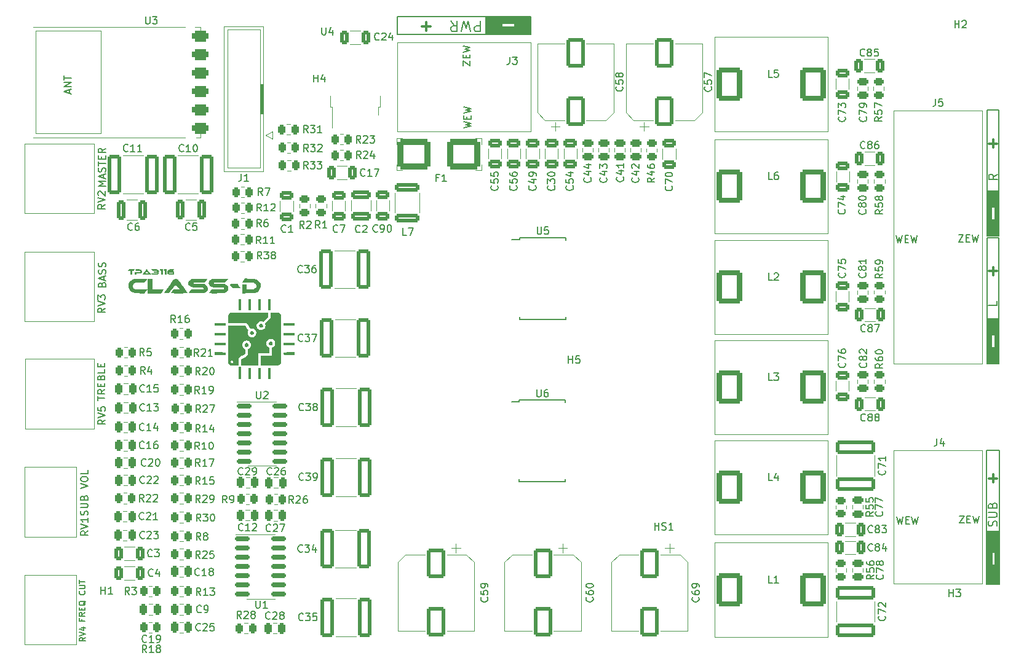
<source format=gto>
G04 #@! TF.GenerationSoftware,KiCad,Pcbnew,(6.0.8)*
G04 #@! TF.CreationDate,2023-11-21T01:59:14+01:00*
G04 #@! TF.ProjectId,Modu_ wzmacniacza,4d6f6475-4220-4777-9a6d-61636e696163,rev?*
G04 #@! TF.SameCoordinates,Original*
G04 #@! TF.FileFunction,Legend,Top*
G04 #@! TF.FilePolarity,Positive*
%FSLAX46Y46*%
G04 Gerber Fmt 4.6, Leading zero omitted, Abs format (unit mm)*
G04 Created by KiCad (PCBNEW (6.0.8)) date 2023-11-21 01:59:14*
%MOMM*%
%LPD*%
G01*
G04 APERTURE LIST*
G04 Aperture macros list*
%AMRoundRect*
0 Rectangle with rounded corners*
0 $1 Rounding radius*
0 $2 $3 $4 $5 $6 $7 $8 $9 X,Y pos of 4 corners*
0 Add a 4 corners polygon primitive as box body*
4,1,4,$2,$3,$4,$5,$6,$7,$8,$9,$2,$3,0*
0 Add four circle primitives for the rounded corners*
1,1,$1+$1,$2,$3*
1,1,$1+$1,$4,$5*
1,1,$1+$1,$6,$7*
1,1,$1+$1,$8,$9*
0 Add four rect primitives between the rounded corners*
20,1,$1+$1,$2,$3,$4,$5,0*
20,1,$1+$1,$4,$5,$6,$7,0*
20,1,$1+$1,$6,$7,$8,$9,0*
20,1,$1+$1,$8,$9,$2,$3,0*%
G04 Aperture macros list end*
%ADD10C,0.150000*%
%ADD11C,0.300000*%
%ADD12C,0.012500*%
%ADD13C,0.022500*%
%ADD14C,0.120000*%
%ADD15R,4.110000X4.360000*%
%ADD16R,1.200000X0.400000*%
%ADD17RoundRect,0.250000X0.450000X-0.262500X0.450000X0.262500X-0.450000X0.262500X-0.450000X-0.262500X0*%
%ADD18RoundRect,0.250000X-0.262500X-0.450000X0.262500X-0.450000X0.262500X0.450000X-0.262500X0.450000X0*%
%ADD19RoundRect,0.350000X-1.400000X-1.950000X1.400000X-1.950000X1.400000X1.950000X-1.400000X1.950000X0*%
%ADD20RoundRect,0.250000X0.262500X0.450000X-0.262500X0.450000X-0.262500X-0.450000X0.262500X-0.450000X0*%
%ADD21RoundRect,0.250000X0.325000X0.650000X-0.325000X0.650000X-0.325000X-0.650000X0.325000X-0.650000X0*%
%ADD22RoundRect,0.250000X-0.650000X0.325000X-0.650000X-0.325000X0.650000X-0.325000X0.650000X0.325000X0*%
%ADD23RoundRect,0.250000X-0.475000X0.250000X-0.475000X-0.250000X0.475000X-0.250000X0.475000X0.250000X0*%
%ADD24RoundRect,0.250000X-0.650000X-2.450000X0.650000X-2.450000X0.650000X2.450000X-0.650000X2.450000X0*%
%ADD25RoundRect,0.250000X0.650000X-0.325000X0.650000X0.325000X-0.650000X0.325000X-0.650000X-0.325000X0*%
%ADD26RoundRect,0.250000X-2.450000X0.650000X-2.450000X-0.650000X2.450000X-0.650000X2.450000X0.650000X0*%
%ADD27RoundRect,0.250000X0.250000X0.475000X-0.250000X0.475000X-0.250000X-0.475000X0.250000X-0.475000X0*%
%ADD28R,1.200000X2.200000*%
%ADD29R,5.800000X6.400000*%
%ADD30RoundRect,0.250000X-0.450000X0.262500X-0.450000X-0.262500X0.450000X-0.262500X0.450000X0.262500X0*%
%ADD31RoundRect,0.250000X-0.250000X-0.475000X0.250000X-0.475000X0.250000X0.475000X-0.250000X0.475000X0*%
%ADD32O,1.950000X2.400000*%
%ADD33RoundRect,0.250000X0.325000X1.100000X-0.325000X1.100000X-0.325000X-1.100000X0.325000X-1.100000X0*%
%ADD34RoundRect,0.250000X1.000000X-1.750000X1.000000X1.750000X-1.000000X1.750000X-1.000000X-1.750000X0*%
%ADD35C,5.600000*%
%ADD36RoundRect,0.250000X-1.450000X0.312500X-1.450000X-0.312500X1.450000X-0.312500X1.450000X0.312500X0*%
%ADD37RoundRect,0.381000X0.762000X0.381000X-0.762000X0.381000X-0.762000X-0.381000X0.762000X-0.381000X0*%
%ADD38C,1.700000*%
%ADD39C,1.600000*%
%ADD40RoundRect,0.417500X-1.832500X-1.670000X1.832500X-1.670000X1.832500X1.670000X-1.832500X1.670000X0*%
%ADD41RoundRect,0.418750X-1.843750X-1.675000X1.843750X-1.675000X1.843750X1.675000X-1.843750X1.675000X0*%
%ADD42RoundRect,0.150000X-0.825000X-0.150000X0.825000X-0.150000X0.825000X0.150000X-0.825000X0.150000X0*%
%ADD43RoundRect,0.250000X-1.000000X1.750000X-1.000000X-1.750000X1.000000X-1.750000X1.000000X1.750000X0*%
%ADD44O,2.400000X1.950000*%
%ADD45RoundRect,0.250000X-0.325000X-0.650000X0.325000X-0.650000X0.325000X0.650000X-0.325000X0.650000X0*%
%ADD46RoundRect,0.250000X0.475000X-0.250000X0.475000X0.250000X-0.475000X0.250000X-0.475000X-0.250000X0*%
%ADD47RoundRect,0.250000X1.100000X-0.325000X1.100000X0.325000X-1.100000X0.325000X-1.100000X-0.325000X0*%
G04 APERTURE END LIST*
D10*
X194400000Y-53210000D02*
X192770000Y-53210000D01*
X192770000Y-53210000D02*
X192770000Y-51050000D01*
X192770000Y-51050000D02*
X194400000Y-51050000D01*
X194400000Y-51050000D02*
X194400000Y-53210000D01*
G36*
X194400000Y-53210000D02*
G01*
X192770000Y-53210000D01*
X192770000Y-51050000D01*
X194400000Y-51050000D01*
X194400000Y-53210000D01*
G37*
X192725000Y-82800000D02*
X194475000Y-82800000D01*
X194475000Y-82800000D02*
X194475000Y-101200000D01*
X194475000Y-101200000D02*
X192725000Y-101200000D01*
X192725000Y-101200000D02*
X192725000Y-82800000D01*
X194475000Y-101200000D02*
X192745000Y-101200000D01*
X192745000Y-101200000D02*
X192745000Y-98590000D01*
X192745000Y-98590000D02*
X194475000Y-98590000D01*
X194475000Y-98590000D02*
X194475000Y-101200000D01*
G36*
X194475000Y-101200000D02*
G01*
X192745000Y-101200000D01*
X192745000Y-98590000D01*
X194475000Y-98590000D01*
X194475000Y-101200000D01*
G37*
X194400000Y-49260000D02*
X192770000Y-49260000D01*
X192770000Y-49260000D02*
X192770000Y-47050000D01*
X192770000Y-47050000D02*
X194400000Y-47050000D01*
X194400000Y-47050000D02*
X194400000Y-49260000D01*
G36*
X194400000Y-49260000D02*
G01*
X192770000Y-49260000D01*
X192770000Y-47050000D01*
X194400000Y-47050000D01*
X194400000Y-49260000D01*
G37*
X193410000Y-100110000D02*
X192730000Y-100110000D01*
X192730000Y-100110000D02*
X192730000Y-93950000D01*
X192730000Y-93950000D02*
X193410000Y-93950000D01*
X193410000Y-93950000D02*
X193410000Y-100110000D01*
G36*
X193410000Y-100110000D02*
G01*
X192730000Y-100110000D01*
X192730000Y-93950000D01*
X193410000Y-93950000D01*
X193410000Y-100110000D01*
G37*
X123790000Y-23965000D02*
X129950000Y-23965000D01*
X129950000Y-23965000D02*
X129950000Y-23035000D01*
X129950000Y-23035000D02*
X123790000Y-23035000D01*
X123790000Y-23035000D02*
X123790000Y-23965000D01*
G36*
X123790000Y-23965000D02*
G01*
X129950000Y-23965000D01*
X129950000Y-23035000D01*
X123790000Y-23035000D01*
X123790000Y-23965000D01*
G37*
X111590000Y-25480000D02*
X129950000Y-25480000D01*
X129950000Y-25480000D02*
X129950000Y-23000000D01*
X129950000Y-23000000D02*
X111590000Y-23000000D01*
X111590000Y-23000000D02*
X111590000Y-25480000D01*
X193335000Y-70810000D02*
X192755000Y-70810000D01*
X192755000Y-70810000D02*
X192755000Y-64650000D01*
X192755000Y-64650000D02*
X193335000Y-64650000D01*
X193335000Y-64650000D02*
X193335000Y-70810000D01*
G36*
X193335000Y-70810000D02*
G01*
X192755000Y-70810000D01*
X192755000Y-64650000D01*
X193335000Y-64650000D01*
X193335000Y-70810000D01*
G37*
X194400000Y-70810000D02*
X193870000Y-70810000D01*
X193870000Y-70810000D02*
X193870000Y-64650000D01*
X193870000Y-64650000D02*
X194400000Y-64650000D01*
X194400000Y-64650000D02*
X194400000Y-70810000D01*
G36*
X194400000Y-70810000D02*
G01*
X193870000Y-70810000D01*
X193870000Y-64650000D01*
X194400000Y-64650000D01*
X194400000Y-70810000D01*
G37*
X123790000Y-25480000D02*
X125950000Y-25480000D01*
X125950000Y-25480000D02*
X125950000Y-23000000D01*
X125950000Y-23000000D02*
X123790000Y-23000000D01*
X123790000Y-23000000D02*
X123790000Y-25480000D01*
G36*
X123790000Y-25480000D02*
G01*
X125950000Y-25480000D01*
X125950000Y-23000000D01*
X123790000Y-23000000D01*
X123790000Y-25480000D01*
G37*
X193335000Y-53210000D02*
X192755000Y-53210000D01*
X192755000Y-53210000D02*
X192755000Y-47050000D01*
X192755000Y-47050000D02*
X193335000Y-47050000D01*
X193335000Y-47050000D02*
X193335000Y-53210000D01*
G36*
X193335000Y-53210000D02*
G01*
X192755000Y-53210000D01*
X192755000Y-47050000D01*
X193335000Y-47050000D01*
X193335000Y-53210000D01*
G37*
X127740000Y-25480000D02*
X129950000Y-25480000D01*
X129950000Y-25480000D02*
X129950000Y-23000000D01*
X129950000Y-23000000D02*
X127740000Y-23000000D01*
X127740000Y-23000000D02*
X127740000Y-25480000D01*
G36*
X127740000Y-25480000D02*
G01*
X129950000Y-25480000D01*
X129950000Y-23000000D01*
X127740000Y-23000000D01*
X127740000Y-25480000D01*
G37*
X194475000Y-100110000D02*
X193845000Y-100110000D01*
X193845000Y-100110000D02*
X193845000Y-93950000D01*
X193845000Y-93950000D02*
X194475000Y-93950000D01*
X194475000Y-93950000D02*
X194475000Y-100110000D01*
G36*
X194475000Y-100110000D02*
G01*
X193845000Y-100110000D01*
X193845000Y-93950000D01*
X194475000Y-93950000D01*
X194475000Y-100110000D01*
G37*
X194400000Y-53210000D02*
X193870000Y-53210000D01*
X193870000Y-53210000D02*
X193870000Y-47050000D01*
X193870000Y-47050000D02*
X194400000Y-47050000D01*
X194400000Y-47050000D02*
X194400000Y-53210000D01*
G36*
X194400000Y-53210000D02*
G01*
X193870000Y-53210000D01*
X193870000Y-47050000D01*
X194400000Y-47050000D01*
X194400000Y-53210000D01*
G37*
X192750000Y-53500000D02*
X194400000Y-53500000D01*
X194400000Y-53500000D02*
X194400000Y-70800000D01*
X194400000Y-70800000D02*
X192750000Y-70800000D01*
X192750000Y-70800000D02*
X192750000Y-53500000D01*
X194475000Y-96810000D02*
X192745000Y-96810000D01*
X192745000Y-96810000D02*
X192745000Y-93950000D01*
X192745000Y-93950000D02*
X194475000Y-93950000D01*
X194475000Y-93950000D02*
X194475000Y-96810000D01*
G36*
X194475000Y-96810000D02*
G01*
X192745000Y-96810000D01*
X192745000Y-93950000D01*
X194475000Y-93950000D01*
X194475000Y-96810000D01*
G37*
X123790000Y-25480000D02*
X129950000Y-25480000D01*
X129950000Y-25480000D02*
X129950000Y-24450000D01*
X129950000Y-24450000D02*
X123790000Y-24450000D01*
X123790000Y-24450000D02*
X123790000Y-25480000D01*
G36*
X123790000Y-25480000D02*
G01*
X129950000Y-25480000D01*
X129950000Y-24450000D01*
X123790000Y-24450000D01*
X123790000Y-25480000D01*
G37*
X194400000Y-66860000D02*
X192770000Y-66860000D01*
X192770000Y-66860000D02*
X192770000Y-64650000D01*
X192770000Y-64650000D02*
X194400000Y-64650000D01*
X194400000Y-64650000D02*
X194400000Y-66860000D01*
G36*
X194400000Y-66860000D02*
G01*
X192770000Y-66860000D01*
X192770000Y-64650000D01*
X194400000Y-64650000D01*
X194400000Y-66860000D01*
G37*
X192750000Y-35900000D02*
X194400000Y-35900000D01*
X194400000Y-35900000D02*
X194400000Y-53200000D01*
X194400000Y-53200000D02*
X192750000Y-53200000D01*
X192750000Y-53200000D02*
X192750000Y-35900000D01*
X194400000Y-70810000D02*
X192770000Y-70810000D01*
X192770000Y-70810000D02*
X192770000Y-68650000D01*
X192770000Y-68650000D02*
X194400000Y-68650000D01*
X194400000Y-68650000D02*
X194400000Y-70810000D01*
G36*
X194400000Y-70810000D02*
G01*
X192770000Y-70810000D01*
X192770000Y-68650000D01*
X194400000Y-68650000D01*
X194400000Y-70810000D01*
G37*
X194192857Y-44728571D02*
X193621428Y-45128571D01*
X194192857Y-45414285D02*
X192992857Y-45414285D01*
X192992857Y-44957142D01*
X193050000Y-44842857D01*
X193107142Y-44785714D01*
X193221428Y-44728571D01*
X193392857Y-44728571D01*
X193507142Y-44785714D01*
X193564285Y-44842857D01*
X193621428Y-44957142D01*
X193621428Y-45414285D01*
X147011904Y-93752380D02*
X147011904Y-92752380D01*
X147011904Y-93228571D02*
X147583333Y-93228571D01*
X147583333Y-93752380D02*
X147583333Y-92752380D01*
X148011904Y-93704761D02*
X148154761Y-93752380D01*
X148392857Y-93752380D01*
X148488095Y-93704761D01*
X148535714Y-93657142D01*
X148583333Y-93561904D01*
X148583333Y-93466666D01*
X148535714Y-93371428D01*
X148488095Y-93323809D01*
X148392857Y-93276190D01*
X148202380Y-93228571D01*
X148107142Y-93180952D01*
X148059523Y-93133333D01*
X148011904Y-93038095D01*
X148011904Y-92942857D01*
X148059523Y-92847619D01*
X148107142Y-92800000D01*
X148202380Y-92752380D01*
X148440476Y-92752380D01*
X148583333Y-92800000D01*
X149535714Y-93752380D02*
X148964285Y-93752380D01*
X149250000Y-93752380D02*
X149250000Y-92752380D01*
X149154761Y-92895238D01*
X149059523Y-92990476D01*
X148964285Y-93038095D01*
X194085714Y-93221428D02*
X194142857Y-93050000D01*
X194142857Y-92764285D01*
X194085714Y-92650000D01*
X194028571Y-92592857D01*
X193914285Y-92535714D01*
X193800000Y-92535714D01*
X193685714Y-92592857D01*
X193628571Y-92650000D01*
X193571428Y-92764285D01*
X193514285Y-92992857D01*
X193457142Y-93107142D01*
X193400000Y-93164285D01*
X193285714Y-93221428D01*
X193171428Y-93221428D01*
X193057142Y-93164285D01*
X193000000Y-93107142D01*
X192942857Y-92992857D01*
X192942857Y-92707142D01*
X193000000Y-92535714D01*
X192942857Y-92021428D02*
X193914285Y-92021428D01*
X194028571Y-91964285D01*
X194085714Y-91907142D01*
X194142857Y-91792857D01*
X194142857Y-91564285D01*
X194085714Y-91450000D01*
X194028571Y-91392857D01*
X193914285Y-91335714D01*
X192942857Y-91335714D01*
X193514285Y-90364285D02*
X193571428Y-90192857D01*
X193628571Y-90135714D01*
X193742857Y-90078571D01*
X193914285Y-90078571D01*
X194028571Y-90135714D01*
X194085714Y-90192857D01*
X194142857Y-90307142D01*
X194142857Y-90764285D01*
X192942857Y-90764285D01*
X192942857Y-90364285D01*
X193000000Y-90250000D01*
X193057142Y-90192857D01*
X193171428Y-90135714D01*
X193285714Y-90135714D01*
X193400000Y-90192857D01*
X193457142Y-90250000D01*
X193514285Y-90364285D01*
X193514285Y-90764285D01*
X194167857Y-62203571D02*
X194167857Y-62775000D01*
X192967857Y-62775000D01*
D11*
X193582142Y-87221428D02*
X193582142Y-86078571D01*
X194153571Y-86650000D02*
X193010714Y-86650000D01*
X115557142Y-24921428D02*
X115557142Y-23778571D01*
X116128571Y-24350000D02*
X114985714Y-24350000D01*
D10*
X70312380Y-75895238D02*
X70312380Y-75323809D01*
X71312380Y-75609523D02*
X70312380Y-75609523D01*
X71312380Y-74419047D02*
X70836190Y-74752380D01*
X71312380Y-74990476D02*
X70312380Y-74990476D01*
X70312380Y-74609523D01*
X70360000Y-74514285D01*
X70407619Y-74466666D01*
X70502857Y-74419047D01*
X70645714Y-74419047D01*
X70740952Y-74466666D01*
X70788571Y-74514285D01*
X70836190Y-74609523D01*
X70836190Y-74990476D01*
X70788571Y-73990476D02*
X70788571Y-73657142D01*
X71312380Y-73514285D02*
X71312380Y-73990476D01*
X70312380Y-73990476D01*
X70312380Y-73514285D01*
X70788571Y-72752380D02*
X70836190Y-72609523D01*
X70883809Y-72561904D01*
X70979047Y-72514285D01*
X71121904Y-72514285D01*
X71217142Y-72561904D01*
X71264761Y-72609523D01*
X71312380Y-72704761D01*
X71312380Y-73085714D01*
X70312380Y-73085714D01*
X70312380Y-72752380D01*
X70360000Y-72657142D01*
X70407619Y-72609523D01*
X70502857Y-72561904D01*
X70598095Y-72561904D01*
X70693333Y-72609523D01*
X70740952Y-72657142D01*
X70788571Y-72752380D01*
X70788571Y-73085714D01*
X71312380Y-71609523D02*
X71312380Y-72085714D01*
X70312380Y-72085714D01*
X70788571Y-71276190D02*
X70788571Y-70942857D01*
X71312380Y-70800000D02*
X71312380Y-71276190D01*
X70312380Y-71276190D01*
X70312380Y-70800000D01*
D11*
X193582142Y-58671428D02*
X193582142Y-57528571D01*
X194153571Y-58100000D02*
X193010714Y-58100000D01*
D10*
X123030000Y-23571428D02*
X123030000Y-25071428D01*
X122458571Y-25071428D01*
X122315714Y-25000000D01*
X122244285Y-24928571D01*
X122172857Y-24785714D01*
X122172857Y-24571428D01*
X122244285Y-24428571D01*
X122315714Y-24357142D01*
X122458571Y-24285714D01*
X123030000Y-24285714D01*
X121672857Y-25071428D02*
X121315714Y-23571428D01*
X121030000Y-24642857D01*
X120744285Y-23571428D01*
X120387142Y-25071428D01*
X118958571Y-23571428D02*
X119458571Y-24285714D01*
X119815714Y-23571428D02*
X119815714Y-25071428D01*
X119244285Y-25071428D01*
X119101428Y-25000000D01*
X119030000Y-24928571D01*
X118958571Y-24785714D01*
X118958571Y-24571428D01*
X119030000Y-24428571D01*
X119101428Y-24357142D01*
X119244285Y-24285714D01*
X119815714Y-24285714D01*
X68944761Y-91697619D02*
X68992380Y-91554761D01*
X68992380Y-91316666D01*
X68944761Y-91221428D01*
X68897142Y-91173809D01*
X68801904Y-91126190D01*
X68706666Y-91126190D01*
X68611428Y-91173809D01*
X68563809Y-91221428D01*
X68516190Y-91316666D01*
X68468571Y-91507142D01*
X68420952Y-91602380D01*
X68373333Y-91650000D01*
X68278095Y-91697619D01*
X68182857Y-91697619D01*
X68087619Y-91650000D01*
X68040000Y-91602380D01*
X67992380Y-91507142D01*
X67992380Y-91269047D01*
X68040000Y-91126190D01*
X67992380Y-90697619D02*
X68801904Y-90697619D01*
X68897142Y-90650000D01*
X68944761Y-90602380D01*
X68992380Y-90507142D01*
X68992380Y-90316666D01*
X68944761Y-90221428D01*
X68897142Y-90173809D01*
X68801904Y-90126190D01*
X67992380Y-90126190D01*
X68468571Y-89316666D02*
X68516190Y-89173809D01*
X68563809Y-89126190D01*
X68659047Y-89078571D01*
X68801904Y-89078571D01*
X68897142Y-89126190D01*
X68944761Y-89173809D01*
X68992380Y-89269047D01*
X68992380Y-89650000D01*
X67992380Y-89650000D01*
X67992380Y-89316666D01*
X68040000Y-89221428D01*
X68087619Y-89173809D01*
X68182857Y-89126190D01*
X68278095Y-89126190D01*
X68373333Y-89173809D01*
X68420952Y-89221428D01*
X68468571Y-89316666D01*
X68468571Y-89650000D01*
X67992380Y-88030952D02*
X68992380Y-87697619D01*
X67992380Y-87364285D01*
X67992380Y-86840476D02*
X67992380Y-86650000D01*
X68040000Y-86554761D01*
X68135238Y-86459523D01*
X68325714Y-86411904D01*
X68659047Y-86411904D01*
X68849523Y-86459523D01*
X68944761Y-86554761D01*
X68992380Y-86650000D01*
X68992380Y-86840476D01*
X68944761Y-86935714D01*
X68849523Y-87030952D01*
X68659047Y-87078571D01*
X68325714Y-87078571D01*
X68135238Y-87030952D01*
X68040000Y-86935714D01*
X67992380Y-86840476D01*
X68992380Y-85507142D02*
X68992380Y-85983333D01*
X67992380Y-85983333D01*
X70918571Y-59929523D02*
X70966190Y-59786666D01*
X71013809Y-59739047D01*
X71109047Y-59691428D01*
X71251904Y-59691428D01*
X71347142Y-59739047D01*
X71394761Y-59786666D01*
X71442380Y-59881904D01*
X71442380Y-60262857D01*
X70442380Y-60262857D01*
X70442380Y-59929523D01*
X70490000Y-59834285D01*
X70537619Y-59786666D01*
X70632857Y-59739047D01*
X70728095Y-59739047D01*
X70823333Y-59786666D01*
X70870952Y-59834285D01*
X70918571Y-59929523D01*
X70918571Y-60262857D01*
X71156666Y-59310476D02*
X71156666Y-58834285D01*
X71442380Y-59405714D02*
X70442380Y-59072380D01*
X71442380Y-58739047D01*
X71394761Y-58453333D02*
X71442380Y-58310476D01*
X71442380Y-58072380D01*
X71394761Y-57977142D01*
X71347142Y-57929523D01*
X71251904Y-57881904D01*
X71156666Y-57881904D01*
X71061428Y-57929523D01*
X71013809Y-57977142D01*
X70966190Y-58072380D01*
X70918571Y-58262857D01*
X70870952Y-58358095D01*
X70823333Y-58405714D01*
X70728095Y-58453333D01*
X70632857Y-58453333D01*
X70537619Y-58405714D01*
X70490000Y-58358095D01*
X70442380Y-58262857D01*
X70442380Y-58024761D01*
X70490000Y-57881904D01*
X71394761Y-57500952D02*
X71442380Y-57358095D01*
X71442380Y-57120000D01*
X71394761Y-57024761D01*
X71347142Y-56977142D01*
X71251904Y-56929523D01*
X71156666Y-56929523D01*
X71061428Y-56977142D01*
X71013809Y-57024761D01*
X70966190Y-57120000D01*
X70918571Y-57310476D01*
X70870952Y-57405714D01*
X70823333Y-57453333D01*
X70728095Y-57500952D01*
X70632857Y-57500952D01*
X70537619Y-57453333D01*
X70490000Y-57405714D01*
X70442380Y-57310476D01*
X70442380Y-57072380D01*
X70490000Y-56929523D01*
X68142857Y-106045238D02*
X68142857Y-106311904D01*
X68561904Y-106311904D02*
X67761904Y-106311904D01*
X67761904Y-105930952D01*
X68561904Y-105169047D02*
X68180952Y-105435714D01*
X68561904Y-105626190D02*
X67761904Y-105626190D01*
X67761904Y-105321428D01*
X67800000Y-105245238D01*
X67838095Y-105207142D01*
X67914285Y-105169047D01*
X68028571Y-105169047D01*
X68104761Y-105207142D01*
X68142857Y-105245238D01*
X68180952Y-105321428D01*
X68180952Y-105626190D01*
X68142857Y-104826190D02*
X68142857Y-104559523D01*
X68561904Y-104445238D02*
X68561904Y-104826190D01*
X67761904Y-104826190D01*
X67761904Y-104445238D01*
X68638095Y-103569047D02*
X68600000Y-103645238D01*
X68523809Y-103721428D01*
X68409523Y-103835714D01*
X68371428Y-103911904D01*
X68371428Y-103988095D01*
X68561904Y-103950000D02*
X68523809Y-104026190D01*
X68447619Y-104102380D01*
X68295238Y-104140476D01*
X68028571Y-104140476D01*
X67876190Y-104102380D01*
X67800000Y-104026190D01*
X67761904Y-103950000D01*
X67761904Y-103797619D01*
X67800000Y-103721428D01*
X67876190Y-103645238D01*
X68028571Y-103607142D01*
X68295238Y-103607142D01*
X68447619Y-103645238D01*
X68523809Y-103721428D01*
X68561904Y-103797619D01*
X68561904Y-103950000D01*
X68485714Y-102197619D02*
X68523809Y-102235714D01*
X68561904Y-102350000D01*
X68561904Y-102426190D01*
X68523809Y-102540476D01*
X68447619Y-102616666D01*
X68371428Y-102654761D01*
X68219047Y-102692857D01*
X68104761Y-102692857D01*
X67952380Y-102654761D01*
X67876190Y-102616666D01*
X67800000Y-102540476D01*
X67761904Y-102426190D01*
X67761904Y-102350000D01*
X67800000Y-102235714D01*
X67838095Y-102197619D01*
X67761904Y-101854761D02*
X68409523Y-101854761D01*
X68485714Y-101816666D01*
X68523809Y-101778571D01*
X68561904Y-101702380D01*
X68561904Y-101550000D01*
X68523809Y-101473809D01*
X68485714Y-101435714D01*
X68409523Y-101397619D01*
X67761904Y-101397619D01*
X67761904Y-101130952D02*
X67761904Y-100673809D01*
X68561904Y-100902380D02*
X67761904Y-100902380D01*
D11*
X193582142Y-41071428D02*
X193582142Y-39928571D01*
X194153571Y-40500000D02*
X193010714Y-40500000D01*
D10*
X71412380Y-46361428D02*
X70412380Y-46361428D01*
X71126666Y-46028095D01*
X70412380Y-45694761D01*
X71412380Y-45694761D01*
X71126666Y-45266190D02*
X71126666Y-44790000D01*
X71412380Y-45361428D02*
X70412380Y-45028095D01*
X71412380Y-44694761D01*
X71364761Y-44409047D02*
X71412380Y-44266190D01*
X71412380Y-44028095D01*
X71364761Y-43932857D01*
X71317142Y-43885238D01*
X71221904Y-43837619D01*
X71126666Y-43837619D01*
X71031428Y-43885238D01*
X70983809Y-43932857D01*
X70936190Y-44028095D01*
X70888571Y-44218571D01*
X70840952Y-44313809D01*
X70793333Y-44361428D01*
X70698095Y-44409047D01*
X70602857Y-44409047D01*
X70507619Y-44361428D01*
X70460000Y-44313809D01*
X70412380Y-44218571D01*
X70412380Y-43980476D01*
X70460000Y-43837619D01*
X70412380Y-43551904D02*
X70412380Y-42980476D01*
X71412380Y-43266190D02*
X70412380Y-43266190D01*
X70888571Y-42647142D02*
X70888571Y-42313809D01*
X71412380Y-42170952D02*
X71412380Y-42647142D01*
X70412380Y-42647142D01*
X70412380Y-42170952D01*
X71412380Y-41170952D02*
X70936190Y-41504285D01*
X71412380Y-41742380D02*
X70412380Y-41742380D01*
X70412380Y-41361428D01*
X70460000Y-41266190D01*
X70507619Y-41218571D01*
X70602857Y-41170952D01*
X70745714Y-41170952D01*
X70840952Y-41218571D01*
X70888571Y-41266190D01*
X70936190Y-41361428D01*
X70936190Y-41742380D01*
D12*
X83875952Y-59985000D02*
X83871190Y-59982619D01*
X83864047Y-59982619D01*
X83856904Y-59985000D01*
X83852142Y-59989761D01*
X83849761Y-59994523D01*
X83847380Y-60004047D01*
X83847380Y-60011190D01*
X83849761Y-60020714D01*
X83852142Y-60025476D01*
X83856904Y-60030238D01*
X83864047Y-60032619D01*
X83868809Y-60032619D01*
X83875952Y-60030238D01*
X83878333Y-60027857D01*
X83878333Y-60011190D01*
X83868809Y-60011190D01*
X83906904Y-59982619D02*
X83906904Y-59994523D01*
X83895000Y-59989761D02*
X83906904Y-59994523D01*
X83918809Y-59989761D01*
X83899761Y-60004047D02*
X83906904Y-59994523D01*
X83914047Y-60004047D01*
X83945000Y-59982619D02*
X83945000Y-59994523D01*
X83933095Y-59989761D02*
X83945000Y-59994523D01*
X83956904Y-59989761D01*
X83937857Y-60004047D02*
X83945000Y-59994523D01*
X83952142Y-60004047D01*
X83983095Y-59982619D02*
X83983095Y-59994523D01*
X83971190Y-59989761D02*
X83983095Y-59994523D01*
X83995000Y-59989761D01*
X83975952Y-60004047D02*
X83983095Y-59994523D01*
X83990238Y-60004047D01*
D13*
X92757809Y-66384478D02*
X92749237Y-66380192D01*
X92736380Y-66380192D01*
X92723523Y-66384478D01*
X92714952Y-66393049D01*
X92710666Y-66401620D01*
X92706380Y-66418763D01*
X92706380Y-66431620D01*
X92710666Y-66448763D01*
X92714952Y-66457335D01*
X92723523Y-66465906D01*
X92736380Y-66470192D01*
X92744952Y-66470192D01*
X92757809Y-66465906D01*
X92762095Y-66461620D01*
X92762095Y-66431620D01*
X92744952Y-66431620D01*
X92813523Y-66380192D02*
X92813523Y-66401620D01*
X92792095Y-66393049D02*
X92813523Y-66401620D01*
X92834952Y-66393049D01*
X92800666Y-66418763D02*
X92813523Y-66401620D01*
X92826380Y-66418763D01*
X92882095Y-66380192D02*
X92882095Y-66401620D01*
X92860666Y-66393049D02*
X92882095Y-66401620D01*
X92903523Y-66393049D01*
X92869237Y-66418763D02*
X92882095Y-66401620D01*
X92894952Y-66418763D01*
X92950666Y-66380192D02*
X92950666Y-66401620D01*
X92929237Y-66393049D02*
X92950666Y-66401620D01*
X92972095Y-66393049D01*
X92937809Y-66418763D02*
X92950666Y-66401620D01*
X92963523Y-66418763D01*
D10*
X130788095Y-74402380D02*
X130788095Y-75211904D01*
X130835714Y-75307142D01*
X130883333Y-75354761D01*
X130978571Y-75402380D01*
X131169047Y-75402380D01*
X131264285Y-75354761D01*
X131311904Y-75307142D01*
X131359523Y-75211904D01*
X131359523Y-74402380D01*
X132264285Y-74402380D02*
X132073809Y-74402380D01*
X131978571Y-74450000D01*
X131930952Y-74497619D01*
X131835714Y-74640476D01*
X131788095Y-74830952D01*
X131788095Y-75211904D01*
X131835714Y-75307142D01*
X131883333Y-75354761D01*
X131978571Y-75402380D01*
X132169047Y-75402380D01*
X132264285Y-75354761D01*
X132311904Y-75307142D01*
X132359523Y-75211904D01*
X132359523Y-74973809D01*
X132311904Y-74878571D01*
X132264285Y-74830952D01*
X132169047Y-74783333D01*
X131978571Y-74783333D01*
X131883333Y-74830952D01*
X131835714Y-74878571D01*
X131788095Y-74973809D01*
X130838095Y-52002380D02*
X130838095Y-52811904D01*
X130885714Y-52907142D01*
X130933333Y-52954761D01*
X131028571Y-53002380D01*
X131219047Y-53002380D01*
X131314285Y-52954761D01*
X131361904Y-52907142D01*
X131409523Y-52811904D01*
X131409523Y-52002380D01*
X132361904Y-52002380D02*
X131885714Y-52002380D01*
X131838095Y-52478571D01*
X131885714Y-52430952D01*
X131980952Y-52383333D01*
X132219047Y-52383333D01*
X132314285Y-52430952D01*
X132361904Y-52478571D01*
X132409523Y-52573809D01*
X132409523Y-52811904D01*
X132361904Y-52907142D01*
X132314285Y-52954761D01*
X132219047Y-53002380D01*
X131980952Y-53002380D01*
X131885714Y-52954761D01*
X131838095Y-52907142D01*
X178302380Y-36842857D02*
X177826190Y-37176190D01*
X178302380Y-37414285D02*
X177302380Y-37414285D01*
X177302380Y-37033333D01*
X177350000Y-36938095D01*
X177397619Y-36890476D01*
X177492857Y-36842857D01*
X177635714Y-36842857D01*
X177730952Y-36890476D01*
X177778571Y-36938095D01*
X177826190Y-37033333D01*
X177826190Y-37414285D01*
X177302380Y-35938095D02*
X177302380Y-36414285D01*
X177778571Y-36461904D01*
X177730952Y-36414285D01*
X177683333Y-36319047D01*
X177683333Y-36080952D01*
X177730952Y-35985714D01*
X177778571Y-35938095D01*
X177873809Y-35890476D01*
X178111904Y-35890476D01*
X178207142Y-35938095D01*
X178254761Y-35985714D01*
X178302380Y-36080952D01*
X178302380Y-36319047D01*
X178254761Y-36414285D01*
X178207142Y-36461904D01*
X177302380Y-35557142D02*
X177302380Y-34890476D01*
X178302380Y-35319047D01*
X84469642Y-77552380D02*
X84136309Y-77076190D01*
X83898214Y-77552380D02*
X83898214Y-76552380D01*
X84279166Y-76552380D01*
X84374404Y-76600000D01*
X84422023Y-76647619D01*
X84469642Y-76742857D01*
X84469642Y-76885714D01*
X84422023Y-76980952D01*
X84374404Y-77028571D01*
X84279166Y-77076190D01*
X83898214Y-77076190D01*
X84850595Y-76647619D02*
X84898214Y-76600000D01*
X84993452Y-76552380D01*
X85231547Y-76552380D01*
X85326785Y-76600000D01*
X85374404Y-76647619D01*
X85422023Y-76742857D01*
X85422023Y-76838095D01*
X85374404Y-76980952D01*
X84802976Y-77552380D01*
X85422023Y-77552380D01*
X85755357Y-76552380D02*
X86422023Y-76552380D01*
X85993452Y-77552380D01*
X84407142Y-84952380D02*
X84073809Y-84476190D01*
X83835714Y-84952380D02*
X83835714Y-83952380D01*
X84216666Y-83952380D01*
X84311904Y-84000000D01*
X84359523Y-84047619D01*
X84407142Y-84142857D01*
X84407142Y-84285714D01*
X84359523Y-84380952D01*
X84311904Y-84428571D01*
X84216666Y-84476190D01*
X83835714Y-84476190D01*
X85359523Y-84952380D02*
X84788095Y-84952380D01*
X85073809Y-84952380D02*
X85073809Y-83952380D01*
X84978571Y-84095238D01*
X84883333Y-84190476D01*
X84788095Y-84238095D01*
X85692857Y-83952380D02*
X86359523Y-83952380D01*
X85930952Y-84952380D01*
X163183333Y-59352380D02*
X162707142Y-59352380D01*
X162707142Y-58352380D01*
X163469047Y-58447619D02*
X163516666Y-58400000D01*
X163611904Y-58352380D01*
X163850000Y-58352380D01*
X163945238Y-58400000D01*
X163992857Y-58447619D01*
X164040476Y-58542857D01*
X164040476Y-58638095D01*
X163992857Y-58780952D01*
X163421428Y-59352380D01*
X164040476Y-59352380D01*
X84227142Y-69792380D02*
X83893809Y-69316190D01*
X83655714Y-69792380D02*
X83655714Y-68792380D01*
X84036666Y-68792380D01*
X84131904Y-68840000D01*
X84179523Y-68887619D01*
X84227142Y-68982857D01*
X84227142Y-69125714D01*
X84179523Y-69220952D01*
X84131904Y-69268571D01*
X84036666Y-69316190D01*
X83655714Y-69316190D01*
X84608095Y-68887619D02*
X84655714Y-68840000D01*
X84750952Y-68792380D01*
X84989047Y-68792380D01*
X85084285Y-68840000D01*
X85131904Y-68887619D01*
X85179523Y-68982857D01*
X85179523Y-69078095D01*
X85131904Y-69220952D01*
X84560476Y-69792380D01*
X85179523Y-69792380D01*
X86131904Y-69792380D02*
X85560476Y-69792380D01*
X85846190Y-69792380D02*
X85846190Y-68792380D01*
X85750952Y-68935238D01*
X85655714Y-69030476D01*
X85560476Y-69078095D01*
X84419642Y-89952380D02*
X84086309Y-89476190D01*
X83848214Y-89952380D02*
X83848214Y-88952380D01*
X84229166Y-88952380D01*
X84324404Y-89000000D01*
X84372023Y-89047619D01*
X84419642Y-89142857D01*
X84419642Y-89285714D01*
X84372023Y-89380952D01*
X84324404Y-89428571D01*
X84229166Y-89476190D01*
X83848214Y-89476190D01*
X84800595Y-89047619D02*
X84848214Y-89000000D01*
X84943452Y-88952380D01*
X85181547Y-88952380D01*
X85276785Y-89000000D01*
X85324404Y-89047619D01*
X85372023Y-89142857D01*
X85372023Y-89238095D01*
X85324404Y-89380952D01*
X84752976Y-89952380D01*
X85372023Y-89952380D01*
X85848214Y-89952380D02*
X86038690Y-89952380D01*
X86133928Y-89904761D01*
X86181547Y-89857142D01*
X86276785Y-89714285D01*
X86324404Y-89523809D01*
X86324404Y-89142857D01*
X86276785Y-89047619D01*
X86229166Y-89000000D01*
X86133928Y-88952380D01*
X85943452Y-88952380D01*
X85848214Y-89000000D01*
X85800595Y-89047619D01*
X85752976Y-89142857D01*
X85752976Y-89380952D01*
X85800595Y-89476190D01*
X85848214Y-89523809D01*
X85943452Y-89571428D01*
X86133928Y-89571428D01*
X86229166Y-89523809D01*
X86276785Y-89476190D01*
X86324404Y-89380952D01*
X99307142Y-41612380D02*
X98973809Y-41136190D01*
X98735714Y-41612380D02*
X98735714Y-40612380D01*
X99116666Y-40612380D01*
X99211904Y-40660000D01*
X99259523Y-40707619D01*
X99307142Y-40802857D01*
X99307142Y-40945714D01*
X99259523Y-41040952D01*
X99211904Y-41088571D01*
X99116666Y-41136190D01*
X98735714Y-41136190D01*
X99640476Y-40612380D02*
X100259523Y-40612380D01*
X99926190Y-40993333D01*
X100069047Y-40993333D01*
X100164285Y-41040952D01*
X100211904Y-41088571D01*
X100259523Y-41183809D01*
X100259523Y-41421904D01*
X100211904Y-41517142D01*
X100164285Y-41564761D01*
X100069047Y-41612380D01*
X99783333Y-41612380D01*
X99688095Y-41564761D01*
X99640476Y-41517142D01*
X100640476Y-40707619D02*
X100688095Y-40660000D01*
X100783333Y-40612380D01*
X101021428Y-40612380D01*
X101116666Y-40660000D01*
X101164285Y-40707619D01*
X101211904Y-40802857D01*
X101211904Y-40898095D01*
X101164285Y-41040952D01*
X100592857Y-41612380D01*
X101211904Y-41612380D01*
X97287142Y-90062380D02*
X96953809Y-89586190D01*
X96715714Y-90062380D02*
X96715714Y-89062380D01*
X97096666Y-89062380D01*
X97191904Y-89110000D01*
X97239523Y-89157619D01*
X97287142Y-89252857D01*
X97287142Y-89395714D01*
X97239523Y-89490952D01*
X97191904Y-89538571D01*
X97096666Y-89586190D01*
X96715714Y-89586190D01*
X97668095Y-89157619D02*
X97715714Y-89110000D01*
X97810952Y-89062380D01*
X98049047Y-89062380D01*
X98144285Y-89110000D01*
X98191904Y-89157619D01*
X98239523Y-89252857D01*
X98239523Y-89348095D01*
X98191904Y-89490952D01*
X97620476Y-90062380D01*
X98239523Y-90062380D01*
X99096666Y-89062380D02*
X98906190Y-89062380D01*
X98810952Y-89110000D01*
X98763333Y-89157619D01*
X98668095Y-89300476D01*
X98620476Y-89490952D01*
X98620476Y-89871904D01*
X98668095Y-89967142D01*
X98715714Y-90014761D01*
X98810952Y-90062380D01*
X99001428Y-90062380D01*
X99096666Y-90014761D01*
X99144285Y-89967142D01*
X99191904Y-89871904D01*
X99191904Y-89633809D01*
X99144285Y-89538571D01*
X99096666Y-89490952D01*
X99001428Y-89443333D01*
X98810952Y-89443333D01*
X98715714Y-89490952D01*
X98668095Y-89538571D01*
X98620476Y-89633809D01*
X177202380Y-99942857D02*
X176726190Y-100276190D01*
X177202380Y-100514285D02*
X176202380Y-100514285D01*
X176202380Y-100133333D01*
X176250000Y-100038095D01*
X176297619Y-99990476D01*
X176392857Y-99942857D01*
X176535714Y-99942857D01*
X176630952Y-99990476D01*
X176678571Y-100038095D01*
X176726190Y-100133333D01*
X176726190Y-100514285D01*
X176202380Y-99038095D02*
X176202380Y-99514285D01*
X176678571Y-99561904D01*
X176630952Y-99514285D01*
X176583333Y-99419047D01*
X176583333Y-99180952D01*
X176630952Y-99085714D01*
X176678571Y-99038095D01*
X176773809Y-98990476D01*
X177011904Y-98990476D01*
X177107142Y-99038095D01*
X177154761Y-99085714D01*
X177202380Y-99180952D01*
X177202380Y-99419047D01*
X177154761Y-99514285D01*
X177107142Y-99561904D01*
X176202380Y-98133333D02*
X176202380Y-98323809D01*
X176250000Y-98419047D01*
X176297619Y-98466666D01*
X176440476Y-98561904D01*
X176630952Y-98609523D01*
X177011904Y-98609523D01*
X177107142Y-98561904D01*
X177154761Y-98514285D01*
X177202380Y-98419047D01*
X177202380Y-98228571D01*
X177154761Y-98133333D01*
X177107142Y-98085714D01*
X177011904Y-98038095D01*
X176773809Y-98038095D01*
X176678571Y-98085714D01*
X176630952Y-98133333D01*
X176583333Y-98228571D01*
X176583333Y-98419047D01*
X176630952Y-98514285D01*
X176678571Y-98561904D01*
X176773809Y-98609523D01*
X109067142Y-26157142D02*
X109019523Y-26204761D01*
X108876666Y-26252380D01*
X108781428Y-26252380D01*
X108638571Y-26204761D01*
X108543333Y-26109523D01*
X108495714Y-26014285D01*
X108448095Y-25823809D01*
X108448095Y-25680952D01*
X108495714Y-25490476D01*
X108543333Y-25395238D01*
X108638571Y-25300000D01*
X108781428Y-25252380D01*
X108876666Y-25252380D01*
X109019523Y-25300000D01*
X109067142Y-25347619D01*
X109448095Y-25347619D02*
X109495714Y-25300000D01*
X109590952Y-25252380D01*
X109829047Y-25252380D01*
X109924285Y-25300000D01*
X109971904Y-25347619D01*
X110019523Y-25442857D01*
X110019523Y-25538095D01*
X109971904Y-25680952D01*
X109400476Y-26252380D01*
X110019523Y-26252380D01*
X110876666Y-25585714D02*
X110876666Y-26252380D01*
X110638571Y-25204761D02*
X110400476Y-25919047D01*
X111019523Y-25919047D01*
X135707142Y-46330357D02*
X135754761Y-46377976D01*
X135802380Y-46520833D01*
X135802380Y-46616071D01*
X135754761Y-46758928D01*
X135659523Y-46854166D01*
X135564285Y-46901785D01*
X135373809Y-46949404D01*
X135230952Y-46949404D01*
X135040476Y-46901785D01*
X134945238Y-46854166D01*
X134850000Y-46758928D01*
X134802380Y-46616071D01*
X134802380Y-46520833D01*
X134850000Y-46377976D01*
X134897619Y-46330357D01*
X134802380Y-45425595D02*
X134802380Y-45901785D01*
X135278571Y-45949404D01*
X135230952Y-45901785D01*
X135183333Y-45806547D01*
X135183333Y-45568452D01*
X135230952Y-45473214D01*
X135278571Y-45425595D01*
X135373809Y-45377976D01*
X135611904Y-45377976D01*
X135707142Y-45425595D01*
X135754761Y-45473214D01*
X135802380Y-45568452D01*
X135802380Y-45806547D01*
X135754761Y-45901785D01*
X135707142Y-45949404D01*
X135135714Y-44520833D02*
X135802380Y-44520833D01*
X134754761Y-44758928D02*
X135469047Y-44997023D01*
X135469047Y-44377976D01*
X88123333Y-90012380D02*
X87790000Y-89536190D01*
X87551904Y-90012380D02*
X87551904Y-89012380D01*
X87932857Y-89012380D01*
X88028095Y-89060000D01*
X88075714Y-89107619D01*
X88123333Y-89202857D01*
X88123333Y-89345714D01*
X88075714Y-89440952D01*
X88028095Y-89488571D01*
X87932857Y-89536190D01*
X87551904Y-89536190D01*
X88599523Y-90012380D02*
X88790000Y-90012380D01*
X88885238Y-89964761D01*
X88932857Y-89917142D01*
X89028095Y-89774285D01*
X89075714Y-89583809D01*
X89075714Y-89202857D01*
X89028095Y-89107619D01*
X88980476Y-89060000D01*
X88885238Y-89012380D01*
X88694761Y-89012380D01*
X88599523Y-89060000D01*
X88551904Y-89107619D01*
X88504285Y-89202857D01*
X88504285Y-89440952D01*
X88551904Y-89536190D01*
X88599523Y-89583809D01*
X88694761Y-89631428D01*
X88885238Y-89631428D01*
X88980476Y-89583809D01*
X89028095Y-89536190D01*
X89075714Y-89440952D01*
X140357142Y-45230357D02*
X140404761Y-45277976D01*
X140452380Y-45420833D01*
X140452380Y-45516071D01*
X140404761Y-45658928D01*
X140309523Y-45754166D01*
X140214285Y-45801785D01*
X140023809Y-45849404D01*
X139880952Y-45849404D01*
X139690476Y-45801785D01*
X139595238Y-45754166D01*
X139500000Y-45658928D01*
X139452380Y-45516071D01*
X139452380Y-45420833D01*
X139500000Y-45277976D01*
X139547619Y-45230357D01*
X139785714Y-44373214D02*
X140452380Y-44373214D01*
X139404761Y-44611309D02*
X140119047Y-44849404D01*
X140119047Y-44230357D01*
X139452380Y-43944642D02*
X139452380Y-43325595D01*
X139833333Y-43658928D01*
X139833333Y-43516071D01*
X139880952Y-43420833D01*
X139928571Y-43373214D01*
X140023809Y-43325595D01*
X140261904Y-43325595D01*
X140357142Y-43373214D01*
X140404761Y-43420833D01*
X140452380Y-43516071D01*
X140452380Y-43801785D01*
X140404761Y-43897023D01*
X140357142Y-43944642D01*
X98517142Y-96717142D02*
X98469523Y-96764761D01*
X98326666Y-96812380D01*
X98231428Y-96812380D01*
X98088571Y-96764761D01*
X97993333Y-96669523D01*
X97945714Y-96574285D01*
X97898095Y-96383809D01*
X97898095Y-96240952D01*
X97945714Y-96050476D01*
X97993333Y-95955238D01*
X98088571Y-95860000D01*
X98231428Y-95812380D01*
X98326666Y-95812380D01*
X98469523Y-95860000D01*
X98517142Y-95907619D01*
X98850476Y-95812380D02*
X99469523Y-95812380D01*
X99136190Y-96193333D01*
X99279047Y-96193333D01*
X99374285Y-96240952D01*
X99421904Y-96288571D01*
X99469523Y-96383809D01*
X99469523Y-96621904D01*
X99421904Y-96717142D01*
X99374285Y-96764761D01*
X99279047Y-96812380D01*
X98993333Y-96812380D01*
X98898095Y-96764761D01*
X98850476Y-96717142D01*
X100326666Y-96145714D02*
X100326666Y-96812380D01*
X100088571Y-95764761D02*
X99850476Y-96479047D01*
X100469523Y-96479047D01*
X127957142Y-46330357D02*
X128004761Y-46377976D01*
X128052380Y-46520833D01*
X128052380Y-46616071D01*
X128004761Y-46758928D01*
X127909523Y-46854166D01*
X127814285Y-46901785D01*
X127623809Y-46949404D01*
X127480952Y-46949404D01*
X127290476Y-46901785D01*
X127195238Y-46854166D01*
X127100000Y-46758928D01*
X127052380Y-46616071D01*
X127052380Y-46520833D01*
X127100000Y-46377976D01*
X127147619Y-46330357D01*
X127052380Y-45425595D02*
X127052380Y-45901785D01*
X127528571Y-45949404D01*
X127480952Y-45901785D01*
X127433333Y-45806547D01*
X127433333Y-45568452D01*
X127480952Y-45473214D01*
X127528571Y-45425595D01*
X127623809Y-45377976D01*
X127861904Y-45377976D01*
X127957142Y-45425595D01*
X128004761Y-45473214D01*
X128052380Y-45568452D01*
X128052380Y-45806547D01*
X128004761Y-45901785D01*
X127957142Y-45949404D01*
X127052380Y-44520833D02*
X127052380Y-44711309D01*
X127100000Y-44806547D01*
X127147619Y-44854166D01*
X127290476Y-44949404D01*
X127480952Y-44997023D01*
X127861904Y-44997023D01*
X127957142Y-44949404D01*
X128004761Y-44901785D01*
X128052380Y-44806547D01*
X128052380Y-44616071D01*
X128004761Y-44520833D01*
X127957142Y-44473214D01*
X127861904Y-44425595D01*
X127623809Y-44425595D01*
X127528571Y-44473214D01*
X127480952Y-44520833D01*
X127433333Y-44616071D01*
X127433333Y-44806547D01*
X127480952Y-44901785D01*
X127528571Y-44949404D01*
X127623809Y-44997023D01*
X130577142Y-46330357D02*
X130624761Y-46377976D01*
X130672380Y-46520833D01*
X130672380Y-46616071D01*
X130624761Y-46758928D01*
X130529523Y-46854166D01*
X130434285Y-46901785D01*
X130243809Y-46949404D01*
X130100952Y-46949404D01*
X129910476Y-46901785D01*
X129815238Y-46854166D01*
X129720000Y-46758928D01*
X129672380Y-46616071D01*
X129672380Y-46520833D01*
X129720000Y-46377976D01*
X129767619Y-46330357D01*
X130005714Y-45473214D02*
X130672380Y-45473214D01*
X129624761Y-45711309D02*
X130339047Y-45949404D01*
X130339047Y-45330357D01*
X130672380Y-44901785D02*
X130672380Y-44711309D01*
X130624761Y-44616071D01*
X130577142Y-44568452D01*
X130434285Y-44473214D01*
X130243809Y-44425595D01*
X129862857Y-44425595D01*
X129767619Y-44473214D01*
X129720000Y-44520833D01*
X129672380Y-44616071D01*
X129672380Y-44806547D01*
X129720000Y-44901785D01*
X129767619Y-44949404D01*
X129862857Y-44997023D01*
X130100952Y-44997023D01*
X130196190Y-44949404D01*
X130243809Y-44901785D01*
X130291428Y-44806547D01*
X130291428Y-44616071D01*
X130243809Y-44520833D01*
X130196190Y-44473214D01*
X130100952Y-44425595D01*
X84319642Y-82652380D02*
X83986309Y-82176190D01*
X83748214Y-82652380D02*
X83748214Y-81652380D01*
X84129166Y-81652380D01*
X84224404Y-81700000D01*
X84272023Y-81747619D01*
X84319642Y-81842857D01*
X84319642Y-81985714D01*
X84272023Y-82080952D01*
X84224404Y-82128571D01*
X84129166Y-82176190D01*
X83748214Y-82176190D01*
X85272023Y-82652380D02*
X84700595Y-82652380D01*
X84986309Y-82652380D02*
X84986309Y-81652380D01*
X84891071Y-81795238D01*
X84795833Y-81890476D01*
X84700595Y-81938095D01*
X85891071Y-81652380D02*
X85986309Y-81652380D01*
X86081547Y-81700000D01*
X86129166Y-81747619D01*
X86176785Y-81842857D01*
X86224404Y-82033333D01*
X86224404Y-82271428D01*
X86176785Y-82461904D01*
X86129166Y-82557142D01*
X86081547Y-82604761D01*
X85986309Y-82652380D01*
X85891071Y-82652380D01*
X85795833Y-82604761D01*
X85748214Y-82557142D01*
X85700595Y-82461904D01*
X85652976Y-82271428D01*
X85652976Y-82033333D01*
X85700595Y-81842857D01*
X85748214Y-81747619D01*
X85795833Y-81700000D01*
X85891071Y-81652380D01*
X108847142Y-52607142D02*
X108799523Y-52654761D01*
X108656666Y-52702380D01*
X108561428Y-52702380D01*
X108418571Y-52654761D01*
X108323333Y-52559523D01*
X108275714Y-52464285D01*
X108228095Y-52273809D01*
X108228095Y-52130952D01*
X108275714Y-51940476D01*
X108323333Y-51845238D01*
X108418571Y-51750000D01*
X108561428Y-51702380D01*
X108656666Y-51702380D01*
X108799523Y-51750000D01*
X108847142Y-51797619D01*
X109323333Y-52702380D02*
X109513809Y-52702380D01*
X109609047Y-52654761D01*
X109656666Y-52607142D01*
X109751904Y-52464285D01*
X109799523Y-52273809D01*
X109799523Y-51892857D01*
X109751904Y-51797619D01*
X109704285Y-51750000D01*
X109609047Y-51702380D01*
X109418571Y-51702380D01*
X109323333Y-51750000D01*
X109275714Y-51797619D01*
X109228095Y-51892857D01*
X109228095Y-52130952D01*
X109275714Y-52226190D01*
X109323333Y-52273809D01*
X109418571Y-52321428D01*
X109609047Y-52321428D01*
X109704285Y-52273809D01*
X109751904Y-52226190D01*
X109799523Y-52130952D01*
X110418571Y-51702380D02*
X110513809Y-51702380D01*
X110609047Y-51750000D01*
X110656666Y-51797619D01*
X110704285Y-51892857D01*
X110751904Y-52083333D01*
X110751904Y-52321428D01*
X110704285Y-52511904D01*
X110656666Y-52607142D01*
X110609047Y-52654761D01*
X110513809Y-52702380D01*
X110418571Y-52702380D01*
X110323333Y-52654761D01*
X110275714Y-52607142D01*
X110228095Y-52511904D01*
X110180476Y-52321428D01*
X110180476Y-52083333D01*
X110228095Y-51892857D01*
X110275714Y-51797619D01*
X110323333Y-51750000D01*
X110418571Y-51702380D01*
X178707142Y-105642857D02*
X178754761Y-105690476D01*
X178802380Y-105833333D01*
X178802380Y-105928571D01*
X178754761Y-106071428D01*
X178659523Y-106166666D01*
X178564285Y-106214285D01*
X178373809Y-106261904D01*
X178230952Y-106261904D01*
X178040476Y-106214285D01*
X177945238Y-106166666D01*
X177850000Y-106071428D01*
X177802380Y-105928571D01*
X177802380Y-105833333D01*
X177850000Y-105690476D01*
X177897619Y-105642857D01*
X177802380Y-105309523D02*
X177802380Y-104642857D01*
X178802380Y-105071428D01*
X177897619Y-104309523D02*
X177850000Y-104261904D01*
X177802380Y-104166666D01*
X177802380Y-103928571D01*
X177850000Y-103833333D01*
X177897619Y-103785714D01*
X177992857Y-103738095D01*
X178088095Y-103738095D01*
X178230952Y-103785714D01*
X178802380Y-104357142D01*
X178802380Y-103738095D01*
X76757142Y-87257142D02*
X76709523Y-87304761D01*
X76566666Y-87352380D01*
X76471428Y-87352380D01*
X76328571Y-87304761D01*
X76233333Y-87209523D01*
X76185714Y-87114285D01*
X76138095Y-86923809D01*
X76138095Y-86780952D01*
X76185714Y-86590476D01*
X76233333Y-86495238D01*
X76328571Y-86400000D01*
X76471428Y-86352380D01*
X76566666Y-86352380D01*
X76709523Y-86400000D01*
X76757142Y-86447619D01*
X77138095Y-86447619D02*
X77185714Y-86400000D01*
X77280952Y-86352380D01*
X77519047Y-86352380D01*
X77614285Y-86400000D01*
X77661904Y-86447619D01*
X77709523Y-86542857D01*
X77709523Y-86638095D01*
X77661904Y-86780952D01*
X77090476Y-87352380D01*
X77709523Y-87352380D01*
X78090476Y-86447619D02*
X78138095Y-86400000D01*
X78233333Y-86352380D01*
X78471428Y-86352380D01*
X78566666Y-86400000D01*
X78614285Y-86447619D01*
X78661904Y-86542857D01*
X78661904Y-86638095D01*
X78614285Y-86780952D01*
X78042857Y-87352380D01*
X78661904Y-87352380D01*
X77833333Y-97357142D02*
X77785714Y-97404761D01*
X77642857Y-97452380D01*
X77547619Y-97452380D01*
X77404761Y-97404761D01*
X77309523Y-97309523D01*
X77261904Y-97214285D01*
X77214285Y-97023809D01*
X77214285Y-96880952D01*
X77261904Y-96690476D01*
X77309523Y-96595238D01*
X77404761Y-96500000D01*
X77547619Y-96452380D01*
X77642857Y-96452380D01*
X77785714Y-96500000D01*
X77833333Y-96547619D01*
X78166666Y-96452380D02*
X78785714Y-96452380D01*
X78452380Y-96833333D01*
X78595238Y-96833333D01*
X78690476Y-96880952D01*
X78738095Y-96928571D01*
X78785714Y-97023809D01*
X78785714Y-97261904D01*
X78738095Y-97357142D01*
X78690476Y-97404761D01*
X78595238Y-97452380D01*
X78309523Y-97452380D01*
X78214285Y-97404761D01*
X78166666Y-97357142D01*
X149357142Y-46380357D02*
X149404761Y-46427976D01*
X149452380Y-46570833D01*
X149452380Y-46666071D01*
X149404761Y-46808928D01*
X149309523Y-46904166D01*
X149214285Y-46951785D01*
X149023809Y-46999404D01*
X148880952Y-46999404D01*
X148690476Y-46951785D01*
X148595238Y-46904166D01*
X148500000Y-46808928D01*
X148452380Y-46666071D01*
X148452380Y-46570833D01*
X148500000Y-46427976D01*
X148547619Y-46380357D01*
X148452380Y-46047023D02*
X148452380Y-45380357D01*
X149452380Y-45808928D01*
X148452380Y-44808928D02*
X148452380Y-44713690D01*
X148500000Y-44618452D01*
X148547619Y-44570833D01*
X148642857Y-44523214D01*
X148833333Y-44475595D01*
X149071428Y-44475595D01*
X149261904Y-44523214D01*
X149357142Y-44570833D01*
X149404761Y-44618452D01*
X149452380Y-44713690D01*
X149452380Y-44808928D01*
X149404761Y-44904166D01*
X149357142Y-44951785D01*
X149261904Y-44999404D01*
X149071428Y-45047023D01*
X148833333Y-45047023D01*
X148642857Y-44999404D01*
X148547619Y-44951785D01*
X148500000Y-44904166D01*
X148452380Y-44808928D01*
X96233333Y-52637142D02*
X96185714Y-52684761D01*
X96042857Y-52732380D01*
X95947619Y-52732380D01*
X95804761Y-52684761D01*
X95709523Y-52589523D01*
X95661904Y-52494285D01*
X95614285Y-52303809D01*
X95614285Y-52160952D01*
X95661904Y-51970476D01*
X95709523Y-51875238D01*
X95804761Y-51780000D01*
X95947619Y-51732380D01*
X96042857Y-51732380D01*
X96185714Y-51780000D01*
X96233333Y-51827619D01*
X97185714Y-52732380D02*
X96614285Y-52732380D01*
X96900000Y-52732380D02*
X96900000Y-51732380D01*
X96804761Y-51875238D01*
X96709523Y-51970476D01*
X96614285Y-52018095D01*
X101188095Y-24512380D02*
X101188095Y-25321904D01*
X101235714Y-25417142D01*
X101283333Y-25464761D01*
X101378571Y-25512380D01*
X101569047Y-25512380D01*
X101664285Y-25464761D01*
X101711904Y-25417142D01*
X101759523Y-25321904D01*
X101759523Y-24512380D01*
X102664285Y-24845714D02*
X102664285Y-25512380D01*
X102426190Y-24464761D02*
X102188095Y-25179047D01*
X102807142Y-25179047D01*
X93023333Y-47622380D02*
X92690000Y-47146190D01*
X92451904Y-47622380D02*
X92451904Y-46622380D01*
X92832857Y-46622380D01*
X92928095Y-46670000D01*
X92975714Y-46717619D01*
X93023333Y-46812857D01*
X93023333Y-46955714D01*
X92975714Y-47050952D01*
X92928095Y-47098571D01*
X92832857Y-47146190D01*
X92451904Y-47146190D01*
X93356666Y-46622380D02*
X94023333Y-46622380D01*
X93594761Y-47622380D01*
X76757142Y-74657142D02*
X76709523Y-74704761D01*
X76566666Y-74752380D01*
X76471428Y-74752380D01*
X76328571Y-74704761D01*
X76233333Y-74609523D01*
X76185714Y-74514285D01*
X76138095Y-74323809D01*
X76138095Y-74180952D01*
X76185714Y-73990476D01*
X76233333Y-73895238D01*
X76328571Y-73800000D01*
X76471428Y-73752380D01*
X76566666Y-73752380D01*
X76709523Y-73800000D01*
X76757142Y-73847619D01*
X77709523Y-74752380D02*
X77138095Y-74752380D01*
X77423809Y-74752380D02*
X77423809Y-73752380D01*
X77328571Y-73895238D01*
X77233333Y-73990476D01*
X77138095Y-74038095D01*
X78614285Y-73752380D02*
X78138095Y-73752380D01*
X78090476Y-74228571D01*
X78138095Y-74180952D01*
X78233333Y-74133333D01*
X78471428Y-74133333D01*
X78566666Y-74180952D01*
X78614285Y-74228571D01*
X78661904Y-74323809D01*
X78661904Y-74561904D01*
X78614285Y-74657142D01*
X78566666Y-74704761D01*
X78471428Y-74752380D01*
X78233333Y-74752380D01*
X78138095Y-74704761D01*
X78090476Y-74657142D01*
X176007142Y-58342857D02*
X176054761Y-58390476D01*
X176102380Y-58533333D01*
X176102380Y-58628571D01*
X176054761Y-58771428D01*
X175959523Y-58866666D01*
X175864285Y-58914285D01*
X175673809Y-58961904D01*
X175530952Y-58961904D01*
X175340476Y-58914285D01*
X175245238Y-58866666D01*
X175150000Y-58771428D01*
X175102380Y-58628571D01*
X175102380Y-58533333D01*
X175150000Y-58390476D01*
X175197619Y-58342857D01*
X175530952Y-57771428D02*
X175483333Y-57866666D01*
X175435714Y-57914285D01*
X175340476Y-57961904D01*
X175292857Y-57961904D01*
X175197619Y-57914285D01*
X175150000Y-57866666D01*
X175102380Y-57771428D01*
X175102380Y-57580952D01*
X175150000Y-57485714D01*
X175197619Y-57438095D01*
X175292857Y-57390476D01*
X175340476Y-57390476D01*
X175435714Y-57438095D01*
X175483333Y-57485714D01*
X175530952Y-57580952D01*
X175530952Y-57771428D01*
X175578571Y-57866666D01*
X175626190Y-57914285D01*
X175721428Y-57961904D01*
X175911904Y-57961904D01*
X176007142Y-57914285D01*
X176054761Y-57866666D01*
X176102380Y-57771428D01*
X176102380Y-57580952D01*
X176054761Y-57485714D01*
X176007142Y-57438095D01*
X175911904Y-57390476D01*
X175721428Y-57390476D01*
X175626190Y-57438095D01*
X175578571Y-57485714D01*
X175530952Y-57580952D01*
X176102380Y-56438095D02*
X176102380Y-57009523D01*
X176102380Y-56723809D02*
X175102380Y-56723809D01*
X175245238Y-56819047D01*
X175340476Y-56914285D01*
X175388095Y-57009523D01*
X84332142Y-99957142D02*
X84284523Y-100004761D01*
X84141666Y-100052380D01*
X84046428Y-100052380D01*
X83903571Y-100004761D01*
X83808333Y-99909523D01*
X83760714Y-99814285D01*
X83713095Y-99623809D01*
X83713095Y-99480952D01*
X83760714Y-99290476D01*
X83808333Y-99195238D01*
X83903571Y-99100000D01*
X84046428Y-99052380D01*
X84141666Y-99052380D01*
X84284523Y-99100000D01*
X84332142Y-99147619D01*
X85284523Y-100052380D02*
X84713095Y-100052380D01*
X84998809Y-100052380D02*
X84998809Y-99052380D01*
X84903571Y-99195238D01*
X84808333Y-99290476D01*
X84713095Y-99338095D01*
X85855952Y-99480952D02*
X85760714Y-99433333D01*
X85713095Y-99385714D01*
X85665476Y-99290476D01*
X85665476Y-99242857D01*
X85713095Y-99147619D01*
X85760714Y-99100000D01*
X85855952Y-99052380D01*
X86046428Y-99052380D01*
X86141666Y-99100000D01*
X86189285Y-99147619D01*
X86236904Y-99242857D01*
X86236904Y-99290476D01*
X86189285Y-99385714D01*
X86141666Y-99433333D01*
X86046428Y-99480952D01*
X85855952Y-99480952D01*
X85760714Y-99528571D01*
X85713095Y-99576190D01*
X85665476Y-99671428D01*
X85665476Y-99861904D01*
X85713095Y-99957142D01*
X85760714Y-100004761D01*
X85855952Y-100052380D01*
X86046428Y-100052380D01*
X86141666Y-100004761D01*
X86189285Y-99957142D01*
X86236904Y-99861904D01*
X86236904Y-99671428D01*
X86189285Y-99576190D01*
X86141666Y-99528571D01*
X86046428Y-99480952D01*
X178402380Y-70842857D02*
X177926190Y-71176190D01*
X178402380Y-71414285D02*
X177402380Y-71414285D01*
X177402380Y-71033333D01*
X177450000Y-70938095D01*
X177497619Y-70890476D01*
X177592857Y-70842857D01*
X177735714Y-70842857D01*
X177830952Y-70890476D01*
X177878571Y-70938095D01*
X177926190Y-71033333D01*
X177926190Y-71414285D01*
X177402380Y-69985714D02*
X177402380Y-70176190D01*
X177450000Y-70271428D01*
X177497619Y-70319047D01*
X177640476Y-70414285D01*
X177830952Y-70461904D01*
X178211904Y-70461904D01*
X178307142Y-70414285D01*
X178354761Y-70366666D01*
X178402380Y-70271428D01*
X178402380Y-70080952D01*
X178354761Y-69985714D01*
X178307142Y-69938095D01*
X178211904Y-69890476D01*
X177973809Y-69890476D01*
X177878571Y-69938095D01*
X177830952Y-69985714D01*
X177783333Y-70080952D01*
X177783333Y-70271428D01*
X177830952Y-70366666D01*
X177878571Y-70414285D01*
X177973809Y-70461904D01*
X177402380Y-69271428D02*
X177402380Y-69176190D01*
X177450000Y-69080952D01*
X177497619Y-69033333D01*
X177592857Y-68985714D01*
X177783333Y-68938095D01*
X178021428Y-68938095D01*
X178211904Y-68985714D01*
X178307142Y-69033333D01*
X178354761Y-69080952D01*
X178402380Y-69176190D01*
X178402380Y-69271428D01*
X178354761Y-69366666D01*
X178307142Y-69414285D01*
X178211904Y-69461904D01*
X178021428Y-69509523D01*
X177783333Y-69509523D01*
X177592857Y-69461904D01*
X177497619Y-69414285D01*
X177450000Y-69366666D01*
X177402380Y-69271428D01*
X94057142Y-105957142D02*
X94009523Y-106004761D01*
X93866666Y-106052380D01*
X93771428Y-106052380D01*
X93628571Y-106004761D01*
X93533333Y-105909523D01*
X93485714Y-105814285D01*
X93438095Y-105623809D01*
X93438095Y-105480952D01*
X93485714Y-105290476D01*
X93533333Y-105195238D01*
X93628571Y-105100000D01*
X93771428Y-105052380D01*
X93866666Y-105052380D01*
X94009523Y-105100000D01*
X94057142Y-105147619D01*
X94438095Y-105147619D02*
X94485714Y-105100000D01*
X94580952Y-105052380D01*
X94819047Y-105052380D01*
X94914285Y-105100000D01*
X94961904Y-105147619D01*
X95009523Y-105242857D01*
X95009523Y-105338095D01*
X94961904Y-105480952D01*
X94390476Y-106052380D01*
X95009523Y-106052380D01*
X95580952Y-105480952D02*
X95485714Y-105433333D01*
X95438095Y-105385714D01*
X95390476Y-105290476D01*
X95390476Y-105242857D01*
X95438095Y-105147619D01*
X95485714Y-105100000D01*
X95580952Y-105052380D01*
X95771428Y-105052380D01*
X95866666Y-105100000D01*
X95914285Y-105147619D01*
X95961904Y-105242857D01*
X95961904Y-105290476D01*
X95914285Y-105385714D01*
X95866666Y-105433333D01*
X95771428Y-105480952D01*
X95580952Y-105480952D01*
X95485714Y-105528571D01*
X95438095Y-105576190D01*
X95390476Y-105671428D01*
X95390476Y-105861904D01*
X95438095Y-105957142D01*
X95485714Y-106004761D01*
X95580952Y-106052380D01*
X95771428Y-106052380D01*
X95866666Y-106004761D01*
X95914285Y-105957142D01*
X95961904Y-105861904D01*
X95961904Y-105671428D01*
X95914285Y-105576190D01*
X95866666Y-105528571D01*
X95771428Y-105480952D01*
X92823333Y-51962380D02*
X92490000Y-51486190D01*
X92251904Y-51962380D02*
X92251904Y-50962380D01*
X92632857Y-50962380D01*
X92728095Y-51010000D01*
X92775714Y-51057619D01*
X92823333Y-51152857D01*
X92823333Y-51295714D01*
X92775714Y-51390952D01*
X92728095Y-51438571D01*
X92632857Y-51486190D01*
X92251904Y-51486190D01*
X93680476Y-50962380D02*
X93490000Y-50962380D01*
X93394761Y-51010000D01*
X93347142Y-51057619D01*
X93251904Y-51200476D01*
X93204285Y-51390952D01*
X93204285Y-51771904D01*
X93251904Y-51867142D01*
X93299523Y-51914761D01*
X93394761Y-51962380D01*
X93585238Y-51962380D01*
X93680476Y-51914761D01*
X93728095Y-51867142D01*
X93775714Y-51771904D01*
X93775714Y-51533809D01*
X93728095Y-51438571D01*
X93680476Y-51390952D01*
X93585238Y-51343333D01*
X93394761Y-51343333D01*
X93299523Y-51390952D01*
X93251904Y-51438571D01*
X93204285Y-51533809D01*
X133177142Y-46330357D02*
X133224761Y-46377976D01*
X133272380Y-46520833D01*
X133272380Y-46616071D01*
X133224761Y-46758928D01*
X133129523Y-46854166D01*
X133034285Y-46901785D01*
X132843809Y-46949404D01*
X132700952Y-46949404D01*
X132510476Y-46901785D01*
X132415238Y-46854166D01*
X132320000Y-46758928D01*
X132272380Y-46616071D01*
X132272380Y-46520833D01*
X132320000Y-46377976D01*
X132367619Y-46330357D01*
X132272380Y-45997023D02*
X132272380Y-45377976D01*
X132653333Y-45711309D01*
X132653333Y-45568452D01*
X132700952Y-45473214D01*
X132748571Y-45425595D01*
X132843809Y-45377976D01*
X133081904Y-45377976D01*
X133177142Y-45425595D01*
X133224761Y-45473214D01*
X133272380Y-45568452D01*
X133272380Y-45854166D01*
X133224761Y-45949404D01*
X133177142Y-45997023D01*
X132272380Y-44758928D02*
X132272380Y-44663690D01*
X132320000Y-44568452D01*
X132367619Y-44520833D01*
X132462857Y-44473214D01*
X132653333Y-44425595D01*
X132891428Y-44425595D01*
X133081904Y-44473214D01*
X133177142Y-44520833D01*
X133224761Y-44568452D01*
X133272380Y-44663690D01*
X133272380Y-44758928D01*
X133224761Y-44854166D01*
X133177142Y-44901785D01*
X133081904Y-44949404D01*
X132891428Y-44997023D01*
X132653333Y-44997023D01*
X132462857Y-44949404D01*
X132367619Y-44901785D01*
X132320000Y-44854166D01*
X132272380Y-44758928D01*
X185666666Y-34352380D02*
X185666666Y-35066666D01*
X185619047Y-35209523D01*
X185523809Y-35304761D01*
X185380952Y-35352380D01*
X185285714Y-35352380D01*
X186619047Y-34352380D02*
X186142857Y-34352380D01*
X186095238Y-34828571D01*
X186142857Y-34780952D01*
X186238095Y-34733333D01*
X186476190Y-34733333D01*
X186571428Y-34780952D01*
X186619047Y-34828571D01*
X186666666Y-34923809D01*
X186666666Y-35161904D01*
X186619047Y-35257142D01*
X186571428Y-35304761D01*
X186476190Y-35352380D01*
X186238095Y-35352380D01*
X186142857Y-35304761D01*
X186095238Y-35257142D01*
X180247619Y-53152380D02*
X180485714Y-54152380D01*
X180676190Y-53438095D01*
X180866666Y-54152380D01*
X181104761Y-53152380D01*
X181485714Y-53628571D02*
X181819047Y-53628571D01*
X181961904Y-54152380D02*
X181485714Y-54152380D01*
X181485714Y-53152380D01*
X181961904Y-53152380D01*
X182295238Y-53152380D02*
X182533333Y-54152380D01*
X182723809Y-53438095D01*
X182914285Y-54152380D01*
X183152380Y-53152380D01*
X188842857Y-53052380D02*
X189509523Y-53052380D01*
X188842857Y-54052380D01*
X189509523Y-54052380D01*
X189890476Y-53528571D02*
X190223809Y-53528571D01*
X190366666Y-54052380D02*
X189890476Y-54052380D01*
X189890476Y-53052380D01*
X190366666Y-53052380D01*
X190700000Y-53052380D02*
X190938095Y-54052380D01*
X191128571Y-53338095D01*
X191319047Y-54052380D01*
X191557142Y-53052380D01*
X84508333Y-95152380D02*
X84175000Y-94676190D01*
X83936904Y-95152380D02*
X83936904Y-94152380D01*
X84317857Y-94152380D01*
X84413095Y-94200000D01*
X84460714Y-94247619D01*
X84508333Y-94342857D01*
X84508333Y-94485714D01*
X84460714Y-94580952D01*
X84413095Y-94628571D01*
X84317857Y-94676190D01*
X83936904Y-94676190D01*
X85079761Y-94580952D02*
X84984523Y-94533333D01*
X84936904Y-94485714D01*
X84889285Y-94390476D01*
X84889285Y-94342857D01*
X84936904Y-94247619D01*
X84984523Y-94200000D01*
X85079761Y-94152380D01*
X85270238Y-94152380D01*
X85365476Y-94200000D01*
X85413095Y-94247619D01*
X85460714Y-94342857D01*
X85460714Y-94390476D01*
X85413095Y-94485714D01*
X85365476Y-94533333D01*
X85270238Y-94580952D01*
X85079761Y-94580952D01*
X84984523Y-94628571D01*
X84936904Y-94676190D01*
X84889285Y-94771428D01*
X84889285Y-94961904D01*
X84936904Y-95057142D01*
X84984523Y-95104761D01*
X85079761Y-95152380D01*
X85270238Y-95152380D01*
X85365476Y-95104761D01*
X85413095Y-95057142D01*
X85460714Y-94961904D01*
X85460714Y-94771428D01*
X85413095Y-94676190D01*
X85365476Y-94628571D01*
X85270238Y-94580952D01*
X176007142Y-78657142D02*
X175959523Y-78704761D01*
X175816666Y-78752380D01*
X175721428Y-78752380D01*
X175578571Y-78704761D01*
X175483333Y-78609523D01*
X175435714Y-78514285D01*
X175388095Y-78323809D01*
X175388095Y-78180952D01*
X175435714Y-77990476D01*
X175483333Y-77895238D01*
X175578571Y-77800000D01*
X175721428Y-77752380D01*
X175816666Y-77752380D01*
X175959523Y-77800000D01*
X176007142Y-77847619D01*
X176578571Y-78180952D02*
X176483333Y-78133333D01*
X176435714Y-78085714D01*
X176388095Y-77990476D01*
X176388095Y-77942857D01*
X176435714Y-77847619D01*
X176483333Y-77800000D01*
X176578571Y-77752380D01*
X176769047Y-77752380D01*
X176864285Y-77800000D01*
X176911904Y-77847619D01*
X176959523Y-77942857D01*
X176959523Y-77990476D01*
X176911904Y-78085714D01*
X176864285Y-78133333D01*
X176769047Y-78180952D01*
X176578571Y-78180952D01*
X176483333Y-78228571D01*
X176435714Y-78276190D01*
X176388095Y-78371428D01*
X176388095Y-78561904D01*
X176435714Y-78657142D01*
X176483333Y-78704761D01*
X176578571Y-78752380D01*
X176769047Y-78752380D01*
X176864285Y-78704761D01*
X176911904Y-78657142D01*
X176959523Y-78561904D01*
X176959523Y-78371428D01*
X176911904Y-78276190D01*
X176864285Y-78228571D01*
X176769047Y-78180952D01*
X177530952Y-78180952D02*
X177435714Y-78133333D01*
X177388095Y-78085714D01*
X177340476Y-77990476D01*
X177340476Y-77942857D01*
X177388095Y-77847619D01*
X177435714Y-77800000D01*
X177530952Y-77752380D01*
X177721428Y-77752380D01*
X177816666Y-77800000D01*
X177864285Y-77847619D01*
X177911904Y-77942857D01*
X177911904Y-77990476D01*
X177864285Y-78085714D01*
X177816666Y-78133333D01*
X177721428Y-78180952D01*
X177530952Y-78180952D01*
X177435714Y-78228571D01*
X177388095Y-78276190D01*
X177340476Y-78371428D01*
X177340476Y-78561904D01*
X177388095Y-78657142D01*
X177435714Y-78704761D01*
X177530952Y-78752380D01*
X177721428Y-78752380D01*
X177816666Y-78704761D01*
X177864285Y-78657142D01*
X177911904Y-78561904D01*
X177911904Y-78371428D01*
X177864285Y-78276190D01*
X177816666Y-78228571D01*
X177721428Y-78180952D01*
X173207142Y-58342857D02*
X173254761Y-58390476D01*
X173302380Y-58533333D01*
X173302380Y-58628571D01*
X173254761Y-58771428D01*
X173159523Y-58866666D01*
X173064285Y-58914285D01*
X172873809Y-58961904D01*
X172730952Y-58961904D01*
X172540476Y-58914285D01*
X172445238Y-58866666D01*
X172350000Y-58771428D01*
X172302380Y-58628571D01*
X172302380Y-58533333D01*
X172350000Y-58390476D01*
X172397619Y-58342857D01*
X172302380Y-58009523D02*
X172302380Y-57342857D01*
X173302380Y-57771428D01*
X172302380Y-56485714D02*
X172302380Y-56961904D01*
X172778571Y-57009523D01*
X172730952Y-56961904D01*
X172683333Y-56866666D01*
X172683333Y-56628571D01*
X172730952Y-56533333D01*
X172778571Y-56485714D01*
X172873809Y-56438095D01*
X173111904Y-56438095D01*
X173207142Y-56485714D01*
X173254761Y-56533333D01*
X173302380Y-56628571D01*
X173302380Y-56866666D01*
X173254761Y-56961904D01*
X173207142Y-57009523D01*
X163183333Y-45452380D02*
X162707142Y-45452380D01*
X162707142Y-44452380D01*
X163945238Y-44452380D02*
X163754761Y-44452380D01*
X163659523Y-44500000D01*
X163611904Y-44547619D01*
X163516666Y-44690476D01*
X163469047Y-44880952D01*
X163469047Y-45261904D01*
X163516666Y-45357142D01*
X163564285Y-45404761D01*
X163659523Y-45452380D01*
X163850000Y-45452380D01*
X163945238Y-45404761D01*
X163992857Y-45357142D01*
X164040476Y-45261904D01*
X164040476Y-45023809D01*
X163992857Y-44928571D01*
X163945238Y-44880952D01*
X163850000Y-44833333D01*
X163659523Y-44833333D01*
X163564285Y-44880952D01*
X163516666Y-44928571D01*
X163469047Y-45023809D01*
X83043333Y-52357142D02*
X82995714Y-52404761D01*
X82852857Y-52452380D01*
X82757619Y-52452380D01*
X82614761Y-52404761D01*
X82519523Y-52309523D01*
X82471904Y-52214285D01*
X82424285Y-52023809D01*
X82424285Y-51880952D01*
X82471904Y-51690476D01*
X82519523Y-51595238D01*
X82614761Y-51500000D01*
X82757619Y-51452380D01*
X82852857Y-51452380D01*
X82995714Y-51500000D01*
X83043333Y-51547619D01*
X83948095Y-51452380D02*
X83471904Y-51452380D01*
X83424285Y-51928571D01*
X83471904Y-51880952D01*
X83567142Y-51833333D01*
X83805238Y-51833333D01*
X83900476Y-51880952D01*
X83948095Y-51928571D01*
X83995714Y-52023809D01*
X83995714Y-52261904D01*
X83948095Y-52357142D01*
X83900476Y-52404761D01*
X83805238Y-52452380D01*
X83567142Y-52452380D01*
X83471904Y-52404761D01*
X83424285Y-52357142D01*
X142557142Y-32667857D02*
X142604761Y-32715476D01*
X142652380Y-32858333D01*
X142652380Y-32953571D01*
X142604761Y-33096428D01*
X142509523Y-33191666D01*
X142414285Y-33239285D01*
X142223809Y-33286904D01*
X142080952Y-33286904D01*
X141890476Y-33239285D01*
X141795238Y-33191666D01*
X141700000Y-33096428D01*
X141652380Y-32953571D01*
X141652380Y-32858333D01*
X141700000Y-32715476D01*
X141747619Y-32667857D01*
X141652380Y-31763095D02*
X141652380Y-32239285D01*
X142128571Y-32286904D01*
X142080952Y-32239285D01*
X142033333Y-32144047D01*
X142033333Y-31905952D01*
X142080952Y-31810714D01*
X142128571Y-31763095D01*
X142223809Y-31715476D01*
X142461904Y-31715476D01*
X142557142Y-31763095D01*
X142604761Y-31810714D01*
X142652380Y-31905952D01*
X142652380Y-32144047D01*
X142604761Y-32239285D01*
X142557142Y-32286904D01*
X142080952Y-31144047D02*
X142033333Y-31239285D01*
X141985714Y-31286904D01*
X141890476Y-31334523D01*
X141842857Y-31334523D01*
X141747619Y-31286904D01*
X141700000Y-31239285D01*
X141652380Y-31144047D01*
X141652380Y-30953571D01*
X141700000Y-30858333D01*
X141747619Y-30810714D01*
X141842857Y-30763095D01*
X141890476Y-30763095D01*
X141985714Y-30810714D01*
X142033333Y-30858333D01*
X142080952Y-30953571D01*
X142080952Y-31144047D01*
X142128571Y-31239285D01*
X142176190Y-31286904D01*
X142271428Y-31334523D01*
X142461904Y-31334523D01*
X142557142Y-31286904D01*
X142604761Y-31239285D01*
X142652380Y-31144047D01*
X142652380Y-30953571D01*
X142604761Y-30858333D01*
X142557142Y-30810714D01*
X142461904Y-30763095D01*
X142271428Y-30763095D01*
X142176190Y-30810714D01*
X142128571Y-30858333D01*
X142080952Y-30953571D01*
X187538095Y-102952380D02*
X187538095Y-101952380D01*
X187538095Y-102428571D02*
X188109523Y-102428571D01*
X188109523Y-102952380D02*
X188109523Y-101952380D01*
X188490476Y-101952380D02*
X189109523Y-101952380D01*
X188776190Y-102333333D01*
X188919047Y-102333333D01*
X189014285Y-102380952D01*
X189061904Y-102428571D01*
X189109523Y-102523809D01*
X189109523Y-102761904D01*
X189061904Y-102857142D01*
X189014285Y-102904761D01*
X188919047Y-102952380D01*
X188633333Y-102952380D01*
X188538095Y-102904761D01*
X188490476Y-102857142D01*
X112843333Y-53132380D02*
X112367142Y-53132380D01*
X112367142Y-52132380D01*
X113081428Y-52132380D02*
X113748095Y-52132380D01*
X113319523Y-53132380D01*
X76928095Y-23022380D02*
X76928095Y-23831904D01*
X76975714Y-23927142D01*
X77023333Y-23974761D01*
X77118571Y-24022380D01*
X77309047Y-24022380D01*
X77404285Y-23974761D01*
X77451904Y-23927142D01*
X77499523Y-23831904D01*
X77499523Y-23022380D01*
X77880476Y-23022380D02*
X78499523Y-23022380D01*
X78166190Y-23403333D01*
X78309047Y-23403333D01*
X78404285Y-23450952D01*
X78451904Y-23498571D01*
X78499523Y-23593809D01*
X78499523Y-23831904D01*
X78451904Y-23927142D01*
X78404285Y-23974761D01*
X78309047Y-24022380D01*
X78023333Y-24022380D01*
X77928095Y-23974761D01*
X77880476Y-23927142D01*
X66436666Y-33552857D02*
X66436666Y-33076666D01*
X66722380Y-33648095D02*
X65722380Y-33314761D01*
X66722380Y-32981428D01*
X66722380Y-32648095D02*
X65722380Y-32648095D01*
X66722380Y-32076666D01*
X65722380Y-32076666D01*
X65722380Y-31743333D02*
X65722380Y-31171904D01*
X66722380Y-31457619D02*
X65722380Y-31457619D01*
X99267142Y-39002380D02*
X98933809Y-38526190D01*
X98695714Y-39002380D02*
X98695714Y-38002380D01*
X99076666Y-38002380D01*
X99171904Y-38050000D01*
X99219523Y-38097619D01*
X99267142Y-38192857D01*
X99267142Y-38335714D01*
X99219523Y-38430952D01*
X99171904Y-38478571D01*
X99076666Y-38526190D01*
X98695714Y-38526190D01*
X99600476Y-38002380D02*
X100219523Y-38002380D01*
X99886190Y-38383333D01*
X100029047Y-38383333D01*
X100124285Y-38430952D01*
X100171904Y-38478571D01*
X100219523Y-38573809D01*
X100219523Y-38811904D01*
X100171904Y-38907142D01*
X100124285Y-38954761D01*
X100029047Y-39002380D01*
X99743333Y-39002380D01*
X99648095Y-38954761D01*
X99600476Y-38907142D01*
X101171904Y-39002380D02*
X100600476Y-39002380D01*
X100886190Y-39002380D02*
X100886190Y-38002380D01*
X100790952Y-38145238D01*
X100695714Y-38240476D01*
X100600476Y-38288095D01*
X90099166Y-44667380D02*
X90099166Y-45381666D01*
X90051547Y-45524523D01*
X89956309Y-45619761D01*
X89813452Y-45667380D01*
X89718214Y-45667380D01*
X91099166Y-45667380D02*
X90527738Y-45667380D01*
X90813452Y-45667380D02*
X90813452Y-44667380D01*
X90718214Y-44810238D01*
X90622976Y-44905476D01*
X90527738Y-44953095D01*
X90317142Y-93767142D02*
X90269523Y-93814761D01*
X90126666Y-93862380D01*
X90031428Y-93862380D01*
X89888571Y-93814761D01*
X89793333Y-93719523D01*
X89745714Y-93624285D01*
X89698095Y-93433809D01*
X89698095Y-93290952D01*
X89745714Y-93100476D01*
X89793333Y-93005238D01*
X89888571Y-92910000D01*
X90031428Y-92862380D01*
X90126666Y-92862380D01*
X90269523Y-92910000D01*
X90317142Y-92957619D01*
X91269523Y-93862380D02*
X90698095Y-93862380D01*
X90983809Y-93862380D02*
X90983809Y-92862380D01*
X90888571Y-93005238D01*
X90793333Y-93100476D01*
X90698095Y-93148095D01*
X91650476Y-92957619D02*
X91698095Y-92910000D01*
X91793333Y-92862380D01*
X92031428Y-92862380D01*
X92126666Y-92910000D01*
X92174285Y-92957619D01*
X92221904Y-93052857D01*
X92221904Y-93148095D01*
X92174285Y-93290952D01*
X91602857Y-93862380D01*
X92221904Y-93862380D01*
X138157142Y-45230357D02*
X138204761Y-45277976D01*
X138252380Y-45420833D01*
X138252380Y-45516071D01*
X138204761Y-45658928D01*
X138109523Y-45754166D01*
X138014285Y-45801785D01*
X137823809Y-45849404D01*
X137680952Y-45849404D01*
X137490476Y-45801785D01*
X137395238Y-45754166D01*
X137300000Y-45658928D01*
X137252380Y-45516071D01*
X137252380Y-45420833D01*
X137300000Y-45277976D01*
X137347619Y-45230357D01*
X137585714Y-44373214D02*
X138252380Y-44373214D01*
X137204761Y-44611309D02*
X137919047Y-44849404D01*
X137919047Y-44230357D01*
X137585714Y-43420833D02*
X138252380Y-43420833D01*
X137204761Y-43658928D02*
X137919047Y-43897023D01*
X137919047Y-43277976D01*
X69012380Y-93895238D02*
X68536190Y-94228571D01*
X69012380Y-94466666D02*
X68012380Y-94466666D01*
X68012380Y-94085714D01*
X68060000Y-93990476D01*
X68107619Y-93942857D01*
X68202857Y-93895238D01*
X68345714Y-93895238D01*
X68440952Y-93942857D01*
X68488571Y-93990476D01*
X68536190Y-94085714D01*
X68536190Y-94466666D01*
X68012380Y-93609523D02*
X69012380Y-93276190D01*
X68012380Y-92942857D01*
X69012380Y-92085714D02*
X69012380Y-92657142D01*
X69012380Y-92371428D02*
X68012380Y-92371428D01*
X68155238Y-92466666D01*
X68250476Y-92561904D01*
X68298095Y-92657142D01*
X76957142Y-84857142D02*
X76909523Y-84904761D01*
X76766666Y-84952380D01*
X76671428Y-84952380D01*
X76528571Y-84904761D01*
X76433333Y-84809523D01*
X76385714Y-84714285D01*
X76338095Y-84523809D01*
X76338095Y-84380952D01*
X76385714Y-84190476D01*
X76433333Y-84095238D01*
X76528571Y-84000000D01*
X76671428Y-83952380D01*
X76766666Y-83952380D01*
X76909523Y-84000000D01*
X76957142Y-84047619D01*
X77338095Y-84047619D02*
X77385714Y-84000000D01*
X77480952Y-83952380D01*
X77719047Y-83952380D01*
X77814285Y-84000000D01*
X77861904Y-84047619D01*
X77909523Y-84142857D01*
X77909523Y-84238095D01*
X77861904Y-84380952D01*
X77290476Y-84952380D01*
X77909523Y-84952380D01*
X78528571Y-83952380D02*
X78623809Y-83952380D01*
X78719047Y-84000000D01*
X78766666Y-84047619D01*
X78814285Y-84142857D01*
X78861904Y-84333333D01*
X78861904Y-84571428D01*
X78814285Y-84761904D01*
X78766666Y-84857142D01*
X78719047Y-84904761D01*
X78623809Y-84952380D01*
X78528571Y-84952380D01*
X78433333Y-84904761D01*
X78385714Y-84857142D01*
X78338095Y-84761904D01*
X78290476Y-84571428D01*
X78290476Y-84333333D01*
X78338095Y-84142857D01*
X78385714Y-84047619D01*
X78433333Y-84000000D01*
X78528571Y-83952380D01*
X98607142Y-106157142D02*
X98559523Y-106204761D01*
X98416666Y-106252380D01*
X98321428Y-106252380D01*
X98178571Y-106204761D01*
X98083333Y-106109523D01*
X98035714Y-106014285D01*
X97988095Y-105823809D01*
X97988095Y-105680952D01*
X98035714Y-105490476D01*
X98083333Y-105395238D01*
X98178571Y-105300000D01*
X98321428Y-105252380D01*
X98416666Y-105252380D01*
X98559523Y-105300000D01*
X98607142Y-105347619D01*
X98940476Y-105252380D02*
X99559523Y-105252380D01*
X99226190Y-105633333D01*
X99369047Y-105633333D01*
X99464285Y-105680952D01*
X99511904Y-105728571D01*
X99559523Y-105823809D01*
X99559523Y-106061904D01*
X99511904Y-106157142D01*
X99464285Y-106204761D01*
X99369047Y-106252380D01*
X99083333Y-106252380D01*
X98988095Y-106204761D01*
X98940476Y-106157142D01*
X100464285Y-105252380D02*
X99988095Y-105252380D01*
X99940476Y-105728571D01*
X99988095Y-105680952D01*
X100083333Y-105633333D01*
X100321428Y-105633333D01*
X100416666Y-105680952D01*
X100464285Y-105728571D01*
X100511904Y-105823809D01*
X100511904Y-106061904D01*
X100464285Y-106157142D01*
X100416666Y-106204761D01*
X100321428Y-106252380D01*
X100083333Y-106252380D01*
X99988095Y-106204761D01*
X99940476Y-106157142D01*
X103353333Y-52637142D02*
X103305714Y-52684761D01*
X103162857Y-52732380D01*
X103067619Y-52732380D01*
X102924761Y-52684761D01*
X102829523Y-52589523D01*
X102781904Y-52494285D01*
X102734285Y-52303809D01*
X102734285Y-52160952D01*
X102781904Y-51970476D01*
X102829523Y-51875238D01*
X102924761Y-51780000D01*
X103067619Y-51732380D01*
X103162857Y-51732380D01*
X103305714Y-51780000D01*
X103353333Y-51827619D01*
X103686666Y-51732380D02*
X104353333Y-51732380D01*
X103924761Y-52732380D01*
X92777142Y-54282380D02*
X92443809Y-53806190D01*
X92205714Y-54282380D02*
X92205714Y-53282380D01*
X92586666Y-53282380D01*
X92681904Y-53330000D01*
X92729523Y-53377619D01*
X92777142Y-53472857D01*
X92777142Y-53615714D01*
X92729523Y-53710952D01*
X92681904Y-53758571D01*
X92586666Y-53806190D01*
X92205714Y-53806190D01*
X93729523Y-54282380D02*
X93158095Y-54282380D01*
X93443809Y-54282380D02*
X93443809Y-53282380D01*
X93348571Y-53425238D01*
X93253333Y-53520476D01*
X93158095Y-53568095D01*
X94681904Y-54282380D02*
X94110476Y-54282380D01*
X94396190Y-54282380D02*
X94396190Y-53282380D01*
X94300952Y-53425238D01*
X94205714Y-53520476D01*
X94110476Y-53568095D01*
X84419642Y-72352380D02*
X84086309Y-71876190D01*
X83848214Y-72352380D02*
X83848214Y-71352380D01*
X84229166Y-71352380D01*
X84324404Y-71400000D01*
X84372023Y-71447619D01*
X84419642Y-71542857D01*
X84419642Y-71685714D01*
X84372023Y-71780952D01*
X84324404Y-71828571D01*
X84229166Y-71876190D01*
X83848214Y-71876190D01*
X84800595Y-71447619D02*
X84848214Y-71400000D01*
X84943452Y-71352380D01*
X85181547Y-71352380D01*
X85276785Y-71400000D01*
X85324404Y-71447619D01*
X85372023Y-71542857D01*
X85372023Y-71638095D01*
X85324404Y-71780952D01*
X84752976Y-72352380D01*
X85372023Y-72352380D01*
X85991071Y-71352380D02*
X86086309Y-71352380D01*
X86181547Y-71400000D01*
X86229166Y-71447619D01*
X86276785Y-71542857D01*
X86324404Y-71733333D01*
X86324404Y-71971428D01*
X86276785Y-72161904D01*
X86229166Y-72257142D01*
X86181547Y-72304761D01*
X86086309Y-72352380D01*
X85991071Y-72352380D01*
X85895833Y-72304761D01*
X85848214Y-72257142D01*
X85800595Y-72161904D01*
X85752976Y-71971428D01*
X85752976Y-71733333D01*
X85800595Y-71542857D01*
X85848214Y-71447619D01*
X85895833Y-71400000D01*
X85991071Y-71352380D01*
X84583333Y-105057142D02*
X84535714Y-105104761D01*
X84392857Y-105152380D01*
X84297619Y-105152380D01*
X84154761Y-105104761D01*
X84059523Y-105009523D01*
X84011904Y-104914285D01*
X83964285Y-104723809D01*
X83964285Y-104580952D01*
X84011904Y-104390476D01*
X84059523Y-104295238D01*
X84154761Y-104200000D01*
X84297619Y-104152380D01*
X84392857Y-104152380D01*
X84535714Y-104200000D01*
X84583333Y-104247619D01*
X85059523Y-105152380D02*
X85250000Y-105152380D01*
X85345238Y-105104761D01*
X85392857Y-105057142D01*
X85488095Y-104914285D01*
X85535714Y-104723809D01*
X85535714Y-104342857D01*
X85488095Y-104247619D01*
X85440476Y-104200000D01*
X85345238Y-104152380D01*
X85154761Y-104152380D01*
X85059523Y-104200000D01*
X85011904Y-104247619D01*
X84964285Y-104342857D01*
X84964285Y-104580952D01*
X85011904Y-104676190D01*
X85059523Y-104723809D01*
X85154761Y-104771428D01*
X85345238Y-104771428D01*
X85440476Y-104723809D01*
X85488095Y-104676190D01*
X85535714Y-104580952D01*
X100923333Y-52152380D02*
X100590000Y-51676190D01*
X100351904Y-52152380D02*
X100351904Y-51152380D01*
X100732857Y-51152380D01*
X100828095Y-51200000D01*
X100875714Y-51247619D01*
X100923333Y-51342857D01*
X100923333Y-51485714D01*
X100875714Y-51580952D01*
X100828095Y-51628571D01*
X100732857Y-51676190D01*
X100351904Y-51676190D01*
X101875714Y-52152380D02*
X101304285Y-52152380D01*
X101590000Y-52152380D02*
X101590000Y-51152380D01*
X101494761Y-51295238D01*
X101399523Y-51390476D01*
X101304285Y-51438095D01*
X94277142Y-86077142D02*
X94229523Y-86124761D01*
X94086666Y-86172380D01*
X93991428Y-86172380D01*
X93848571Y-86124761D01*
X93753333Y-86029523D01*
X93705714Y-85934285D01*
X93658095Y-85743809D01*
X93658095Y-85600952D01*
X93705714Y-85410476D01*
X93753333Y-85315238D01*
X93848571Y-85220000D01*
X93991428Y-85172380D01*
X94086666Y-85172380D01*
X94229523Y-85220000D01*
X94277142Y-85267619D01*
X94658095Y-85267619D02*
X94705714Y-85220000D01*
X94800952Y-85172380D01*
X95039047Y-85172380D01*
X95134285Y-85220000D01*
X95181904Y-85267619D01*
X95229523Y-85362857D01*
X95229523Y-85458095D01*
X95181904Y-85600952D01*
X94610476Y-86172380D01*
X95229523Y-86172380D01*
X96086666Y-85172380D02*
X95896190Y-85172380D01*
X95800952Y-85220000D01*
X95753333Y-85267619D01*
X95658095Y-85410476D01*
X95610476Y-85600952D01*
X95610476Y-85981904D01*
X95658095Y-86077142D01*
X95705714Y-86124761D01*
X95800952Y-86172380D01*
X95991428Y-86172380D01*
X96086666Y-86124761D01*
X96134285Y-86077142D01*
X96181904Y-85981904D01*
X96181904Y-85743809D01*
X96134285Y-85648571D01*
X96086666Y-85600952D01*
X95991428Y-85553333D01*
X95800952Y-85553333D01*
X95705714Y-85600952D01*
X95658095Y-85648571D01*
X95610476Y-85743809D01*
X177102380Y-91242857D02*
X176626190Y-91576190D01*
X177102380Y-91814285D02*
X176102380Y-91814285D01*
X176102380Y-91433333D01*
X176150000Y-91338095D01*
X176197619Y-91290476D01*
X176292857Y-91242857D01*
X176435714Y-91242857D01*
X176530952Y-91290476D01*
X176578571Y-91338095D01*
X176626190Y-91433333D01*
X176626190Y-91814285D01*
X176102380Y-90338095D02*
X176102380Y-90814285D01*
X176578571Y-90861904D01*
X176530952Y-90814285D01*
X176483333Y-90719047D01*
X176483333Y-90480952D01*
X176530952Y-90385714D01*
X176578571Y-90338095D01*
X176673809Y-90290476D01*
X176911904Y-90290476D01*
X177007142Y-90338095D01*
X177054761Y-90385714D01*
X177102380Y-90480952D01*
X177102380Y-90719047D01*
X177054761Y-90814285D01*
X177007142Y-90861904D01*
X176102380Y-89385714D02*
X176102380Y-89861904D01*
X176578571Y-89909523D01*
X176530952Y-89861904D01*
X176483333Y-89766666D01*
X176483333Y-89528571D01*
X176530952Y-89433333D01*
X176578571Y-89385714D01*
X176673809Y-89338095D01*
X176911904Y-89338095D01*
X177007142Y-89385714D01*
X177054761Y-89433333D01*
X177102380Y-89528571D01*
X177102380Y-89766666D01*
X177054761Y-89861904D01*
X177007142Y-89909523D01*
X82157142Y-41537142D02*
X82109523Y-41584761D01*
X81966666Y-41632380D01*
X81871428Y-41632380D01*
X81728571Y-41584761D01*
X81633333Y-41489523D01*
X81585714Y-41394285D01*
X81538095Y-41203809D01*
X81538095Y-41060952D01*
X81585714Y-40870476D01*
X81633333Y-40775238D01*
X81728571Y-40680000D01*
X81871428Y-40632380D01*
X81966666Y-40632380D01*
X82109523Y-40680000D01*
X82157142Y-40727619D01*
X83109523Y-41632380D02*
X82538095Y-41632380D01*
X82823809Y-41632380D02*
X82823809Y-40632380D01*
X82728571Y-40775238D01*
X82633333Y-40870476D01*
X82538095Y-40918095D01*
X83728571Y-40632380D02*
X83823809Y-40632380D01*
X83919047Y-40680000D01*
X83966666Y-40727619D01*
X84014285Y-40822857D01*
X84061904Y-41013333D01*
X84061904Y-41251428D01*
X84014285Y-41441904D01*
X83966666Y-41537142D01*
X83919047Y-41584761D01*
X83823809Y-41632380D01*
X83728571Y-41632380D01*
X83633333Y-41584761D01*
X83585714Y-41537142D01*
X83538095Y-41441904D01*
X83490476Y-41251428D01*
X83490476Y-41013333D01*
X83538095Y-40822857D01*
X83585714Y-40727619D01*
X83633333Y-40680000D01*
X83728571Y-40632380D01*
X76657142Y-89852380D02*
X76323809Y-89376190D01*
X76085714Y-89852380D02*
X76085714Y-88852380D01*
X76466666Y-88852380D01*
X76561904Y-88900000D01*
X76609523Y-88947619D01*
X76657142Y-89042857D01*
X76657142Y-89185714D01*
X76609523Y-89280952D01*
X76561904Y-89328571D01*
X76466666Y-89376190D01*
X76085714Y-89376190D01*
X77038095Y-88947619D02*
X77085714Y-88900000D01*
X77180952Y-88852380D01*
X77419047Y-88852380D01*
X77514285Y-88900000D01*
X77561904Y-88947619D01*
X77609523Y-89042857D01*
X77609523Y-89138095D01*
X77561904Y-89280952D01*
X76990476Y-89852380D01*
X77609523Y-89852380D01*
X77990476Y-88947619D02*
X78038095Y-88900000D01*
X78133333Y-88852380D01*
X78371428Y-88852380D01*
X78466666Y-88900000D01*
X78514285Y-88947619D01*
X78561904Y-89042857D01*
X78561904Y-89138095D01*
X78514285Y-89280952D01*
X77942857Y-89852380D01*
X78561904Y-89852380D01*
X84457142Y-107557142D02*
X84409523Y-107604761D01*
X84266666Y-107652380D01*
X84171428Y-107652380D01*
X84028571Y-107604761D01*
X83933333Y-107509523D01*
X83885714Y-107414285D01*
X83838095Y-107223809D01*
X83838095Y-107080952D01*
X83885714Y-106890476D01*
X83933333Y-106795238D01*
X84028571Y-106700000D01*
X84171428Y-106652380D01*
X84266666Y-106652380D01*
X84409523Y-106700000D01*
X84457142Y-106747619D01*
X84838095Y-106747619D02*
X84885714Y-106700000D01*
X84980952Y-106652380D01*
X85219047Y-106652380D01*
X85314285Y-106700000D01*
X85361904Y-106747619D01*
X85409523Y-106842857D01*
X85409523Y-106938095D01*
X85361904Y-107080952D01*
X84790476Y-107652380D01*
X85409523Y-107652380D01*
X86314285Y-106652380D02*
X85838095Y-106652380D01*
X85790476Y-107128571D01*
X85838095Y-107080952D01*
X85933333Y-107033333D01*
X86171428Y-107033333D01*
X86266666Y-107080952D01*
X86314285Y-107128571D01*
X86361904Y-107223809D01*
X86361904Y-107461904D01*
X86314285Y-107557142D01*
X86266666Y-107604761D01*
X86171428Y-107652380D01*
X85933333Y-107652380D01*
X85838095Y-107604761D01*
X85790476Y-107557142D01*
X107117142Y-44887142D02*
X107069523Y-44934761D01*
X106926666Y-44982380D01*
X106831428Y-44982380D01*
X106688571Y-44934761D01*
X106593333Y-44839523D01*
X106545714Y-44744285D01*
X106498095Y-44553809D01*
X106498095Y-44410952D01*
X106545714Y-44220476D01*
X106593333Y-44125238D01*
X106688571Y-44030000D01*
X106831428Y-43982380D01*
X106926666Y-43982380D01*
X107069523Y-44030000D01*
X107117142Y-44077619D01*
X108069523Y-44982380D02*
X107498095Y-44982380D01*
X107783809Y-44982380D02*
X107783809Y-43982380D01*
X107688571Y-44125238D01*
X107593333Y-44220476D01*
X107498095Y-44268095D01*
X108402857Y-43982380D02*
X109069523Y-43982380D01*
X108640952Y-44982380D01*
X163183333Y-86952380D02*
X162707142Y-86952380D01*
X162707142Y-85952380D01*
X163945238Y-86285714D02*
X163945238Y-86952380D01*
X163707142Y-85904761D02*
X163469047Y-86619047D01*
X164088095Y-86619047D01*
X74477142Y-41507142D02*
X74429523Y-41554761D01*
X74286666Y-41602380D01*
X74191428Y-41602380D01*
X74048571Y-41554761D01*
X73953333Y-41459523D01*
X73905714Y-41364285D01*
X73858095Y-41173809D01*
X73858095Y-41030952D01*
X73905714Y-40840476D01*
X73953333Y-40745238D01*
X74048571Y-40650000D01*
X74191428Y-40602380D01*
X74286666Y-40602380D01*
X74429523Y-40650000D01*
X74477142Y-40697619D01*
X75429523Y-41602380D02*
X74858095Y-41602380D01*
X75143809Y-41602380D02*
X75143809Y-40602380D01*
X75048571Y-40745238D01*
X74953333Y-40840476D01*
X74858095Y-40888095D01*
X76381904Y-41602380D02*
X75810476Y-41602380D01*
X76096190Y-41602380D02*
X76096190Y-40602380D01*
X76000952Y-40745238D01*
X75905714Y-40840476D01*
X75810476Y-40888095D01*
X77057142Y-110652380D02*
X76723809Y-110176190D01*
X76485714Y-110652380D02*
X76485714Y-109652380D01*
X76866666Y-109652380D01*
X76961904Y-109700000D01*
X77009523Y-109747619D01*
X77057142Y-109842857D01*
X77057142Y-109985714D01*
X77009523Y-110080952D01*
X76961904Y-110128571D01*
X76866666Y-110176190D01*
X76485714Y-110176190D01*
X78009523Y-110652380D02*
X77438095Y-110652380D01*
X77723809Y-110652380D02*
X77723809Y-109652380D01*
X77628571Y-109795238D01*
X77533333Y-109890476D01*
X77438095Y-109938095D01*
X78580952Y-110080952D02*
X78485714Y-110033333D01*
X78438095Y-109985714D01*
X78390476Y-109890476D01*
X78390476Y-109842857D01*
X78438095Y-109747619D01*
X78485714Y-109700000D01*
X78580952Y-109652380D01*
X78771428Y-109652380D01*
X78866666Y-109700000D01*
X78914285Y-109747619D01*
X78961904Y-109842857D01*
X78961904Y-109890476D01*
X78914285Y-109985714D01*
X78866666Y-110033333D01*
X78771428Y-110080952D01*
X78580952Y-110080952D01*
X78485714Y-110128571D01*
X78438095Y-110176190D01*
X78390476Y-110271428D01*
X78390476Y-110461904D01*
X78438095Y-110557142D01*
X78485714Y-110604761D01*
X78580952Y-110652380D01*
X78771428Y-110652380D01*
X78866666Y-110604761D01*
X78914285Y-110557142D01*
X78961904Y-110461904D01*
X78961904Y-110271428D01*
X78914285Y-110176190D01*
X78866666Y-110128571D01*
X78771428Y-110080952D01*
X98743333Y-52182380D02*
X98410000Y-51706190D01*
X98171904Y-52182380D02*
X98171904Y-51182380D01*
X98552857Y-51182380D01*
X98648095Y-51230000D01*
X98695714Y-51277619D01*
X98743333Y-51372857D01*
X98743333Y-51515714D01*
X98695714Y-51610952D01*
X98648095Y-51658571D01*
X98552857Y-51706190D01*
X98171904Y-51706190D01*
X99124285Y-51277619D02*
X99171904Y-51230000D01*
X99267142Y-51182380D01*
X99505238Y-51182380D01*
X99600476Y-51230000D01*
X99648095Y-51277619D01*
X99695714Y-51372857D01*
X99695714Y-51468095D01*
X99648095Y-51610952D01*
X99076666Y-52182380D01*
X99695714Y-52182380D01*
X81017142Y-65172380D02*
X80683809Y-64696190D01*
X80445714Y-65172380D02*
X80445714Y-64172380D01*
X80826666Y-64172380D01*
X80921904Y-64220000D01*
X80969523Y-64267619D01*
X81017142Y-64362857D01*
X81017142Y-64505714D01*
X80969523Y-64600952D01*
X80921904Y-64648571D01*
X80826666Y-64696190D01*
X80445714Y-64696190D01*
X81969523Y-65172380D02*
X81398095Y-65172380D01*
X81683809Y-65172380D02*
X81683809Y-64172380D01*
X81588571Y-64315238D01*
X81493333Y-64410476D01*
X81398095Y-64458095D01*
X82826666Y-64172380D02*
X82636190Y-64172380D01*
X82540952Y-64220000D01*
X82493333Y-64267619D01*
X82398095Y-64410476D01*
X82350476Y-64600952D01*
X82350476Y-64981904D01*
X82398095Y-65077142D01*
X82445714Y-65124761D01*
X82540952Y-65172380D01*
X82731428Y-65172380D01*
X82826666Y-65124761D01*
X82874285Y-65077142D01*
X82921904Y-64981904D01*
X82921904Y-64743809D01*
X82874285Y-64648571D01*
X82826666Y-64600952D01*
X82731428Y-64553333D01*
X82540952Y-64553333D01*
X82445714Y-64600952D01*
X82398095Y-64648571D01*
X82350476Y-64743809D01*
X176007142Y-66357142D02*
X175959523Y-66404761D01*
X175816666Y-66452380D01*
X175721428Y-66452380D01*
X175578571Y-66404761D01*
X175483333Y-66309523D01*
X175435714Y-66214285D01*
X175388095Y-66023809D01*
X175388095Y-65880952D01*
X175435714Y-65690476D01*
X175483333Y-65595238D01*
X175578571Y-65500000D01*
X175721428Y-65452380D01*
X175816666Y-65452380D01*
X175959523Y-65500000D01*
X176007142Y-65547619D01*
X176578571Y-65880952D02*
X176483333Y-65833333D01*
X176435714Y-65785714D01*
X176388095Y-65690476D01*
X176388095Y-65642857D01*
X176435714Y-65547619D01*
X176483333Y-65500000D01*
X176578571Y-65452380D01*
X176769047Y-65452380D01*
X176864285Y-65500000D01*
X176911904Y-65547619D01*
X176959523Y-65642857D01*
X176959523Y-65690476D01*
X176911904Y-65785714D01*
X176864285Y-65833333D01*
X176769047Y-65880952D01*
X176578571Y-65880952D01*
X176483333Y-65928571D01*
X176435714Y-65976190D01*
X176388095Y-66071428D01*
X176388095Y-66261904D01*
X176435714Y-66357142D01*
X176483333Y-66404761D01*
X176578571Y-66452380D01*
X176769047Y-66452380D01*
X176864285Y-66404761D01*
X176911904Y-66357142D01*
X176959523Y-66261904D01*
X176959523Y-66071428D01*
X176911904Y-65976190D01*
X176864285Y-65928571D01*
X176769047Y-65880952D01*
X177292857Y-65452380D02*
X177959523Y-65452380D01*
X177530952Y-66452380D01*
X117266666Y-45216071D02*
X116933333Y-45216071D01*
X116933333Y-45739880D02*
X116933333Y-44739880D01*
X117409523Y-44739880D01*
X118314285Y-45739880D02*
X117742857Y-45739880D01*
X118028571Y-45739880D02*
X118028571Y-44739880D01*
X117933333Y-44882738D01*
X117838095Y-44977976D01*
X117742857Y-45025595D01*
X77933333Y-100057142D02*
X77885714Y-100104761D01*
X77742857Y-100152380D01*
X77647619Y-100152380D01*
X77504761Y-100104761D01*
X77409523Y-100009523D01*
X77361904Y-99914285D01*
X77314285Y-99723809D01*
X77314285Y-99580952D01*
X77361904Y-99390476D01*
X77409523Y-99295238D01*
X77504761Y-99200000D01*
X77647619Y-99152380D01*
X77742857Y-99152380D01*
X77885714Y-99200000D01*
X77933333Y-99247619D01*
X78790476Y-99485714D02*
X78790476Y-100152380D01*
X78552380Y-99104761D02*
X78314285Y-99819047D01*
X78933333Y-99819047D01*
X92188095Y-74672380D02*
X92188095Y-75481904D01*
X92235714Y-75577142D01*
X92283333Y-75624761D01*
X92378571Y-75672380D01*
X92569047Y-75672380D01*
X92664285Y-75624761D01*
X92711904Y-75577142D01*
X92759523Y-75481904D01*
X92759523Y-74672380D01*
X93188095Y-74767619D02*
X93235714Y-74720000D01*
X93330952Y-74672380D01*
X93569047Y-74672380D01*
X93664285Y-74720000D01*
X93711904Y-74767619D01*
X93759523Y-74862857D01*
X93759523Y-74958095D01*
X93711904Y-75100952D01*
X93140476Y-75672380D01*
X93759523Y-75672380D01*
X76733333Y-69752380D02*
X76400000Y-69276190D01*
X76161904Y-69752380D02*
X76161904Y-68752380D01*
X76542857Y-68752380D01*
X76638095Y-68800000D01*
X76685714Y-68847619D01*
X76733333Y-68942857D01*
X76733333Y-69085714D01*
X76685714Y-69180952D01*
X76638095Y-69228571D01*
X76542857Y-69276190D01*
X76161904Y-69276190D01*
X77638095Y-68752380D02*
X77161904Y-68752380D01*
X77114285Y-69228571D01*
X77161904Y-69180952D01*
X77257142Y-69133333D01*
X77495238Y-69133333D01*
X77590476Y-69180952D01*
X77638095Y-69228571D01*
X77685714Y-69323809D01*
X77685714Y-69561904D01*
X77638095Y-69657142D01*
X77590476Y-69704761D01*
X77495238Y-69752380D01*
X77257142Y-69752380D01*
X77161904Y-69704761D01*
X77114285Y-69657142D01*
X68621904Y-108606190D02*
X68240952Y-108872857D01*
X68621904Y-109063333D02*
X67821904Y-109063333D01*
X67821904Y-108758571D01*
X67860000Y-108682380D01*
X67898095Y-108644285D01*
X67974285Y-108606190D01*
X68088571Y-108606190D01*
X68164761Y-108644285D01*
X68202857Y-108682380D01*
X68240952Y-108758571D01*
X68240952Y-109063333D01*
X67821904Y-108377619D02*
X68621904Y-108110952D01*
X67821904Y-107844285D01*
X68088571Y-107234761D02*
X68621904Y-107234761D01*
X67783809Y-107425238D02*
X68355238Y-107615714D01*
X68355238Y-107120476D01*
X76707142Y-82457142D02*
X76659523Y-82504761D01*
X76516666Y-82552380D01*
X76421428Y-82552380D01*
X76278571Y-82504761D01*
X76183333Y-82409523D01*
X76135714Y-82314285D01*
X76088095Y-82123809D01*
X76088095Y-81980952D01*
X76135714Y-81790476D01*
X76183333Y-81695238D01*
X76278571Y-81600000D01*
X76421428Y-81552380D01*
X76516666Y-81552380D01*
X76659523Y-81600000D01*
X76707142Y-81647619D01*
X77659523Y-82552380D02*
X77088095Y-82552380D01*
X77373809Y-82552380D02*
X77373809Y-81552380D01*
X77278571Y-81695238D01*
X77183333Y-81790476D01*
X77088095Y-81838095D01*
X78516666Y-81552380D02*
X78326190Y-81552380D01*
X78230952Y-81600000D01*
X78183333Y-81647619D01*
X78088095Y-81790476D01*
X78040476Y-81980952D01*
X78040476Y-82361904D01*
X78088095Y-82457142D01*
X78135714Y-82504761D01*
X78230952Y-82552380D01*
X78421428Y-82552380D01*
X78516666Y-82504761D01*
X78564285Y-82457142D01*
X78611904Y-82361904D01*
X78611904Y-82123809D01*
X78564285Y-82028571D01*
X78516666Y-81980952D01*
X78421428Y-81933333D01*
X78230952Y-81933333D01*
X78135714Y-81980952D01*
X78088095Y-82028571D01*
X78040476Y-82123809D01*
X74683333Y-102652380D02*
X74350000Y-102176190D01*
X74111904Y-102652380D02*
X74111904Y-101652380D01*
X74492857Y-101652380D01*
X74588095Y-101700000D01*
X74635714Y-101747619D01*
X74683333Y-101842857D01*
X74683333Y-101985714D01*
X74635714Y-102080952D01*
X74588095Y-102128571D01*
X74492857Y-102176190D01*
X74111904Y-102176190D01*
X75016666Y-101652380D02*
X75635714Y-101652380D01*
X75302380Y-102033333D01*
X75445238Y-102033333D01*
X75540476Y-102080952D01*
X75588095Y-102128571D01*
X75635714Y-102223809D01*
X75635714Y-102461904D01*
X75588095Y-102557142D01*
X75540476Y-102604761D01*
X75445238Y-102652380D01*
X75159523Y-102652380D01*
X75064285Y-102604761D01*
X75016666Y-102557142D01*
X106527142Y-40412380D02*
X106193809Y-39936190D01*
X105955714Y-40412380D02*
X105955714Y-39412380D01*
X106336666Y-39412380D01*
X106431904Y-39460000D01*
X106479523Y-39507619D01*
X106527142Y-39602857D01*
X106527142Y-39745714D01*
X106479523Y-39840952D01*
X106431904Y-39888571D01*
X106336666Y-39936190D01*
X105955714Y-39936190D01*
X106908095Y-39507619D02*
X106955714Y-39460000D01*
X107050952Y-39412380D01*
X107289047Y-39412380D01*
X107384285Y-39460000D01*
X107431904Y-39507619D01*
X107479523Y-39602857D01*
X107479523Y-39698095D01*
X107431904Y-39840952D01*
X106860476Y-40412380D01*
X107479523Y-40412380D01*
X107812857Y-39412380D02*
X108431904Y-39412380D01*
X108098571Y-39793333D01*
X108241428Y-39793333D01*
X108336666Y-39840952D01*
X108384285Y-39888571D01*
X108431904Y-39983809D01*
X108431904Y-40221904D01*
X108384285Y-40317142D01*
X108336666Y-40364761D01*
X108241428Y-40412380D01*
X107955714Y-40412380D01*
X107860476Y-40364761D01*
X107812857Y-40317142D01*
X76707142Y-79957142D02*
X76659523Y-80004761D01*
X76516666Y-80052380D01*
X76421428Y-80052380D01*
X76278571Y-80004761D01*
X76183333Y-79909523D01*
X76135714Y-79814285D01*
X76088095Y-79623809D01*
X76088095Y-79480952D01*
X76135714Y-79290476D01*
X76183333Y-79195238D01*
X76278571Y-79100000D01*
X76421428Y-79052380D01*
X76516666Y-79052380D01*
X76659523Y-79100000D01*
X76707142Y-79147619D01*
X77659523Y-80052380D02*
X77088095Y-80052380D01*
X77373809Y-80052380D02*
X77373809Y-79052380D01*
X77278571Y-79195238D01*
X77183333Y-79290476D01*
X77088095Y-79338095D01*
X78516666Y-79385714D02*
X78516666Y-80052380D01*
X78278571Y-79004761D02*
X78040476Y-79719047D01*
X78659523Y-79719047D01*
X98557142Y-67677142D02*
X98509523Y-67724761D01*
X98366666Y-67772380D01*
X98271428Y-67772380D01*
X98128571Y-67724761D01*
X98033333Y-67629523D01*
X97985714Y-67534285D01*
X97938095Y-67343809D01*
X97938095Y-67200952D01*
X97985714Y-67010476D01*
X98033333Y-66915238D01*
X98128571Y-66820000D01*
X98271428Y-66772380D01*
X98366666Y-66772380D01*
X98509523Y-66820000D01*
X98557142Y-66867619D01*
X98890476Y-66772380D02*
X99509523Y-66772380D01*
X99176190Y-67153333D01*
X99319047Y-67153333D01*
X99414285Y-67200952D01*
X99461904Y-67248571D01*
X99509523Y-67343809D01*
X99509523Y-67581904D01*
X99461904Y-67677142D01*
X99414285Y-67724761D01*
X99319047Y-67772380D01*
X99033333Y-67772380D01*
X98938095Y-67724761D01*
X98890476Y-67677142D01*
X99842857Y-66772380D02*
X100509523Y-66772380D01*
X100080952Y-67772380D01*
X178707142Y-85542857D02*
X178754761Y-85590476D01*
X178802380Y-85733333D01*
X178802380Y-85828571D01*
X178754761Y-85971428D01*
X178659523Y-86066666D01*
X178564285Y-86114285D01*
X178373809Y-86161904D01*
X178230952Y-86161904D01*
X178040476Y-86114285D01*
X177945238Y-86066666D01*
X177850000Y-85971428D01*
X177802380Y-85828571D01*
X177802380Y-85733333D01*
X177850000Y-85590476D01*
X177897619Y-85542857D01*
X177802380Y-85209523D02*
X177802380Y-84542857D01*
X178802380Y-84971428D01*
X178802380Y-83638095D02*
X178802380Y-84209523D01*
X178802380Y-83923809D02*
X177802380Y-83923809D01*
X177945238Y-84019047D01*
X178040476Y-84114285D01*
X178088095Y-84209523D01*
X92897142Y-56402380D02*
X92563809Y-55926190D01*
X92325714Y-56402380D02*
X92325714Y-55402380D01*
X92706666Y-55402380D01*
X92801904Y-55450000D01*
X92849523Y-55497619D01*
X92897142Y-55592857D01*
X92897142Y-55735714D01*
X92849523Y-55830952D01*
X92801904Y-55878571D01*
X92706666Y-55926190D01*
X92325714Y-55926190D01*
X93230476Y-55402380D02*
X93849523Y-55402380D01*
X93516190Y-55783333D01*
X93659047Y-55783333D01*
X93754285Y-55830952D01*
X93801904Y-55878571D01*
X93849523Y-55973809D01*
X93849523Y-56211904D01*
X93801904Y-56307142D01*
X93754285Y-56354761D01*
X93659047Y-56402380D01*
X93373333Y-56402380D01*
X93278095Y-56354761D01*
X93230476Y-56307142D01*
X94420952Y-55830952D02*
X94325714Y-55783333D01*
X94278095Y-55735714D01*
X94230476Y-55640476D01*
X94230476Y-55592857D01*
X94278095Y-55497619D01*
X94325714Y-55450000D01*
X94420952Y-55402380D01*
X94611428Y-55402380D01*
X94706666Y-55450000D01*
X94754285Y-55497619D01*
X94801904Y-55592857D01*
X94801904Y-55640476D01*
X94754285Y-55735714D01*
X94706666Y-55783333D01*
X94611428Y-55830952D01*
X94420952Y-55830952D01*
X94325714Y-55878571D01*
X94278095Y-55926190D01*
X94230476Y-56021428D01*
X94230476Y-56211904D01*
X94278095Y-56307142D01*
X94325714Y-56354761D01*
X94420952Y-56402380D01*
X94611428Y-56402380D01*
X94706666Y-56354761D01*
X94754285Y-56307142D01*
X94801904Y-56211904D01*
X94801904Y-56021428D01*
X94754285Y-55926190D01*
X94706666Y-55878571D01*
X94611428Y-55830952D01*
X178402380Y-58442857D02*
X177926190Y-58776190D01*
X178402380Y-59014285D02*
X177402380Y-59014285D01*
X177402380Y-58633333D01*
X177450000Y-58538095D01*
X177497619Y-58490476D01*
X177592857Y-58442857D01*
X177735714Y-58442857D01*
X177830952Y-58490476D01*
X177878571Y-58538095D01*
X177926190Y-58633333D01*
X177926190Y-59014285D01*
X177402380Y-57538095D02*
X177402380Y-58014285D01*
X177878571Y-58061904D01*
X177830952Y-58014285D01*
X177783333Y-57919047D01*
X177783333Y-57680952D01*
X177830952Y-57585714D01*
X177878571Y-57538095D01*
X177973809Y-57490476D01*
X178211904Y-57490476D01*
X178307142Y-57538095D01*
X178354761Y-57585714D01*
X178402380Y-57680952D01*
X178402380Y-57919047D01*
X178354761Y-58014285D01*
X178307142Y-58061904D01*
X178402380Y-57014285D02*
X178402380Y-56823809D01*
X178354761Y-56728571D01*
X178307142Y-56680952D01*
X178164285Y-56585714D01*
X177973809Y-56538095D01*
X177592857Y-56538095D01*
X177497619Y-56585714D01*
X177450000Y-56633333D01*
X177402380Y-56728571D01*
X177402380Y-56919047D01*
X177450000Y-57014285D01*
X177497619Y-57061904D01*
X177592857Y-57109523D01*
X177830952Y-57109523D01*
X177926190Y-57061904D01*
X177973809Y-57014285D01*
X178021428Y-56919047D01*
X178021428Y-56728571D01*
X177973809Y-56633333D01*
X177926190Y-56585714D01*
X177830952Y-56538095D01*
X144757142Y-45230357D02*
X144804761Y-45277976D01*
X144852380Y-45420833D01*
X144852380Y-45516071D01*
X144804761Y-45658928D01*
X144709523Y-45754166D01*
X144614285Y-45801785D01*
X144423809Y-45849404D01*
X144280952Y-45849404D01*
X144090476Y-45801785D01*
X143995238Y-45754166D01*
X143900000Y-45658928D01*
X143852380Y-45516071D01*
X143852380Y-45420833D01*
X143900000Y-45277976D01*
X143947619Y-45230357D01*
X144185714Y-44373214D02*
X144852380Y-44373214D01*
X143804761Y-44611309D02*
X144519047Y-44849404D01*
X144519047Y-44230357D01*
X143947619Y-43897023D02*
X143900000Y-43849404D01*
X143852380Y-43754166D01*
X143852380Y-43516071D01*
X143900000Y-43420833D01*
X143947619Y-43373214D01*
X144042857Y-43325595D01*
X144138095Y-43325595D01*
X144280952Y-43373214D01*
X144852380Y-43944642D01*
X144852380Y-43325595D01*
X125357142Y-46330357D02*
X125404761Y-46377976D01*
X125452380Y-46520833D01*
X125452380Y-46616071D01*
X125404761Y-46758928D01*
X125309523Y-46854166D01*
X125214285Y-46901785D01*
X125023809Y-46949404D01*
X124880952Y-46949404D01*
X124690476Y-46901785D01*
X124595238Y-46854166D01*
X124500000Y-46758928D01*
X124452380Y-46616071D01*
X124452380Y-46520833D01*
X124500000Y-46377976D01*
X124547619Y-46330357D01*
X124452380Y-45425595D02*
X124452380Y-45901785D01*
X124928571Y-45949404D01*
X124880952Y-45901785D01*
X124833333Y-45806547D01*
X124833333Y-45568452D01*
X124880952Y-45473214D01*
X124928571Y-45425595D01*
X125023809Y-45377976D01*
X125261904Y-45377976D01*
X125357142Y-45425595D01*
X125404761Y-45473214D01*
X125452380Y-45568452D01*
X125452380Y-45806547D01*
X125404761Y-45901785D01*
X125357142Y-45949404D01*
X124452380Y-44473214D02*
X124452380Y-44949404D01*
X124928571Y-44997023D01*
X124880952Y-44949404D01*
X124833333Y-44854166D01*
X124833333Y-44616071D01*
X124880952Y-44520833D01*
X124928571Y-44473214D01*
X125023809Y-44425595D01*
X125261904Y-44425595D01*
X125357142Y-44473214D01*
X125404761Y-44520833D01*
X125452380Y-44616071D01*
X125452380Y-44854166D01*
X125404761Y-44949404D01*
X125357142Y-44997023D01*
X84319642Y-74952380D02*
X83986309Y-74476190D01*
X83748214Y-74952380D02*
X83748214Y-73952380D01*
X84129166Y-73952380D01*
X84224404Y-74000000D01*
X84272023Y-74047619D01*
X84319642Y-74142857D01*
X84319642Y-74285714D01*
X84272023Y-74380952D01*
X84224404Y-74428571D01*
X84129166Y-74476190D01*
X83748214Y-74476190D01*
X85272023Y-74952380D02*
X84700595Y-74952380D01*
X84986309Y-74952380D02*
X84986309Y-73952380D01*
X84891071Y-74095238D01*
X84795833Y-74190476D01*
X84700595Y-74238095D01*
X85748214Y-74952380D02*
X85938690Y-74952380D01*
X86033928Y-74904761D01*
X86081547Y-74857142D01*
X86176785Y-74714285D01*
X86224404Y-74523809D01*
X86224404Y-74142857D01*
X86176785Y-74047619D01*
X86129166Y-74000000D01*
X86033928Y-73952380D01*
X85843452Y-73952380D01*
X85748214Y-74000000D01*
X85700595Y-74047619D01*
X85652976Y-74142857D01*
X85652976Y-74380952D01*
X85700595Y-74476190D01*
X85748214Y-74523809D01*
X85843452Y-74571428D01*
X86033928Y-74571428D01*
X86129166Y-74523809D01*
X86176785Y-74476190D01*
X86224404Y-74380952D01*
X138457142Y-103042857D02*
X138504761Y-103090476D01*
X138552380Y-103233333D01*
X138552380Y-103328571D01*
X138504761Y-103471428D01*
X138409523Y-103566666D01*
X138314285Y-103614285D01*
X138123809Y-103661904D01*
X137980952Y-103661904D01*
X137790476Y-103614285D01*
X137695238Y-103566666D01*
X137600000Y-103471428D01*
X137552380Y-103328571D01*
X137552380Y-103233333D01*
X137600000Y-103090476D01*
X137647619Y-103042857D01*
X137552380Y-102185714D02*
X137552380Y-102376190D01*
X137600000Y-102471428D01*
X137647619Y-102519047D01*
X137790476Y-102614285D01*
X137980952Y-102661904D01*
X138361904Y-102661904D01*
X138457142Y-102614285D01*
X138504761Y-102566666D01*
X138552380Y-102471428D01*
X138552380Y-102280952D01*
X138504761Y-102185714D01*
X138457142Y-102138095D01*
X138361904Y-102090476D01*
X138123809Y-102090476D01*
X138028571Y-102138095D01*
X137980952Y-102185714D01*
X137933333Y-102280952D01*
X137933333Y-102471428D01*
X137980952Y-102566666D01*
X138028571Y-102614285D01*
X138123809Y-102661904D01*
X137552380Y-101471428D02*
X137552380Y-101376190D01*
X137600000Y-101280952D01*
X137647619Y-101233333D01*
X137742857Y-101185714D01*
X137933333Y-101138095D01*
X138171428Y-101138095D01*
X138361904Y-101185714D01*
X138457142Y-101233333D01*
X138504761Y-101280952D01*
X138552380Y-101376190D01*
X138552380Y-101471428D01*
X138504761Y-101566666D01*
X138457142Y-101614285D01*
X138361904Y-101661904D01*
X138171428Y-101709523D01*
X137933333Y-101709523D01*
X137742857Y-101661904D01*
X137647619Y-101614285D01*
X137600000Y-101566666D01*
X137552380Y-101471428D01*
X84519642Y-92552380D02*
X84186309Y-92076190D01*
X83948214Y-92552380D02*
X83948214Y-91552380D01*
X84329166Y-91552380D01*
X84424404Y-91600000D01*
X84472023Y-91647619D01*
X84519642Y-91742857D01*
X84519642Y-91885714D01*
X84472023Y-91980952D01*
X84424404Y-92028571D01*
X84329166Y-92076190D01*
X83948214Y-92076190D01*
X84852976Y-91552380D02*
X85472023Y-91552380D01*
X85138690Y-91933333D01*
X85281547Y-91933333D01*
X85376785Y-91980952D01*
X85424404Y-92028571D01*
X85472023Y-92123809D01*
X85472023Y-92361904D01*
X85424404Y-92457142D01*
X85376785Y-92504761D01*
X85281547Y-92552380D01*
X84995833Y-92552380D01*
X84900595Y-92504761D01*
X84852976Y-92457142D01*
X86091071Y-91552380D02*
X86186309Y-91552380D01*
X86281547Y-91600000D01*
X86329166Y-91647619D01*
X86376785Y-91742857D01*
X86424404Y-91933333D01*
X86424404Y-92171428D01*
X86376785Y-92361904D01*
X86329166Y-92457142D01*
X86281547Y-92504761D01*
X86186309Y-92552380D01*
X86091071Y-92552380D01*
X85995833Y-92504761D01*
X85948214Y-92457142D01*
X85900595Y-92361904D01*
X85852976Y-92171428D01*
X85852976Y-91933333D01*
X85900595Y-91742857D01*
X85948214Y-91647619D01*
X85995833Y-91600000D01*
X86091071Y-91552380D01*
X76833333Y-72252380D02*
X76500000Y-71776190D01*
X76261904Y-72252380D02*
X76261904Y-71252380D01*
X76642857Y-71252380D01*
X76738095Y-71300000D01*
X76785714Y-71347619D01*
X76833333Y-71442857D01*
X76833333Y-71585714D01*
X76785714Y-71680952D01*
X76738095Y-71728571D01*
X76642857Y-71776190D01*
X76261904Y-71776190D01*
X77690476Y-71585714D02*
X77690476Y-72252380D01*
X77452380Y-71204761D02*
X77214285Y-71919047D01*
X77833333Y-71919047D01*
X71362380Y-48895238D02*
X70886190Y-49228571D01*
X71362380Y-49466666D02*
X70362380Y-49466666D01*
X70362380Y-49085714D01*
X70410000Y-48990476D01*
X70457619Y-48942857D01*
X70552857Y-48895238D01*
X70695714Y-48895238D01*
X70790952Y-48942857D01*
X70838571Y-48990476D01*
X70886190Y-49085714D01*
X70886190Y-49466666D01*
X70362380Y-48609523D02*
X71362380Y-48276190D01*
X70362380Y-47942857D01*
X70457619Y-47657142D02*
X70410000Y-47609523D01*
X70362380Y-47514285D01*
X70362380Y-47276190D01*
X70410000Y-47180952D01*
X70457619Y-47133333D01*
X70552857Y-47085714D01*
X70648095Y-47085714D01*
X70790952Y-47133333D01*
X71362380Y-47704761D01*
X71362380Y-47085714D01*
X76757142Y-94857142D02*
X76709523Y-94904761D01*
X76566666Y-94952380D01*
X76471428Y-94952380D01*
X76328571Y-94904761D01*
X76233333Y-94809523D01*
X76185714Y-94714285D01*
X76138095Y-94523809D01*
X76138095Y-94380952D01*
X76185714Y-94190476D01*
X76233333Y-94095238D01*
X76328571Y-94000000D01*
X76471428Y-93952380D01*
X76566666Y-93952380D01*
X76709523Y-94000000D01*
X76757142Y-94047619D01*
X77138095Y-94047619D02*
X77185714Y-94000000D01*
X77280952Y-93952380D01*
X77519047Y-93952380D01*
X77614285Y-94000000D01*
X77661904Y-94047619D01*
X77709523Y-94142857D01*
X77709523Y-94238095D01*
X77661904Y-94380952D01*
X77090476Y-94952380D01*
X77709523Y-94952380D01*
X78042857Y-93952380D02*
X78661904Y-93952380D01*
X78328571Y-94333333D01*
X78471428Y-94333333D01*
X78566666Y-94380952D01*
X78614285Y-94428571D01*
X78661904Y-94523809D01*
X78661904Y-94761904D01*
X78614285Y-94857142D01*
X78566666Y-94904761D01*
X78471428Y-94952380D01*
X78185714Y-94952380D01*
X78090476Y-94904761D01*
X78042857Y-94857142D01*
X71372380Y-78595238D02*
X70896190Y-78928571D01*
X71372380Y-79166666D02*
X70372380Y-79166666D01*
X70372380Y-78785714D01*
X70420000Y-78690476D01*
X70467619Y-78642857D01*
X70562857Y-78595238D01*
X70705714Y-78595238D01*
X70800952Y-78642857D01*
X70848571Y-78690476D01*
X70896190Y-78785714D01*
X70896190Y-79166666D01*
X70372380Y-78309523D02*
X71372380Y-77976190D01*
X70372380Y-77642857D01*
X70372380Y-76833333D02*
X70372380Y-77309523D01*
X70848571Y-77357142D01*
X70800952Y-77309523D01*
X70753333Y-77214285D01*
X70753333Y-76976190D01*
X70800952Y-76880952D01*
X70848571Y-76833333D01*
X70943809Y-76785714D01*
X71181904Y-76785714D01*
X71277142Y-76833333D01*
X71324761Y-76880952D01*
X71372380Y-76976190D01*
X71372380Y-77214285D01*
X71324761Y-77309523D01*
X71277142Y-77357142D01*
X173207142Y-70742857D02*
X173254761Y-70790476D01*
X173302380Y-70933333D01*
X173302380Y-71028571D01*
X173254761Y-71171428D01*
X173159523Y-71266666D01*
X173064285Y-71314285D01*
X172873809Y-71361904D01*
X172730952Y-71361904D01*
X172540476Y-71314285D01*
X172445238Y-71266666D01*
X172350000Y-71171428D01*
X172302380Y-71028571D01*
X172302380Y-70933333D01*
X172350000Y-70790476D01*
X172397619Y-70742857D01*
X172302380Y-70409523D02*
X172302380Y-69742857D01*
X173302380Y-70171428D01*
X172302380Y-68933333D02*
X172302380Y-69123809D01*
X172350000Y-69219047D01*
X172397619Y-69266666D01*
X172540476Y-69361904D01*
X172730952Y-69409523D01*
X173111904Y-69409523D01*
X173207142Y-69361904D01*
X173254761Y-69314285D01*
X173302380Y-69219047D01*
X173302380Y-69028571D01*
X173254761Y-68933333D01*
X173207142Y-68885714D01*
X173111904Y-68838095D01*
X172873809Y-68838095D01*
X172778571Y-68885714D01*
X172730952Y-68933333D01*
X172683333Y-69028571D01*
X172683333Y-69219047D01*
X172730952Y-69314285D01*
X172778571Y-69361904D01*
X172873809Y-69409523D01*
X173157142Y-49605357D02*
X173204761Y-49652976D01*
X173252380Y-49795833D01*
X173252380Y-49891071D01*
X173204761Y-50033928D01*
X173109523Y-50129166D01*
X173014285Y-50176785D01*
X172823809Y-50224404D01*
X172680952Y-50224404D01*
X172490476Y-50176785D01*
X172395238Y-50129166D01*
X172300000Y-50033928D01*
X172252380Y-49891071D01*
X172252380Y-49795833D01*
X172300000Y-49652976D01*
X172347619Y-49605357D01*
X172252380Y-49272023D02*
X172252380Y-48605357D01*
X173252380Y-49033928D01*
X172585714Y-47795833D02*
X173252380Y-47795833D01*
X172204761Y-48033928D02*
X172919047Y-48272023D01*
X172919047Y-47652976D01*
X175957142Y-41119642D02*
X175909523Y-41167261D01*
X175766666Y-41214880D01*
X175671428Y-41214880D01*
X175528571Y-41167261D01*
X175433333Y-41072023D01*
X175385714Y-40976785D01*
X175338095Y-40786309D01*
X175338095Y-40643452D01*
X175385714Y-40452976D01*
X175433333Y-40357738D01*
X175528571Y-40262500D01*
X175671428Y-40214880D01*
X175766666Y-40214880D01*
X175909523Y-40262500D01*
X175957142Y-40310119D01*
X176528571Y-40643452D02*
X176433333Y-40595833D01*
X176385714Y-40548214D01*
X176338095Y-40452976D01*
X176338095Y-40405357D01*
X176385714Y-40310119D01*
X176433333Y-40262500D01*
X176528571Y-40214880D01*
X176719047Y-40214880D01*
X176814285Y-40262500D01*
X176861904Y-40310119D01*
X176909523Y-40405357D01*
X176909523Y-40452976D01*
X176861904Y-40548214D01*
X176814285Y-40595833D01*
X176719047Y-40643452D01*
X176528571Y-40643452D01*
X176433333Y-40691071D01*
X176385714Y-40738690D01*
X176338095Y-40833928D01*
X176338095Y-41024404D01*
X176385714Y-41119642D01*
X176433333Y-41167261D01*
X176528571Y-41214880D01*
X176719047Y-41214880D01*
X176814285Y-41167261D01*
X176861904Y-41119642D01*
X176909523Y-41024404D01*
X176909523Y-40833928D01*
X176861904Y-40738690D01*
X176814285Y-40691071D01*
X176719047Y-40643452D01*
X177766666Y-40214880D02*
X177576190Y-40214880D01*
X177480952Y-40262500D01*
X177433333Y-40310119D01*
X177338095Y-40452976D01*
X177290476Y-40643452D01*
X177290476Y-41024404D01*
X177338095Y-41119642D01*
X177385714Y-41167261D01*
X177480952Y-41214880D01*
X177671428Y-41214880D01*
X177766666Y-41167261D01*
X177814285Y-41119642D01*
X177861904Y-41024404D01*
X177861904Y-40786309D01*
X177814285Y-40691071D01*
X177766666Y-40643452D01*
X177671428Y-40595833D01*
X177480952Y-40595833D01*
X177385714Y-40643452D01*
X177338095Y-40691071D01*
X177290476Y-40786309D01*
X163183333Y-73152380D02*
X162707142Y-73152380D01*
X162707142Y-72152380D01*
X163421428Y-72152380D02*
X164040476Y-72152380D01*
X163707142Y-72533333D01*
X163850000Y-72533333D01*
X163945238Y-72580952D01*
X163992857Y-72628571D01*
X164040476Y-72723809D01*
X164040476Y-72961904D01*
X163992857Y-73057142D01*
X163945238Y-73104761D01*
X163850000Y-73152380D01*
X163564285Y-73152380D01*
X163469047Y-73104761D01*
X163421428Y-73057142D01*
X163183333Y-31352380D02*
X162707142Y-31352380D01*
X162707142Y-30352380D01*
X163992857Y-30352380D02*
X163516666Y-30352380D01*
X163469047Y-30828571D01*
X163516666Y-30780952D01*
X163611904Y-30733333D01*
X163850000Y-30733333D01*
X163945238Y-30780952D01*
X163992857Y-30828571D01*
X164040476Y-30923809D01*
X164040476Y-31161904D01*
X163992857Y-31257142D01*
X163945238Y-31304761D01*
X163850000Y-31352380D01*
X163611904Y-31352380D01*
X163516666Y-31304761D01*
X163469047Y-31257142D01*
X90297142Y-86067142D02*
X90249523Y-86114761D01*
X90106666Y-86162380D01*
X90011428Y-86162380D01*
X89868571Y-86114761D01*
X89773333Y-86019523D01*
X89725714Y-85924285D01*
X89678095Y-85733809D01*
X89678095Y-85590952D01*
X89725714Y-85400476D01*
X89773333Y-85305238D01*
X89868571Y-85210000D01*
X90011428Y-85162380D01*
X90106666Y-85162380D01*
X90249523Y-85210000D01*
X90297142Y-85257619D01*
X90678095Y-85257619D02*
X90725714Y-85210000D01*
X90820952Y-85162380D01*
X91059047Y-85162380D01*
X91154285Y-85210000D01*
X91201904Y-85257619D01*
X91249523Y-85352857D01*
X91249523Y-85448095D01*
X91201904Y-85590952D01*
X90630476Y-86162380D01*
X91249523Y-86162380D01*
X91725714Y-86162380D02*
X91916190Y-86162380D01*
X92011428Y-86114761D01*
X92059047Y-86067142D01*
X92154285Y-85924285D01*
X92201904Y-85733809D01*
X92201904Y-85352857D01*
X92154285Y-85257619D01*
X92106666Y-85210000D01*
X92011428Y-85162380D01*
X91820952Y-85162380D01*
X91725714Y-85210000D01*
X91678095Y-85257619D01*
X91630476Y-85352857D01*
X91630476Y-85590952D01*
X91678095Y-85686190D01*
X91725714Y-85733809D01*
X91820952Y-85781428D01*
X92011428Y-85781428D01*
X92106666Y-85733809D01*
X92154285Y-85686190D01*
X92201904Y-85590952D01*
X92857142Y-49792380D02*
X92523809Y-49316190D01*
X92285714Y-49792380D02*
X92285714Y-48792380D01*
X92666666Y-48792380D01*
X92761904Y-48840000D01*
X92809523Y-48887619D01*
X92857142Y-48982857D01*
X92857142Y-49125714D01*
X92809523Y-49220952D01*
X92761904Y-49268571D01*
X92666666Y-49316190D01*
X92285714Y-49316190D01*
X93809523Y-49792380D02*
X93238095Y-49792380D01*
X93523809Y-49792380D02*
X93523809Y-48792380D01*
X93428571Y-48935238D01*
X93333333Y-49030476D01*
X93238095Y-49078095D01*
X94190476Y-48887619D02*
X94238095Y-48840000D01*
X94333333Y-48792380D01*
X94571428Y-48792380D01*
X94666666Y-48840000D01*
X94714285Y-48887619D01*
X94761904Y-48982857D01*
X94761904Y-49078095D01*
X94714285Y-49220952D01*
X94142857Y-49792380D01*
X94761904Y-49792380D01*
X70808095Y-102582380D02*
X70808095Y-101582380D01*
X70808095Y-102058571D02*
X71379523Y-102058571D01*
X71379523Y-102582380D02*
X71379523Y-101582380D01*
X72379523Y-102582380D02*
X71808095Y-102582380D01*
X72093809Y-102582380D02*
X72093809Y-101582380D01*
X71998571Y-101725238D01*
X71903333Y-101820476D01*
X71808095Y-101868095D01*
X123957142Y-103042857D02*
X124004761Y-103090476D01*
X124052380Y-103233333D01*
X124052380Y-103328571D01*
X124004761Y-103471428D01*
X123909523Y-103566666D01*
X123814285Y-103614285D01*
X123623809Y-103661904D01*
X123480952Y-103661904D01*
X123290476Y-103614285D01*
X123195238Y-103566666D01*
X123100000Y-103471428D01*
X123052380Y-103328571D01*
X123052380Y-103233333D01*
X123100000Y-103090476D01*
X123147619Y-103042857D01*
X123052380Y-102138095D02*
X123052380Y-102614285D01*
X123528571Y-102661904D01*
X123480952Y-102614285D01*
X123433333Y-102519047D01*
X123433333Y-102280952D01*
X123480952Y-102185714D01*
X123528571Y-102138095D01*
X123623809Y-102090476D01*
X123861904Y-102090476D01*
X123957142Y-102138095D01*
X124004761Y-102185714D01*
X124052380Y-102280952D01*
X124052380Y-102519047D01*
X124004761Y-102614285D01*
X123957142Y-102661904D01*
X124052380Y-101614285D02*
X124052380Y-101423809D01*
X124004761Y-101328571D01*
X123957142Y-101280952D01*
X123814285Y-101185714D01*
X123623809Y-101138095D01*
X123242857Y-101138095D01*
X123147619Y-101185714D01*
X123100000Y-101233333D01*
X123052380Y-101328571D01*
X123052380Y-101519047D01*
X123100000Y-101614285D01*
X123147619Y-101661904D01*
X123242857Y-101709523D01*
X123480952Y-101709523D01*
X123576190Y-101661904D01*
X123623809Y-101614285D01*
X123671428Y-101519047D01*
X123671428Y-101328571D01*
X123623809Y-101233333D01*
X123576190Y-101185714D01*
X123480952Y-101138095D01*
X90107142Y-105952380D02*
X89773809Y-105476190D01*
X89535714Y-105952380D02*
X89535714Y-104952380D01*
X89916666Y-104952380D01*
X90011904Y-105000000D01*
X90059523Y-105047619D01*
X90107142Y-105142857D01*
X90107142Y-105285714D01*
X90059523Y-105380952D01*
X90011904Y-105428571D01*
X89916666Y-105476190D01*
X89535714Y-105476190D01*
X90488095Y-105047619D02*
X90535714Y-105000000D01*
X90630952Y-104952380D01*
X90869047Y-104952380D01*
X90964285Y-105000000D01*
X91011904Y-105047619D01*
X91059523Y-105142857D01*
X91059523Y-105238095D01*
X91011904Y-105380952D01*
X90440476Y-105952380D01*
X91059523Y-105952380D01*
X91630952Y-105380952D02*
X91535714Y-105333333D01*
X91488095Y-105285714D01*
X91440476Y-105190476D01*
X91440476Y-105142857D01*
X91488095Y-105047619D01*
X91535714Y-105000000D01*
X91630952Y-104952380D01*
X91821428Y-104952380D01*
X91916666Y-105000000D01*
X91964285Y-105047619D01*
X92011904Y-105142857D01*
X92011904Y-105190476D01*
X91964285Y-105285714D01*
X91916666Y-105333333D01*
X91821428Y-105380952D01*
X91630952Y-105380952D01*
X91535714Y-105428571D01*
X91488095Y-105476190D01*
X91440476Y-105571428D01*
X91440476Y-105761904D01*
X91488095Y-105857142D01*
X91535714Y-105904761D01*
X91630952Y-105952380D01*
X91821428Y-105952380D01*
X91916666Y-105904761D01*
X91964285Y-105857142D01*
X92011904Y-105761904D01*
X92011904Y-105571428D01*
X91964285Y-105476190D01*
X91916666Y-105428571D01*
X91821428Y-105380952D01*
X106547142Y-42532380D02*
X106213809Y-42056190D01*
X105975714Y-42532380D02*
X105975714Y-41532380D01*
X106356666Y-41532380D01*
X106451904Y-41580000D01*
X106499523Y-41627619D01*
X106547142Y-41722857D01*
X106547142Y-41865714D01*
X106499523Y-41960952D01*
X106451904Y-42008571D01*
X106356666Y-42056190D01*
X105975714Y-42056190D01*
X106928095Y-41627619D02*
X106975714Y-41580000D01*
X107070952Y-41532380D01*
X107309047Y-41532380D01*
X107404285Y-41580000D01*
X107451904Y-41627619D01*
X107499523Y-41722857D01*
X107499523Y-41818095D01*
X107451904Y-41960952D01*
X106880476Y-42532380D01*
X107499523Y-42532380D01*
X108356666Y-41865714D02*
X108356666Y-42532380D01*
X108118571Y-41484761D02*
X107880476Y-42199047D01*
X108499523Y-42199047D01*
X100088095Y-32012380D02*
X100088095Y-31012380D01*
X100088095Y-31488571D02*
X100659523Y-31488571D01*
X100659523Y-32012380D02*
X100659523Y-31012380D01*
X101564285Y-31345714D02*
X101564285Y-32012380D01*
X101326190Y-30964761D02*
X101088095Y-31679047D01*
X101707142Y-31679047D01*
X127066666Y-28572380D02*
X127066666Y-29286666D01*
X127019047Y-29429523D01*
X126923809Y-29524761D01*
X126780952Y-29572380D01*
X126685714Y-29572380D01*
X127447619Y-28572380D02*
X128066666Y-28572380D01*
X127733333Y-28953333D01*
X127876190Y-28953333D01*
X127971428Y-29000952D01*
X128019047Y-29048571D01*
X128066666Y-29143809D01*
X128066666Y-29381904D01*
X128019047Y-29477142D01*
X127971428Y-29524761D01*
X127876190Y-29572380D01*
X127590476Y-29572380D01*
X127495238Y-29524761D01*
X127447619Y-29477142D01*
X120602380Y-29757142D02*
X120602380Y-29090476D01*
X121602380Y-29757142D01*
X121602380Y-29090476D01*
X121078571Y-28709523D02*
X121078571Y-28376190D01*
X121602380Y-28233333D02*
X121602380Y-28709523D01*
X120602380Y-28709523D01*
X120602380Y-28233333D01*
X120602380Y-27900000D02*
X121602380Y-27661904D01*
X120888095Y-27471428D01*
X121602380Y-27280952D01*
X120602380Y-27042857D01*
X120702380Y-38352380D02*
X121702380Y-38114285D01*
X120988095Y-37923809D01*
X121702380Y-37733333D01*
X120702380Y-37495238D01*
X121178571Y-37114285D02*
X121178571Y-36780952D01*
X121702380Y-36638095D02*
X121702380Y-37114285D01*
X120702380Y-37114285D01*
X120702380Y-36638095D01*
X120702380Y-36304761D02*
X121702380Y-36066666D01*
X120988095Y-35876190D01*
X121702380Y-35685714D01*
X120702380Y-35447619D01*
X147002380Y-45242857D02*
X146526190Y-45576190D01*
X147002380Y-45814285D02*
X146002380Y-45814285D01*
X146002380Y-45433333D01*
X146050000Y-45338095D01*
X146097619Y-45290476D01*
X146192857Y-45242857D01*
X146335714Y-45242857D01*
X146430952Y-45290476D01*
X146478571Y-45338095D01*
X146526190Y-45433333D01*
X146526190Y-45814285D01*
X146335714Y-44385714D02*
X147002380Y-44385714D01*
X145954761Y-44623809D02*
X146669047Y-44861904D01*
X146669047Y-44242857D01*
X146002380Y-43433333D02*
X146002380Y-43623809D01*
X146050000Y-43719047D01*
X146097619Y-43766666D01*
X146240476Y-43861904D01*
X146430952Y-43909523D01*
X146811904Y-43909523D01*
X146907142Y-43861904D01*
X146954761Y-43814285D01*
X147002380Y-43719047D01*
X147002380Y-43528571D01*
X146954761Y-43433333D01*
X146907142Y-43385714D01*
X146811904Y-43338095D01*
X146573809Y-43338095D01*
X146478571Y-43385714D01*
X146430952Y-43433333D01*
X146383333Y-43528571D01*
X146383333Y-43719047D01*
X146430952Y-43814285D01*
X146478571Y-43861904D01*
X146573809Y-43909523D01*
X177007142Y-94057142D02*
X176959523Y-94104761D01*
X176816666Y-94152380D01*
X176721428Y-94152380D01*
X176578571Y-94104761D01*
X176483333Y-94009523D01*
X176435714Y-93914285D01*
X176388095Y-93723809D01*
X176388095Y-93580952D01*
X176435714Y-93390476D01*
X176483333Y-93295238D01*
X176578571Y-93200000D01*
X176721428Y-93152380D01*
X176816666Y-93152380D01*
X176959523Y-93200000D01*
X177007142Y-93247619D01*
X177578571Y-93580952D02*
X177483333Y-93533333D01*
X177435714Y-93485714D01*
X177388095Y-93390476D01*
X177388095Y-93342857D01*
X177435714Y-93247619D01*
X177483333Y-93200000D01*
X177578571Y-93152380D01*
X177769047Y-93152380D01*
X177864285Y-93200000D01*
X177911904Y-93247619D01*
X177959523Y-93342857D01*
X177959523Y-93390476D01*
X177911904Y-93485714D01*
X177864285Y-93533333D01*
X177769047Y-93580952D01*
X177578571Y-93580952D01*
X177483333Y-93628571D01*
X177435714Y-93676190D01*
X177388095Y-93771428D01*
X177388095Y-93961904D01*
X177435714Y-94057142D01*
X177483333Y-94104761D01*
X177578571Y-94152380D01*
X177769047Y-94152380D01*
X177864285Y-94104761D01*
X177911904Y-94057142D01*
X177959523Y-93961904D01*
X177959523Y-93771428D01*
X177911904Y-93676190D01*
X177864285Y-93628571D01*
X177769047Y-93580952D01*
X178292857Y-93152380D02*
X178911904Y-93152380D01*
X178578571Y-93533333D01*
X178721428Y-93533333D01*
X178816666Y-93580952D01*
X178864285Y-93628571D01*
X178911904Y-93723809D01*
X178911904Y-93961904D01*
X178864285Y-94057142D01*
X178816666Y-94104761D01*
X178721428Y-94152380D01*
X178435714Y-94152380D01*
X178340476Y-94104761D01*
X178292857Y-94057142D01*
X188338095Y-24552380D02*
X188338095Y-23552380D01*
X188338095Y-24028571D02*
X188909523Y-24028571D01*
X188909523Y-24552380D02*
X188909523Y-23552380D01*
X189338095Y-23647619D02*
X189385714Y-23600000D01*
X189480952Y-23552380D01*
X189719047Y-23552380D01*
X189814285Y-23600000D01*
X189861904Y-23647619D01*
X189909523Y-23742857D01*
X189909523Y-23838095D01*
X189861904Y-23980952D01*
X189290476Y-24552380D01*
X189909523Y-24552380D01*
X75103333Y-52367142D02*
X75055714Y-52414761D01*
X74912857Y-52462380D01*
X74817619Y-52462380D01*
X74674761Y-52414761D01*
X74579523Y-52319523D01*
X74531904Y-52224285D01*
X74484285Y-52033809D01*
X74484285Y-51890952D01*
X74531904Y-51700476D01*
X74579523Y-51605238D01*
X74674761Y-51510000D01*
X74817619Y-51462380D01*
X74912857Y-51462380D01*
X75055714Y-51510000D01*
X75103333Y-51557619D01*
X75960476Y-51462380D02*
X75770000Y-51462380D01*
X75674761Y-51510000D01*
X75627142Y-51557619D01*
X75531904Y-51700476D01*
X75484285Y-51890952D01*
X75484285Y-52271904D01*
X75531904Y-52367142D01*
X75579523Y-52414761D01*
X75674761Y-52462380D01*
X75865238Y-52462380D01*
X75960476Y-52414761D01*
X76008095Y-52367142D01*
X76055714Y-52271904D01*
X76055714Y-52033809D01*
X76008095Y-51938571D01*
X75960476Y-51890952D01*
X75865238Y-51843333D01*
X75674761Y-51843333D01*
X75579523Y-51890952D01*
X75531904Y-51938571D01*
X75484285Y-52033809D01*
X154757142Y-32675357D02*
X154804761Y-32722976D01*
X154852380Y-32865833D01*
X154852380Y-32961071D01*
X154804761Y-33103928D01*
X154709523Y-33199166D01*
X154614285Y-33246785D01*
X154423809Y-33294404D01*
X154280952Y-33294404D01*
X154090476Y-33246785D01*
X153995238Y-33199166D01*
X153900000Y-33103928D01*
X153852380Y-32961071D01*
X153852380Y-32865833D01*
X153900000Y-32722976D01*
X153947619Y-32675357D01*
X153852380Y-31770595D02*
X153852380Y-32246785D01*
X154328571Y-32294404D01*
X154280952Y-32246785D01*
X154233333Y-32151547D01*
X154233333Y-31913452D01*
X154280952Y-31818214D01*
X154328571Y-31770595D01*
X154423809Y-31722976D01*
X154661904Y-31722976D01*
X154757142Y-31770595D01*
X154804761Y-31818214D01*
X154852380Y-31913452D01*
X154852380Y-32151547D01*
X154804761Y-32246785D01*
X154757142Y-32294404D01*
X153852380Y-31389642D02*
X153852380Y-30722976D01*
X154852380Y-31151547D01*
X92098095Y-103512380D02*
X92098095Y-104321904D01*
X92145714Y-104417142D01*
X92193333Y-104464761D01*
X92288571Y-104512380D01*
X92479047Y-104512380D01*
X92574285Y-104464761D01*
X92621904Y-104417142D01*
X92669523Y-104321904D01*
X92669523Y-103512380D01*
X93669523Y-104512380D02*
X93098095Y-104512380D01*
X93383809Y-104512380D02*
X93383809Y-103512380D01*
X93288571Y-103655238D01*
X93193333Y-103750476D01*
X93098095Y-103798095D01*
X84419642Y-87452380D02*
X84086309Y-86976190D01*
X83848214Y-87452380D02*
X83848214Y-86452380D01*
X84229166Y-86452380D01*
X84324404Y-86500000D01*
X84372023Y-86547619D01*
X84419642Y-86642857D01*
X84419642Y-86785714D01*
X84372023Y-86880952D01*
X84324404Y-86928571D01*
X84229166Y-86976190D01*
X83848214Y-86976190D01*
X85372023Y-87452380D02*
X84800595Y-87452380D01*
X85086309Y-87452380D02*
X85086309Y-86452380D01*
X84991071Y-86595238D01*
X84895833Y-86690476D01*
X84800595Y-86738095D01*
X86276785Y-86452380D02*
X85800595Y-86452380D01*
X85752976Y-86928571D01*
X85800595Y-86880952D01*
X85895833Y-86833333D01*
X86133928Y-86833333D01*
X86229166Y-86880952D01*
X86276785Y-86928571D01*
X86324404Y-87023809D01*
X86324404Y-87261904D01*
X86276785Y-87357142D01*
X86229166Y-87404761D01*
X86133928Y-87452380D01*
X85895833Y-87452380D01*
X85800595Y-87404761D01*
X85752976Y-87357142D01*
X135138095Y-70782380D02*
X135138095Y-69782380D01*
X135138095Y-70258571D02*
X135709523Y-70258571D01*
X135709523Y-70782380D02*
X135709523Y-69782380D01*
X136661904Y-69782380D02*
X136185714Y-69782380D01*
X136138095Y-70258571D01*
X136185714Y-70210952D01*
X136280952Y-70163333D01*
X136519047Y-70163333D01*
X136614285Y-70210952D01*
X136661904Y-70258571D01*
X136709523Y-70353809D01*
X136709523Y-70591904D01*
X136661904Y-70687142D01*
X136614285Y-70734761D01*
X136519047Y-70782380D01*
X136280952Y-70782380D01*
X136185714Y-70734761D01*
X136138095Y-70687142D01*
X99267142Y-43962380D02*
X98933809Y-43486190D01*
X98695714Y-43962380D02*
X98695714Y-42962380D01*
X99076666Y-42962380D01*
X99171904Y-43010000D01*
X99219523Y-43057619D01*
X99267142Y-43152857D01*
X99267142Y-43295714D01*
X99219523Y-43390952D01*
X99171904Y-43438571D01*
X99076666Y-43486190D01*
X98695714Y-43486190D01*
X99600476Y-42962380D02*
X100219523Y-42962380D01*
X99886190Y-43343333D01*
X100029047Y-43343333D01*
X100124285Y-43390952D01*
X100171904Y-43438571D01*
X100219523Y-43533809D01*
X100219523Y-43771904D01*
X100171904Y-43867142D01*
X100124285Y-43914761D01*
X100029047Y-43962380D01*
X99743333Y-43962380D01*
X99648095Y-43914761D01*
X99600476Y-43867142D01*
X100552857Y-42962380D02*
X101171904Y-42962380D01*
X100838571Y-43343333D01*
X100981428Y-43343333D01*
X101076666Y-43390952D01*
X101124285Y-43438571D01*
X101171904Y-43533809D01*
X101171904Y-43771904D01*
X101124285Y-43867142D01*
X101076666Y-43914761D01*
X100981428Y-43962380D01*
X100695714Y-43962380D01*
X100600476Y-43914761D01*
X100552857Y-43867142D01*
X142657142Y-45130357D02*
X142704761Y-45177976D01*
X142752380Y-45320833D01*
X142752380Y-45416071D01*
X142704761Y-45558928D01*
X142609523Y-45654166D01*
X142514285Y-45701785D01*
X142323809Y-45749404D01*
X142180952Y-45749404D01*
X141990476Y-45701785D01*
X141895238Y-45654166D01*
X141800000Y-45558928D01*
X141752380Y-45416071D01*
X141752380Y-45320833D01*
X141800000Y-45177976D01*
X141847619Y-45130357D01*
X142085714Y-44273214D02*
X142752380Y-44273214D01*
X141704761Y-44511309D02*
X142419047Y-44749404D01*
X142419047Y-44130357D01*
X142752380Y-43225595D02*
X142752380Y-43797023D01*
X142752380Y-43511309D02*
X141752380Y-43511309D01*
X141895238Y-43606547D01*
X141990476Y-43701785D01*
X142038095Y-43797023D01*
X163183333Y-101052380D02*
X162707142Y-101052380D01*
X162707142Y-100052380D01*
X164040476Y-101052380D02*
X163469047Y-101052380D01*
X163754761Y-101052380D02*
X163754761Y-100052380D01*
X163659523Y-100195238D01*
X163564285Y-100290476D01*
X163469047Y-100338095D01*
X98497142Y-58197142D02*
X98449523Y-58244761D01*
X98306666Y-58292380D01*
X98211428Y-58292380D01*
X98068571Y-58244761D01*
X97973333Y-58149523D01*
X97925714Y-58054285D01*
X97878095Y-57863809D01*
X97878095Y-57720952D01*
X97925714Y-57530476D01*
X97973333Y-57435238D01*
X98068571Y-57340000D01*
X98211428Y-57292380D01*
X98306666Y-57292380D01*
X98449523Y-57340000D01*
X98497142Y-57387619D01*
X98830476Y-57292380D02*
X99449523Y-57292380D01*
X99116190Y-57673333D01*
X99259047Y-57673333D01*
X99354285Y-57720952D01*
X99401904Y-57768571D01*
X99449523Y-57863809D01*
X99449523Y-58101904D01*
X99401904Y-58197142D01*
X99354285Y-58244761D01*
X99259047Y-58292380D01*
X98973333Y-58292380D01*
X98878095Y-58244761D01*
X98830476Y-58197142D01*
X100306666Y-57292380D02*
X100116190Y-57292380D01*
X100020952Y-57340000D01*
X99973333Y-57387619D01*
X99878095Y-57530476D01*
X99830476Y-57720952D01*
X99830476Y-58101904D01*
X99878095Y-58197142D01*
X99925714Y-58244761D01*
X100020952Y-58292380D01*
X100211428Y-58292380D01*
X100306666Y-58244761D01*
X100354285Y-58197142D01*
X100401904Y-58101904D01*
X100401904Y-57863809D01*
X100354285Y-57768571D01*
X100306666Y-57720952D01*
X100211428Y-57673333D01*
X100020952Y-57673333D01*
X99925714Y-57720952D01*
X99878095Y-57768571D01*
X99830476Y-57863809D01*
X98657142Y-86837142D02*
X98609523Y-86884761D01*
X98466666Y-86932380D01*
X98371428Y-86932380D01*
X98228571Y-86884761D01*
X98133333Y-86789523D01*
X98085714Y-86694285D01*
X98038095Y-86503809D01*
X98038095Y-86360952D01*
X98085714Y-86170476D01*
X98133333Y-86075238D01*
X98228571Y-85980000D01*
X98371428Y-85932380D01*
X98466666Y-85932380D01*
X98609523Y-85980000D01*
X98657142Y-86027619D01*
X98990476Y-85932380D02*
X99609523Y-85932380D01*
X99276190Y-86313333D01*
X99419047Y-86313333D01*
X99514285Y-86360952D01*
X99561904Y-86408571D01*
X99609523Y-86503809D01*
X99609523Y-86741904D01*
X99561904Y-86837142D01*
X99514285Y-86884761D01*
X99419047Y-86932380D01*
X99133333Y-86932380D01*
X99038095Y-86884761D01*
X98990476Y-86837142D01*
X100085714Y-86932380D02*
X100276190Y-86932380D01*
X100371428Y-86884761D01*
X100419047Y-86837142D01*
X100514285Y-86694285D01*
X100561904Y-86503809D01*
X100561904Y-86122857D01*
X100514285Y-86027619D01*
X100466666Y-85980000D01*
X100371428Y-85932380D01*
X100180952Y-85932380D01*
X100085714Y-85980000D01*
X100038095Y-86027619D01*
X99990476Y-86122857D01*
X99990476Y-86360952D01*
X100038095Y-86456190D01*
X100085714Y-86503809D01*
X100180952Y-86551428D01*
X100371428Y-86551428D01*
X100466666Y-86503809D01*
X100514285Y-86456190D01*
X100561904Y-86360952D01*
X176007142Y-49630357D02*
X176054761Y-49677976D01*
X176102380Y-49820833D01*
X176102380Y-49916071D01*
X176054761Y-50058928D01*
X175959523Y-50154166D01*
X175864285Y-50201785D01*
X175673809Y-50249404D01*
X175530952Y-50249404D01*
X175340476Y-50201785D01*
X175245238Y-50154166D01*
X175150000Y-50058928D01*
X175102380Y-49916071D01*
X175102380Y-49820833D01*
X175150000Y-49677976D01*
X175197619Y-49630357D01*
X175530952Y-49058928D02*
X175483333Y-49154166D01*
X175435714Y-49201785D01*
X175340476Y-49249404D01*
X175292857Y-49249404D01*
X175197619Y-49201785D01*
X175150000Y-49154166D01*
X175102380Y-49058928D01*
X175102380Y-48868452D01*
X175150000Y-48773214D01*
X175197619Y-48725595D01*
X175292857Y-48677976D01*
X175340476Y-48677976D01*
X175435714Y-48725595D01*
X175483333Y-48773214D01*
X175530952Y-48868452D01*
X175530952Y-49058928D01*
X175578571Y-49154166D01*
X175626190Y-49201785D01*
X175721428Y-49249404D01*
X175911904Y-49249404D01*
X176007142Y-49201785D01*
X176054761Y-49154166D01*
X176102380Y-49058928D01*
X176102380Y-48868452D01*
X176054761Y-48773214D01*
X176007142Y-48725595D01*
X175911904Y-48677976D01*
X175721428Y-48677976D01*
X175626190Y-48725595D01*
X175578571Y-48773214D01*
X175530952Y-48868452D01*
X175102380Y-48058928D02*
X175102380Y-47963690D01*
X175150000Y-47868452D01*
X175197619Y-47820833D01*
X175292857Y-47773214D01*
X175483333Y-47725595D01*
X175721428Y-47725595D01*
X175911904Y-47773214D01*
X176007142Y-47820833D01*
X176054761Y-47868452D01*
X176102380Y-47963690D01*
X176102380Y-48058928D01*
X176054761Y-48154166D01*
X176007142Y-48201785D01*
X175911904Y-48249404D01*
X175721428Y-48297023D01*
X175483333Y-48297023D01*
X175292857Y-48249404D01*
X175197619Y-48201785D01*
X175150000Y-48154166D01*
X175102380Y-48058928D01*
X175907142Y-28357142D02*
X175859523Y-28404761D01*
X175716666Y-28452380D01*
X175621428Y-28452380D01*
X175478571Y-28404761D01*
X175383333Y-28309523D01*
X175335714Y-28214285D01*
X175288095Y-28023809D01*
X175288095Y-27880952D01*
X175335714Y-27690476D01*
X175383333Y-27595238D01*
X175478571Y-27500000D01*
X175621428Y-27452380D01*
X175716666Y-27452380D01*
X175859523Y-27500000D01*
X175907142Y-27547619D01*
X176478571Y-27880952D02*
X176383333Y-27833333D01*
X176335714Y-27785714D01*
X176288095Y-27690476D01*
X176288095Y-27642857D01*
X176335714Y-27547619D01*
X176383333Y-27500000D01*
X176478571Y-27452380D01*
X176669047Y-27452380D01*
X176764285Y-27500000D01*
X176811904Y-27547619D01*
X176859523Y-27642857D01*
X176859523Y-27690476D01*
X176811904Y-27785714D01*
X176764285Y-27833333D01*
X176669047Y-27880952D01*
X176478571Y-27880952D01*
X176383333Y-27928571D01*
X176335714Y-27976190D01*
X176288095Y-28071428D01*
X176288095Y-28261904D01*
X176335714Y-28357142D01*
X176383333Y-28404761D01*
X176478571Y-28452380D01*
X176669047Y-28452380D01*
X176764285Y-28404761D01*
X176811904Y-28357142D01*
X176859523Y-28261904D01*
X176859523Y-28071428D01*
X176811904Y-27976190D01*
X176764285Y-27928571D01*
X176669047Y-27880952D01*
X177764285Y-27452380D02*
X177288095Y-27452380D01*
X177240476Y-27928571D01*
X177288095Y-27880952D01*
X177383333Y-27833333D01*
X177621428Y-27833333D01*
X177716666Y-27880952D01*
X177764285Y-27928571D01*
X177811904Y-28023809D01*
X177811904Y-28261904D01*
X177764285Y-28357142D01*
X177716666Y-28404761D01*
X177621428Y-28452380D01*
X177383333Y-28452380D01*
X177288095Y-28404761D01*
X177240476Y-28357142D01*
X84419642Y-97652380D02*
X84086309Y-97176190D01*
X83848214Y-97652380D02*
X83848214Y-96652380D01*
X84229166Y-96652380D01*
X84324404Y-96700000D01*
X84372023Y-96747619D01*
X84419642Y-96842857D01*
X84419642Y-96985714D01*
X84372023Y-97080952D01*
X84324404Y-97128571D01*
X84229166Y-97176190D01*
X83848214Y-97176190D01*
X84800595Y-96747619D02*
X84848214Y-96700000D01*
X84943452Y-96652380D01*
X85181547Y-96652380D01*
X85276785Y-96700000D01*
X85324404Y-96747619D01*
X85372023Y-96842857D01*
X85372023Y-96938095D01*
X85324404Y-97080952D01*
X84752976Y-97652380D01*
X85372023Y-97652380D01*
X86276785Y-96652380D02*
X85800595Y-96652380D01*
X85752976Y-97128571D01*
X85800595Y-97080952D01*
X85895833Y-97033333D01*
X86133928Y-97033333D01*
X86229166Y-97080952D01*
X86276785Y-97128571D01*
X86324404Y-97223809D01*
X86324404Y-97461904D01*
X86276785Y-97557142D01*
X86229166Y-97604761D01*
X86133928Y-97652380D01*
X85895833Y-97652380D01*
X85800595Y-97604761D01*
X85752976Y-97557142D01*
X153057142Y-103042857D02*
X153104761Y-103090476D01*
X153152380Y-103233333D01*
X153152380Y-103328571D01*
X153104761Y-103471428D01*
X153009523Y-103566666D01*
X152914285Y-103614285D01*
X152723809Y-103661904D01*
X152580952Y-103661904D01*
X152390476Y-103614285D01*
X152295238Y-103566666D01*
X152200000Y-103471428D01*
X152152380Y-103328571D01*
X152152380Y-103233333D01*
X152200000Y-103090476D01*
X152247619Y-103042857D01*
X152152380Y-102185714D02*
X152152380Y-102376190D01*
X152200000Y-102471428D01*
X152247619Y-102519047D01*
X152390476Y-102614285D01*
X152580952Y-102661904D01*
X152961904Y-102661904D01*
X153057142Y-102614285D01*
X153104761Y-102566666D01*
X153152380Y-102471428D01*
X153152380Y-102280952D01*
X153104761Y-102185714D01*
X153057142Y-102138095D01*
X152961904Y-102090476D01*
X152723809Y-102090476D01*
X152628571Y-102138095D01*
X152580952Y-102185714D01*
X152533333Y-102280952D01*
X152533333Y-102471428D01*
X152580952Y-102566666D01*
X152628571Y-102614285D01*
X152723809Y-102661904D01*
X153152380Y-101614285D02*
X153152380Y-101423809D01*
X153104761Y-101328571D01*
X153057142Y-101280952D01*
X152914285Y-101185714D01*
X152723809Y-101138095D01*
X152342857Y-101138095D01*
X152247619Y-101185714D01*
X152200000Y-101233333D01*
X152152380Y-101328571D01*
X152152380Y-101519047D01*
X152200000Y-101614285D01*
X152247619Y-101661904D01*
X152342857Y-101709523D01*
X152580952Y-101709523D01*
X152676190Y-101661904D01*
X152723809Y-101614285D01*
X152771428Y-101519047D01*
X152771428Y-101328571D01*
X152723809Y-101233333D01*
X152676190Y-101185714D01*
X152580952Y-101138095D01*
X178407142Y-99942857D02*
X178454761Y-99990476D01*
X178502380Y-100133333D01*
X178502380Y-100228571D01*
X178454761Y-100371428D01*
X178359523Y-100466666D01*
X178264285Y-100514285D01*
X178073809Y-100561904D01*
X177930952Y-100561904D01*
X177740476Y-100514285D01*
X177645238Y-100466666D01*
X177550000Y-100371428D01*
X177502380Y-100228571D01*
X177502380Y-100133333D01*
X177550000Y-99990476D01*
X177597619Y-99942857D01*
X177502380Y-99609523D02*
X177502380Y-98942857D01*
X178502380Y-99371428D01*
X177930952Y-98419047D02*
X177883333Y-98514285D01*
X177835714Y-98561904D01*
X177740476Y-98609523D01*
X177692857Y-98609523D01*
X177597619Y-98561904D01*
X177550000Y-98514285D01*
X177502380Y-98419047D01*
X177502380Y-98228571D01*
X177550000Y-98133333D01*
X177597619Y-98085714D01*
X177692857Y-98038095D01*
X177740476Y-98038095D01*
X177835714Y-98085714D01*
X177883333Y-98133333D01*
X177930952Y-98228571D01*
X177930952Y-98419047D01*
X177978571Y-98514285D01*
X178026190Y-98561904D01*
X178121428Y-98609523D01*
X178311904Y-98609523D01*
X178407142Y-98561904D01*
X178454761Y-98514285D01*
X178502380Y-98419047D01*
X178502380Y-98228571D01*
X178454761Y-98133333D01*
X178407142Y-98085714D01*
X178311904Y-98038095D01*
X178121428Y-98038095D01*
X178026190Y-98085714D01*
X177978571Y-98133333D01*
X177930952Y-98228571D01*
X106453333Y-52657142D02*
X106405714Y-52704761D01*
X106262857Y-52752380D01*
X106167619Y-52752380D01*
X106024761Y-52704761D01*
X105929523Y-52609523D01*
X105881904Y-52514285D01*
X105834285Y-52323809D01*
X105834285Y-52180952D01*
X105881904Y-51990476D01*
X105929523Y-51895238D01*
X106024761Y-51800000D01*
X106167619Y-51752380D01*
X106262857Y-51752380D01*
X106405714Y-51800000D01*
X106453333Y-51847619D01*
X106834285Y-51847619D02*
X106881904Y-51800000D01*
X106977142Y-51752380D01*
X107215238Y-51752380D01*
X107310476Y-51800000D01*
X107358095Y-51847619D01*
X107405714Y-51942857D01*
X107405714Y-52038095D01*
X107358095Y-52180952D01*
X106786666Y-52752380D01*
X107405714Y-52752380D01*
X71352380Y-63195238D02*
X70876190Y-63528571D01*
X71352380Y-63766666D02*
X70352380Y-63766666D01*
X70352380Y-63385714D01*
X70400000Y-63290476D01*
X70447619Y-63242857D01*
X70542857Y-63195238D01*
X70685714Y-63195238D01*
X70780952Y-63242857D01*
X70828571Y-63290476D01*
X70876190Y-63385714D01*
X70876190Y-63766666D01*
X70352380Y-62909523D02*
X71352380Y-62576190D01*
X70352380Y-62242857D01*
X70352380Y-62004761D02*
X70352380Y-61385714D01*
X70733333Y-61719047D01*
X70733333Y-61576190D01*
X70780952Y-61480952D01*
X70828571Y-61433333D01*
X70923809Y-61385714D01*
X71161904Y-61385714D01*
X71257142Y-61433333D01*
X71304761Y-61480952D01*
X71352380Y-61576190D01*
X71352380Y-61861904D01*
X71304761Y-61957142D01*
X71257142Y-62004761D01*
X94137142Y-93887142D02*
X94089523Y-93934761D01*
X93946666Y-93982380D01*
X93851428Y-93982380D01*
X93708571Y-93934761D01*
X93613333Y-93839523D01*
X93565714Y-93744285D01*
X93518095Y-93553809D01*
X93518095Y-93410952D01*
X93565714Y-93220476D01*
X93613333Y-93125238D01*
X93708571Y-93030000D01*
X93851428Y-92982380D01*
X93946666Y-92982380D01*
X94089523Y-93030000D01*
X94137142Y-93077619D01*
X94518095Y-93077619D02*
X94565714Y-93030000D01*
X94660952Y-92982380D01*
X94899047Y-92982380D01*
X94994285Y-93030000D01*
X95041904Y-93077619D01*
X95089523Y-93172857D01*
X95089523Y-93268095D01*
X95041904Y-93410952D01*
X94470476Y-93982380D01*
X95089523Y-93982380D01*
X95422857Y-92982380D02*
X96089523Y-92982380D01*
X95660952Y-93982380D01*
X98657142Y-77217142D02*
X98609523Y-77264761D01*
X98466666Y-77312380D01*
X98371428Y-77312380D01*
X98228571Y-77264761D01*
X98133333Y-77169523D01*
X98085714Y-77074285D01*
X98038095Y-76883809D01*
X98038095Y-76740952D01*
X98085714Y-76550476D01*
X98133333Y-76455238D01*
X98228571Y-76360000D01*
X98371428Y-76312380D01*
X98466666Y-76312380D01*
X98609523Y-76360000D01*
X98657142Y-76407619D01*
X98990476Y-76312380D02*
X99609523Y-76312380D01*
X99276190Y-76693333D01*
X99419047Y-76693333D01*
X99514285Y-76740952D01*
X99561904Y-76788571D01*
X99609523Y-76883809D01*
X99609523Y-77121904D01*
X99561904Y-77217142D01*
X99514285Y-77264761D01*
X99419047Y-77312380D01*
X99133333Y-77312380D01*
X99038095Y-77264761D01*
X98990476Y-77217142D01*
X100180952Y-76740952D02*
X100085714Y-76693333D01*
X100038095Y-76645714D01*
X99990476Y-76550476D01*
X99990476Y-76502857D01*
X100038095Y-76407619D01*
X100085714Y-76360000D01*
X100180952Y-76312380D01*
X100371428Y-76312380D01*
X100466666Y-76360000D01*
X100514285Y-76407619D01*
X100561904Y-76502857D01*
X100561904Y-76550476D01*
X100514285Y-76645714D01*
X100466666Y-76693333D01*
X100371428Y-76740952D01*
X100180952Y-76740952D01*
X100085714Y-76788571D01*
X100038095Y-76836190D01*
X99990476Y-76931428D01*
X99990476Y-77121904D01*
X100038095Y-77217142D01*
X100085714Y-77264761D01*
X100180952Y-77312380D01*
X100371428Y-77312380D01*
X100466666Y-77264761D01*
X100514285Y-77217142D01*
X100561904Y-77121904D01*
X100561904Y-76931428D01*
X100514285Y-76836190D01*
X100466666Y-76788571D01*
X100371428Y-76740952D01*
X177007142Y-96557142D02*
X176959523Y-96604761D01*
X176816666Y-96652380D01*
X176721428Y-96652380D01*
X176578571Y-96604761D01*
X176483333Y-96509523D01*
X176435714Y-96414285D01*
X176388095Y-96223809D01*
X176388095Y-96080952D01*
X176435714Y-95890476D01*
X176483333Y-95795238D01*
X176578571Y-95700000D01*
X176721428Y-95652380D01*
X176816666Y-95652380D01*
X176959523Y-95700000D01*
X177007142Y-95747619D01*
X177578571Y-96080952D02*
X177483333Y-96033333D01*
X177435714Y-95985714D01*
X177388095Y-95890476D01*
X177388095Y-95842857D01*
X177435714Y-95747619D01*
X177483333Y-95700000D01*
X177578571Y-95652380D01*
X177769047Y-95652380D01*
X177864285Y-95700000D01*
X177911904Y-95747619D01*
X177959523Y-95842857D01*
X177959523Y-95890476D01*
X177911904Y-95985714D01*
X177864285Y-96033333D01*
X177769047Y-96080952D01*
X177578571Y-96080952D01*
X177483333Y-96128571D01*
X177435714Y-96176190D01*
X177388095Y-96271428D01*
X177388095Y-96461904D01*
X177435714Y-96557142D01*
X177483333Y-96604761D01*
X177578571Y-96652380D01*
X177769047Y-96652380D01*
X177864285Y-96604761D01*
X177911904Y-96557142D01*
X177959523Y-96461904D01*
X177959523Y-96271428D01*
X177911904Y-96176190D01*
X177864285Y-96128571D01*
X177769047Y-96080952D01*
X178816666Y-95985714D02*
X178816666Y-96652380D01*
X178578571Y-95604761D02*
X178340476Y-96319047D01*
X178959523Y-96319047D01*
X84507142Y-102752380D02*
X84173809Y-102276190D01*
X83935714Y-102752380D02*
X83935714Y-101752380D01*
X84316666Y-101752380D01*
X84411904Y-101800000D01*
X84459523Y-101847619D01*
X84507142Y-101942857D01*
X84507142Y-102085714D01*
X84459523Y-102180952D01*
X84411904Y-102228571D01*
X84316666Y-102276190D01*
X83935714Y-102276190D01*
X85459523Y-102752380D02*
X84888095Y-102752380D01*
X85173809Y-102752380D02*
X85173809Y-101752380D01*
X85078571Y-101895238D01*
X84983333Y-101990476D01*
X84888095Y-102038095D01*
X85792857Y-101752380D02*
X86411904Y-101752380D01*
X86078571Y-102133333D01*
X86221428Y-102133333D01*
X86316666Y-102180952D01*
X86364285Y-102228571D01*
X86411904Y-102323809D01*
X86411904Y-102561904D01*
X86364285Y-102657142D01*
X86316666Y-102704761D01*
X86221428Y-102752380D01*
X85935714Y-102752380D01*
X85840476Y-102704761D01*
X85792857Y-102657142D01*
X76757142Y-77257142D02*
X76709523Y-77304761D01*
X76566666Y-77352380D01*
X76471428Y-77352380D01*
X76328571Y-77304761D01*
X76233333Y-77209523D01*
X76185714Y-77114285D01*
X76138095Y-76923809D01*
X76138095Y-76780952D01*
X76185714Y-76590476D01*
X76233333Y-76495238D01*
X76328571Y-76400000D01*
X76471428Y-76352380D01*
X76566666Y-76352380D01*
X76709523Y-76400000D01*
X76757142Y-76447619D01*
X77709523Y-77352380D02*
X77138095Y-77352380D01*
X77423809Y-77352380D02*
X77423809Y-76352380D01*
X77328571Y-76495238D01*
X77233333Y-76590476D01*
X77138095Y-76638095D01*
X78042857Y-76352380D02*
X78661904Y-76352380D01*
X78328571Y-76733333D01*
X78471428Y-76733333D01*
X78566666Y-76780952D01*
X78614285Y-76828571D01*
X78661904Y-76923809D01*
X78661904Y-77161904D01*
X78614285Y-77257142D01*
X78566666Y-77304761D01*
X78471428Y-77352380D01*
X78185714Y-77352380D01*
X78090476Y-77304761D01*
X78042857Y-77257142D01*
X84419642Y-80252380D02*
X84086309Y-79776190D01*
X83848214Y-80252380D02*
X83848214Y-79252380D01*
X84229166Y-79252380D01*
X84324404Y-79300000D01*
X84372023Y-79347619D01*
X84419642Y-79442857D01*
X84419642Y-79585714D01*
X84372023Y-79680952D01*
X84324404Y-79728571D01*
X84229166Y-79776190D01*
X83848214Y-79776190D01*
X85372023Y-80252380D02*
X84800595Y-80252380D01*
X85086309Y-80252380D02*
X85086309Y-79252380D01*
X84991071Y-79395238D01*
X84895833Y-79490476D01*
X84800595Y-79538095D01*
X86229166Y-79585714D02*
X86229166Y-80252380D01*
X85991071Y-79204761D02*
X85752976Y-79919047D01*
X86372023Y-79919047D01*
X178402380Y-49630357D02*
X177926190Y-49963690D01*
X178402380Y-50201785D02*
X177402380Y-50201785D01*
X177402380Y-49820833D01*
X177450000Y-49725595D01*
X177497619Y-49677976D01*
X177592857Y-49630357D01*
X177735714Y-49630357D01*
X177830952Y-49677976D01*
X177878571Y-49725595D01*
X177926190Y-49820833D01*
X177926190Y-50201785D01*
X177402380Y-48725595D02*
X177402380Y-49201785D01*
X177878571Y-49249404D01*
X177830952Y-49201785D01*
X177783333Y-49106547D01*
X177783333Y-48868452D01*
X177830952Y-48773214D01*
X177878571Y-48725595D01*
X177973809Y-48677976D01*
X178211904Y-48677976D01*
X178307142Y-48725595D01*
X178354761Y-48773214D01*
X178402380Y-48868452D01*
X178402380Y-49106547D01*
X178354761Y-49201785D01*
X178307142Y-49249404D01*
X177830952Y-48106547D02*
X177783333Y-48201785D01*
X177735714Y-48249404D01*
X177640476Y-48297023D01*
X177592857Y-48297023D01*
X177497619Y-48249404D01*
X177450000Y-48201785D01*
X177402380Y-48106547D01*
X177402380Y-47916071D01*
X177450000Y-47820833D01*
X177497619Y-47773214D01*
X177592857Y-47725595D01*
X177640476Y-47725595D01*
X177735714Y-47773214D01*
X177783333Y-47820833D01*
X177830952Y-47916071D01*
X177830952Y-48106547D01*
X177878571Y-48201785D01*
X177926190Y-48249404D01*
X178021428Y-48297023D01*
X178211904Y-48297023D01*
X178307142Y-48249404D01*
X178354761Y-48201785D01*
X178402380Y-48106547D01*
X178402380Y-47916071D01*
X178354761Y-47820833D01*
X178307142Y-47773214D01*
X178211904Y-47725595D01*
X178021428Y-47725595D01*
X177926190Y-47773214D01*
X177878571Y-47820833D01*
X177830952Y-47916071D01*
X176107142Y-36842857D02*
X176154761Y-36890476D01*
X176202380Y-37033333D01*
X176202380Y-37128571D01*
X176154761Y-37271428D01*
X176059523Y-37366666D01*
X175964285Y-37414285D01*
X175773809Y-37461904D01*
X175630952Y-37461904D01*
X175440476Y-37414285D01*
X175345238Y-37366666D01*
X175250000Y-37271428D01*
X175202380Y-37128571D01*
X175202380Y-37033333D01*
X175250000Y-36890476D01*
X175297619Y-36842857D01*
X175202380Y-36509523D02*
X175202380Y-35842857D01*
X176202380Y-36271428D01*
X176202380Y-35414285D02*
X176202380Y-35223809D01*
X176154761Y-35128571D01*
X176107142Y-35080952D01*
X175964285Y-34985714D01*
X175773809Y-34938095D01*
X175392857Y-34938095D01*
X175297619Y-34985714D01*
X175250000Y-35033333D01*
X175202380Y-35128571D01*
X175202380Y-35319047D01*
X175250000Y-35414285D01*
X175297619Y-35461904D01*
X175392857Y-35509523D01*
X175630952Y-35509523D01*
X175726190Y-35461904D01*
X175773809Y-35414285D01*
X175821428Y-35319047D01*
X175821428Y-35128571D01*
X175773809Y-35033333D01*
X175726190Y-34985714D01*
X175630952Y-34938095D01*
X76657142Y-92257142D02*
X76609523Y-92304761D01*
X76466666Y-92352380D01*
X76371428Y-92352380D01*
X76228571Y-92304761D01*
X76133333Y-92209523D01*
X76085714Y-92114285D01*
X76038095Y-91923809D01*
X76038095Y-91780952D01*
X76085714Y-91590476D01*
X76133333Y-91495238D01*
X76228571Y-91400000D01*
X76371428Y-91352380D01*
X76466666Y-91352380D01*
X76609523Y-91400000D01*
X76657142Y-91447619D01*
X77038095Y-91447619D02*
X77085714Y-91400000D01*
X77180952Y-91352380D01*
X77419047Y-91352380D01*
X77514285Y-91400000D01*
X77561904Y-91447619D01*
X77609523Y-91542857D01*
X77609523Y-91638095D01*
X77561904Y-91780952D01*
X76990476Y-92352380D01*
X77609523Y-92352380D01*
X78561904Y-92352380D02*
X77990476Y-92352380D01*
X78276190Y-92352380D02*
X78276190Y-91352380D01*
X78180952Y-91495238D01*
X78085714Y-91590476D01*
X77990476Y-91638095D01*
X185866666Y-81152380D02*
X185866666Y-81866666D01*
X185819047Y-82009523D01*
X185723809Y-82104761D01*
X185580952Y-82152380D01*
X185485714Y-82152380D01*
X186771428Y-81485714D02*
X186771428Y-82152380D01*
X186533333Y-81104761D02*
X186295238Y-81819047D01*
X186914285Y-81819047D01*
X180347619Y-91902380D02*
X180585714Y-92902380D01*
X180776190Y-92188095D01*
X180966666Y-92902380D01*
X181204761Y-91902380D01*
X181585714Y-92378571D02*
X181919047Y-92378571D01*
X182061904Y-92902380D02*
X181585714Y-92902380D01*
X181585714Y-91902380D01*
X182061904Y-91902380D01*
X182395238Y-91902380D02*
X182633333Y-92902380D01*
X182823809Y-92188095D01*
X183014285Y-92902380D01*
X183252380Y-91902380D01*
X188942857Y-91802380D02*
X189609523Y-91802380D01*
X188942857Y-92802380D01*
X189609523Y-92802380D01*
X189990476Y-92278571D02*
X190323809Y-92278571D01*
X190466666Y-92802380D02*
X189990476Y-92802380D01*
X189990476Y-91802380D01*
X190466666Y-91802380D01*
X190800000Y-91802380D02*
X191038095Y-92802380D01*
X191228571Y-92088095D01*
X191419047Y-92802380D01*
X191657142Y-91802380D01*
X173207142Y-36842857D02*
X173254761Y-36890476D01*
X173302380Y-37033333D01*
X173302380Y-37128571D01*
X173254761Y-37271428D01*
X173159523Y-37366666D01*
X173064285Y-37414285D01*
X172873809Y-37461904D01*
X172730952Y-37461904D01*
X172540476Y-37414285D01*
X172445238Y-37366666D01*
X172350000Y-37271428D01*
X172302380Y-37128571D01*
X172302380Y-37033333D01*
X172350000Y-36890476D01*
X172397619Y-36842857D01*
X172302380Y-36509523D02*
X172302380Y-35842857D01*
X173302380Y-36271428D01*
X172302380Y-35557142D02*
X172302380Y-34938095D01*
X172683333Y-35271428D01*
X172683333Y-35128571D01*
X172730952Y-35033333D01*
X172778571Y-34985714D01*
X172873809Y-34938095D01*
X173111904Y-34938095D01*
X173207142Y-34985714D01*
X173254761Y-35033333D01*
X173302380Y-35128571D01*
X173302380Y-35414285D01*
X173254761Y-35509523D01*
X173207142Y-35557142D01*
X178307142Y-91242857D02*
X178354761Y-91290476D01*
X178402380Y-91433333D01*
X178402380Y-91528571D01*
X178354761Y-91671428D01*
X178259523Y-91766666D01*
X178164285Y-91814285D01*
X177973809Y-91861904D01*
X177830952Y-91861904D01*
X177640476Y-91814285D01*
X177545238Y-91766666D01*
X177450000Y-91671428D01*
X177402380Y-91528571D01*
X177402380Y-91433333D01*
X177450000Y-91290476D01*
X177497619Y-91242857D01*
X177402380Y-90909523D02*
X177402380Y-90242857D01*
X178402380Y-90671428D01*
X177402380Y-89957142D02*
X177402380Y-89290476D01*
X178402380Y-89719047D01*
X77057142Y-109157142D02*
X77009523Y-109204761D01*
X76866666Y-109252380D01*
X76771428Y-109252380D01*
X76628571Y-109204761D01*
X76533333Y-109109523D01*
X76485714Y-109014285D01*
X76438095Y-108823809D01*
X76438095Y-108680952D01*
X76485714Y-108490476D01*
X76533333Y-108395238D01*
X76628571Y-108300000D01*
X76771428Y-108252380D01*
X76866666Y-108252380D01*
X77009523Y-108300000D01*
X77057142Y-108347619D01*
X78009523Y-109252380D02*
X77438095Y-109252380D01*
X77723809Y-109252380D02*
X77723809Y-108252380D01*
X77628571Y-108395238D01*
X77533333Y-108490476D01*
X77438095Y-108538095D01*
X78485714Y-109252380D02*
X78676190Y-109252380D01*
X78771428Y-109204761D01*
X78819047Y-109157142D01*
X78914285Y-109014285D01*
X78961904Y-108823809D01*
X78961904Y-108442857D01*
X78914285Y-108347619D01*
X78866666Y-108300000D01*
X78771428Y-108252380D01*
X78580952Y-108252380D01*
X78485714Y-108300000D01*
X78438095Y-108347619D01*
X78390476Y-108442857D01*
X78390476Y-108680952D01*
X78438095Y-108776190D01*
X78485714Y-108823809D01*
X78580952Y-108871428D01*
X78771428Y-108871428D01*
X78866666Y-108823809D01*
X78914285Y-108776190D01*
X78961904Y-108680952D01*
X176107142Y-70742857D02*
X176154761Y-70790476D01*
X176202380Y-70933333D01*
X176202380Y-71028571D01*
X176154761Y-71171428D01*
X176059523Y-71266666D01*
X175964285Y-71314285D01*
X175773809Y-71361904D01*
X175630952Y-71361904D01*
X175440476Y-71314285D01*
X175345238Y-71266666D01*
X175250000Y-71171428D01*
X175202380Y-71028571D01*
X175202380Y-70933333D01*
X175250000Y-70790476D01*
X175297619Y-70742857D01*
X175630952Y-70171428D02*
X175583333Y-70266666D01*
X175535714Y-70314285D01*
X175440476Y-70361904D01*
X175392857Y-70361904D01*
X175297619Y-70314285D01*
X175250000Y-70266666D01*
X175202380Y-70171428D01*
X175202380Y-69980952D01*
X175250000Y-69885714D01*
X175297619Y-69838095D01*
X175392857Y-69790476D01*
X175440476Y-69790476D01*
X175535714Y-69838095D01*
X175583333Y-69885714D01*
X175630952Y-69980952D01*
X175630952Y-70171428D01*
X175678571Y-70266666D01*
X175726190Y-70314285D01*
X175821428Y-70361904D01*
X176011904Y-70361904D01*
X176107142Y-70314285D01*
X176154761Y-70266666D01*
X176202380Y-70171428D01*
X176202380Y-69980952D01*
X176154761Y-69885714D01*
X176107142Y-69838095D01*
X176011904Y-69790476D01*
X175821428Y-69790476D01*
X175726190Y-69838095D01*
X175678571Y-69885714D01*
X175630952Y-69980952D01*
X175297619Y-69409523D02*
X175250000Y-69361904D01*
X175202380Y-69266666D01*
X175202380Y-69028571D01*
X175250000Y-68933333D01*
X175297619Y-68885714D01*
X175392857Y-68838095D01*
X175488095Y-68838095D01*
X175630952Y-68885714D01*
X176202380Y-69457142D01*
X176202380Y-68838095D01*
G36*
X76800759Y-59118253D02*
G01*
X76935566Y-59120922D01*
X77043419Y-59125520D01*
X77118063Y-59132149D01*
X77153245Y-59140911D01*
X77154718Y-59145304D01*
X77132482Y-59176592D01*
X77087006Y-59237153D01*
X77024972Y-59318181D01*
X76955018Y-59408370D01*
X76775519Y-59638399D01*
X76166978Y-59650617D01*
X75977888Y-59654656D01*
X75830668Y-59658656D01*
X75718763Y-59663219D01*
X75635621Y-59668949D01*
X75574688Y-59676450D01*
X75529410Y-59686324D01*
X75493235Y-59699176D01*
X75459608Y-59715608D01*
X75459290Y-59715777D01*
X75365135Y-59779688D01*
X75280985Y-59860935D01*
X75219002Y-59946136D01*
X75193561Y-60008099D01*
X75179944Y-60066887D01*
X75170902Y-60101528D01*
X75170410Y-60158047D01*
X75188274Y-60238537D01*
X75218874Y-60324892D01*
X75256592Y-60399006D01*
X75268589Y-60416321D01*
X75326102Y-60473088D01*
X75404721Y-60528961D01*
X75442764Y-60549981D01*
X75475757Y-60565516D01*
X75508677Y-60578039D01*
X75547108Y-60587971D01*
X75596636Y-60595732D01*
X75662845Y-60601742D01*
X75751320Y-60606421D01*
X75867646Y-60610190D01*
X76017407Y-60613469D01*
X76206190Y-60616677D01*
X76360565Y-60619047D01*
X77162693Y-60631154D01*
X76958194Y-60891449D01*
X76753695Y-61151745D01*
X76192386Y-61149560D01*
X75982878Y-61147191D01*
X75796179Y-61141995D01*
X75639179Y-61134286D01*
X75518769Y-61124378D01*
X75459001Y-61116133D01*
X75235735Y-61055228D01*
X75038646Y-60961081D01*
X74870383Y-60838289D01*
X74733597Y-60691450D01*
X74630939Y-60525164D01*
X74565058Y-60344028D01*
X74538606Y-60152641D01*
X74554232Y-59955600D01*
X74614587Y-59757505D01*
X74641867Y-59698448D01*
X74753565Y-59528792D01*
X74905108Y-59385420D01*
X75094949Y-59269482D01*
X75321538Y-59182130D01*
X75346162Y-59175010D01*
X75406524Y-59164048D01*
X75502474Y-59153986D01*
X75627760Y-59144928D01*
X75776125Y-59136976D01*
X75941316Y-59130233D01*
X76117078Y-59124803D01*
X76297158Y-59120787D01*
X76475301Y-59118288D01*
X76645253Y-59117409D01*
X76800759Y-59118253D01*
G37*
G36*
X77871529Y-60619047D02*
G01*
X78633906Y-60619047D01*
X78820487Y-60619601D01*
X78990514Y-60621171D01*
X79138212Y-60623618D01*
X79257808Y-60626807D01*
X79343528Y-60630599D01*
X79389598Y-60634856D01*
X79395967Y-60637207D01*
X79381683Y-60662034D01*
X79342840Y-60717020D01*
X79285077Y-60794469D01*
X79214035Y-60886682D01*
X79200821Y-60903556D01*
X79005989Y-61151745D01*
X77241278Y-61151745D01*
X77241120Y-60903556D01*
X77240964Y-60815572D01*
X77240603Y-60687729D01*
X77240065Y-60528594D01*
X77239383Y-60346736D01*
X77238588Y-60150721D01*
X77237710Y-59949117D01*
X77237453Y-59892641D01*
X77233944Y-59129915D01*
X77858723Y-59129915D01*
X77871529Y-60619047D01*
G37*
G36*
X81147888Y-59134059D02*
G01*
X81197363Y-59140198D01*
X81244707Y-59154257D01*
X81292852Y-59179367D01*
X81344726Y-59218657D01*
X81403260Y-59275261D01*
X81471384Y-59352307D01*
X81552026Y-59452928D01*
X81648118Y-59580254D01*
X81762588Y-59737416D01*
X81898367Y-59927546D01*
X82058385Y-60153773D01*
X82087689Y-60195310D01*
X82219488Y-60382527D01*
X82342334Y-60557729D01*
X82453472Y-60716934D01*
X82550147Y-60856166D01*
X82629604Y-60971444D01*
X82689089Y-61058789D01*
X82725848Y-61114222D01*
X82737226Y-61133585D01*
X82713895Y-61137193D01*
X82646789Y-61140562D01*
X82540560Y-61143621D01*
X82399861Y-61146298D01*
X82229343Y-61148520D01*
X82033659Y-61150216D01*
X81817460Y-61151314D01*
X81585398Y-61151742D01*
X81563394Y-61151745D01*
X81330083Y-61151504D01*
X81112189Y-61150813D01*
X80914367Y-61149720D01*
X80741270Y-61148272D01*
X80597554Y-61146518D01*
X80487874Y-61144505D01*
X80416884Y-61142282D01*
X80389240Y-61139895D01*
X80389037Y-61139670D01*
X80402461Y-61116644D01*
X80439167Y-61062282D01*
X80493812Y-60984303D01*
X80561049Y-60890430D01*
X80573031Y-60873882D01*
X80757025Y-60620170D01*
X81167627Y-60613555D01*
X81578228Y-60606940D01*
X81331825Y-60260766D01*
X81251407Y-60149743D01*
X81180237Y-60055180D01*
X81123066Y-59983097D01*
X81084646Y-59939511D01*
X81070165Y-59929462D01*
X81052587Y-59952055D01*
X81010123Y-60008901D01*
X80946386Y-60095096D01*
X80864985Y-60205740D01*
X80769534Y-60335928D01*
X80663642Y-60480759D01*
X80618959Y-60541985D01*
X80183009Y-61139638D01*
X79801752Y-61146306D01*
X79654589Y-61147460D01*
X79538987Y-61145427D01*
X79460023Y-61140429D01*
X79422777Y-61132684D01*
X79420496Y-61129771D01*
X79434184Y-61106083D01*
X79473057Y-61047835D01*
X79533826Y-60959640D01*
X79613202Y-60846111D01*
X79707895Y-60711861D01*
X79814618Y-60561503D01*
X79930081Y-60399648D01*
X80050995Y-60230911D01*
X80174072Y-60059903D01*
X80296023Y-59891238D01*
X80413559Y-59729527D01*
X80523391Y-59579385D01*
X80600882Y-59474237D01*
X80714793Y-59332845D01*
X80818911Y-59232623D01*
X80919666Y-59169111D01*
X81023489Y-59137851D01*
X81093354Y-59132709D01*
X81147888Y-59134059D01*
G37*
G36*
X84772914Y-59118583D02*
G01*
X84963450Y-59119208D01*
X85114050Y-59120590D01*
X85228956Y-59122891D01*
X85312415Y-59126273D01*
X85368668Y-59130898D01*
X85401962Y-59136926D01*
X85416539Y-59144520D01*
X85417505Y-59152021D01*
X85398214Y-59183837D01*
X85355492Y-59244951D01*
X85295713Y-59326489D01*
X85227260Y-59416958D01*
X85050143Y-59647681D01*
X84319664Y-59649094D01*
X84134903Y-59649921D01*
X83964783Y-59651581D01*
X83815626Y-59653941D01*
X83693753Y-59656868D01*
X83605486Y-59660230D01*
X83557146Y-59663895D01*
X83550884Y-59665203D01*
X83519030Y-59698721D01*
X83515780Y-59747907D01*
X83542734Y-59788229D01*
X83542850Y-59788305D01*
X83574081Y-59793801D01*
X83647302Y-59799624D01*
X83756083Y-59805481D01*
X83893993Y-59811081D01*
X84054599Y-59816132D01*
X84231469Y-59820343D01*
X84263203Y-59820964D01*
X84466497Y-59825045D01*
X84627490Y-59829032D01*
X84752307Y-59833415D01*
X84847069Y-59838685D01*
X84917901Y-59845330D01*
X84970925Y-59853840D01*
X85012265Y-59864705D01*
X85048043Y-59878413D01*
X85062250Y-59884840D01*
X85236599Y-59985582D01*
X85366313Y-60104659D01*
X85451811Y-60242638D01*
X85493507Y-60400088D01*
X85498094Y-60479298D01*
X85476667Y-60649477D01*
X85412537Y-60796973D01*
X85305930Y-60921514D01*
X85157075Y-61022825D01*
X84987270Y-61093886D01*
X84950139Y-61104624D01*
X84906644Y-61113568D01*
X84851954Y-61120937D01*
X84781238Y-61126948D01*
X84689665Y-61131819D01*
X84572405Y-61135769D01*
X84424626Y-61139017D01*
X84241498Y-61141779D01*
X84018189Y-61144275D01*
X83833413Y-61145997D01*
X83616127Y-61147555D01*
X83414589Y-61148303D01*
X83233785Y-61148274D01*
X83078701Y-61147501D01*
X82954326Y-61146017D01*
X82865644Y-61143855D01*
X82817644Y-61141048D01*
X82810391Y-61139232D01*
X82824423Y-61115247D01*
X82862824Y-61060779D01*
X82920054Y-60983430D01*
X82990572Y-60890804D01*
X83005686Y-60871240D01*
X83200982Y-60619047D01*
X83958508Y-60619047D01*
X84191410Y-60618565D01*
X84380724Y-60616778D01*
X84531282Y-60613170D01*
X84647916Y-60607231D01*
X84735460Y-60598444D01*
X84798745Y-60586299D01*
X84842604Y-60570280D01*
X84871869Y-60549875D01*
X84891373Y-60524571D01*
X84894118Y-60519646D01*
X84903368Y-60457127D01*
X84873624Y-60397449D01*
X84826841Y-60363256D01*
X84792462Y-60357858D01*
X84716056Y-60351963D01*
X84604018Y-60345863D01*
X84462741Y-60339854D01*
X84298619Y-60334230D01*
X84118046Y-60329283D01*
X84057388Y-60327881D01*
X83800868Y-60321151D01*
X83591833Y-60313327D01*
X83430507Y-60304423D01*
X83317113Y-60294452D01*
X83251874Y-60283425D01*
X83245630Y-60281462D01*
X83108084Y-60213195D01*
X82977352Y-60113956D01*
X82898573Y-60030968D01*
X82854174Y-59966833D01*
X82829269Y-59900841D01*
X82816803Y-59812278D01*
X82814866Y-59785175D01*
X82816211Y-59640391D01*
X82844144Y-59524952D01*
X82903180Y-59425099D01*
X82950434Y-59371949D01*
X83089533Y-59264495D01*
X83263486Y-59187321D01*
X83466866Y-59142525D01*
X83532745Y-59137119D01*
X83640187Y-59132117D01*
X83782328Y-59127673D01*
X83952306Y-59123940D01*
X84143257Y-59121071D01*
X84348317Y-59119222D01*
X84538196Y-59118556D01*
X84772914Y-59118583D01*
G37*
G36*
X87382129Y-59123160D02*
G01*
X88261302Y-59129915D01*
X87865890Y-59638399D01*
X87114402Y-59650506D01*
X86902179Y-59654136D01*
X86733264Y-59657671D01*
X86602542Y-59661465D01*
X86504897Y-59665872D01*
X86435212Y-59671246D01*
X86388371Y-59677942D01*
X86359258Y-59686312D01*
X86342757Y-59696712D01*
X86336625Y-59704320D01*
X86322268Y-59732169D01*
X86320897Y-59754650D01*
X86336885Y-59772458D01*
X86374605Y-59786291D01*
X86438430Y-59796845D01*
X86532733Y-59804816D01*
X86661886Y-59810901D01*
X86830263Y-59815797D01*
X87042237Y-59820199D01*
X87067068Y-59820659D01*
X87268983Y-59824479D01*
X87428733Y-59828051D01*
X87552575Y-59831941D01*
X87646765Y-59836717D01*
X87717558Y-59842947D01*
X87771210Y-59851199D01*
X87813977Y-59862039D01*
X87852115Y-59876037D01*
X87891880Y-59893758D01*
X87896532Y-59895917D01*
X88066056Y-59994821D01*
X88191533Y-60113651D01*
X88273210Y-60252755D01*
X88311334Y-60412480D01*
X88314419Y-60485568D01*
X88290389Y-60649655D01*
X88223674Y-60795245D01*
X88117469Y-60919333D01*
X87974973Y-61018912D01*
X87799382Y-61090976D01*
X87631597Y-61127623D01*
X87573496Y-61132760D01*
X87478312Y-61137298D01*
X87352104Y-61141218D01*
X87200931Y-61144505D01*
X87030852Y-61147141D01*
X86847926Y-61149108D01*
X86658212Y-61150390D01*
X86467769Y-61150970D01*
X86282657Y-61150829D01*
X86108935Y-61149952D01*
X85952662Y-61148320D01*
X85819896Y-61145917D01*
X85716697Y-61142725D01*
X85649124Y-61138728D01*
X85623236Y-61133908D01*
X85623197Y-61133319D01*
X85640303Y-61108192D01*
X85681295Y-61052675D01*
X85740309Y-60974590D01*
X85811481Y-60881758D01*
X85822901Y-60866970D01*
X86014534Y-60619047D01*
X86779336Y-60619010D01*
X86995521Y-60618758D01*
X87168780Y-60617844D01*
X87304615Y-60615994D01*
X87408525Y-60612933D01*
X87486010Y-60608386D01*
X87542570Y-60602080D01*
X87583707Y-60593740D01*
X87614919Y-60583092D01*
X87628885Y-60576636D01*
X87698042Y-60526620D01*
X87721756Y-60471478D01*
X87699155Y-60416309D01*
X87661758Y-60384495D01*
X87638283Y-60371790D01*
X87607061Y-60361543D01*
X87562564Y-60353364D01*
X87499261Y-60346863D01*
X87411625Y-60341651D01*
X87294124Y-60337337D01*
X87141230Y-60333532D01*
X86947414Y-60329846D01*
X86867282Y-60328485D01*
X86660390Y-60324951D01*
X86495871Y-60321657D01*
X86367675Y-60318077D01*
X86269753Y-60313685D01*
X86196056Y-60307955D01*
X86140536Y-60300361D01*
X86097144Y-60290378D01*
X86059830Y-60277480D01*
X86022546Y-60261141D01*
X86006578Y-60253661D01*
X85844849Y-60160454D01*
X85728211Y-60053242D01*
X85654673Y-59929354D01*
X85622245Y-59786117D01*
X85620225Y-59735253D01*
X85642527Y-59580039D01*
X85707566Y-59443746D01*
X85812544Y-59328815D01*
X85954663Y-59237688D01*
X86131123Y-59172804D01*
X86302151Y-59140570D01*
X86373741Y-59135096D01*
X86486609Y-59130441D01*
X86633610Y-59126720D01*
X86807599Y-59124047D01*
X87001432Y-59122539D01*
X87207965Y-59122310D01*
X87382129Y-59123160D01*
G37*
G36*
X91224595Y-59127477D02*
G01*
X91441003Y-59132334D01*
X91616271Y-59138566D01*
X91757684Y-59147186D01*
X91872527Y-59159201D01*
X91968086Y-59175624D01*
X92051646Y-59197462D01*
X92130493Y-59225727D01*
X92211911Y-59261428D01*
X92220754Y-59265578D01*
X92409836Y-59378394D01*
X92563248Y-59520057D01*
X92678180Y-59686715D01*
X92751817Y-59874514D01*
X92778505Y-60029846D01*
X92775592Y-60249869D01*
X92728332Y-60450436D01*
X92636732Y-60631538D01*
X92500794Y-60793164D01*
X92320525Y-60935308D01*
X92315951Y-60938287D01*
X92237716Y-60987566D01*
X92165740Y-61027937D01*
X92094121Y-61060357D01*
X92016958Y-61085787D01*
X91928350Y-61105185D01*
X91822394Y-61119511D01*
X91693190Y-61129723D01*
X91534836Y-61136781D01*
X91341431Y-61141643D01*
X91107073Y-61145270D01*
X91036940Y-61146150D01*
X90219733Y-61156120D01*
X90219733Y-59892641D01*
X90849285Y-59892641D01*
X90849285Y-60623504D01*
X91315396Y-60614745D01*
X91480026Y-60611207D01*
X91604063Y-60607081D01*
X91695339Y-60601523D01*
X91761687Y-60593692D01*
X91810940Y-60582746D01*
X91850931Y-60567841D01*
X91878361Y-60554200D01*
X92007727Y-60463151D01*
X92098795Y-60352120D01*
X92149184Y-60227332D01*
X92156513Y-60095012D01*
X92118399Y-59961384D01*
X92110966Y-59946157D01*
X92064261Y-59868375D01*
X92007733Y-59808517D01*
X91927304Y-59753565D01*
X91866254Y-59719914D01*
X91834728Y-59704007D01*
X91803457Y-59691290D01*
X91766754Y-59681343D01*
X91718934Y-59673745D01*
X91654311Y-59668076D01*
X91567198Y-59663916D01*
X91451911Y-59660844D01*
X91302763Y-59658439D01*
X91114068Y-59656283D01*
X90988637Y-59655022D01*
X90219981Y-59647432D01*
X90619257Y-59116086D01*
X91224595Y-59127477D01*
G37*
G36*
X89774060Y-60102596D02*
G01*
X89841359Y-60197250D01*
X89899201Y-60279367D01*
X89941216Y-60339849D01*
X89960641Y-60368945D01*
X89959385Y-60379488D01*
X89937985Y-60387545D01*
X89891447Y-60393419D01*
X89814775Y-60397408D01*
X89702975Y-60399815D01*
X89551053Y-60400940D01*
X89426079Y-60401125D01*
X88872154Y-60401125D01*
X88702411Y-60165043D01*
X88634684Y-60070371D01*
X88576693Y-59988419D01*
X88534708Y-59928109D01*
X88515191Y-59898694D01*
X88519016Y-59888649D01*
X88546632Y-59880954D01*
X88602665Y-59875351D01*
X88691740Y-59871578D01*
X88818480Y-59869374D01*
X88987512Y-59868480D01*
X89052278Y-59868428D01*
X89606842Y-59868428D01*
X89774060Y-60102596D01*
G37*
G36*
X75376835Y-57931345D02*
G01*
X75325394Y-57990141D01*
X75280366Y-58018780D01*
X75221849Y-58027758D01*
X75193199Y-58028199D01*
X75086273Y-58028199D01*
X75086273Y-58585110D01*
X74844137Y-58585110D01*
X74844137Y-58028199D01*
X74525292Y-58028199D01*
X74602002Y-57931345D01*
X74678712Y-57834490D01*
X75453545Y-57834490D01*
X75376835Y-57931345D01*
G37*
G36*
X76047088Y-57837614D02*
G01*
X76166835Y-57848515D01*
X76255735Y-57869490D01*
X76322421Y-57902838D01*
X76375528Y-57950853D01*
X76389738Y-57967996D01*
X76433977Y-58058624D01*
X76435542Y-58154279D01*
X76397811Y-58245009D01*
X76324163Y-58320862D01*
X76257342Y-58358016D01*
X76183564Y-58376154D01*
X76068888Y-58387520D01*
X75922418Y-58391402D01*
X75667398Y-58391402D01*
X75667398Y-58585110D01*
X75449476Y-58585110D01*
X75449476Y-58197694D01*
X75797607Y-58197694D01*
X75939219Y-58196847D01*
X76040018Y-58193795D01*
X76107598Y-58187773D01*
X76149552Y-58178013D01*
X76173475Y-58163749D01*
X76177566Y-58159344D01*
X76196305Y-58112697D01*
X76184008Y-58080650D01*
X76166639Y-58064291D01*
X76133238Y-58052099D01*
X76076408Y-58043054D01*
X75988753Y-58036137D01*
X75862876Y-58030327D01*
X75803531Y-58028199D01*
X75448440Y-58016092D01*
X75523362Y-57925291D01*
X75598283Y-57834490D01*
X75887860Y-57834490D01*
X76047088Y-57837614D01*
G37*
G36*
X77111908Y-57838349D02*
G01*
X77154692Y-57853460D01*
X77186289Y-57880963D01*
X77239369Y-57941470D01*
X77308242Y-58027897D01*
X77387223Y-58133159D01*
X77453596Y-58225790D01*
X77697376Y-58573003D01*
X77481434Y-58579965D01*
X77347092Y-58582480D01*
X77195349Y-58582588D01*
X77057172Y-58580289D01*
X77046491Y-58579965D01*
X76827491Y-58573003D01*
X76889918Y-58488256D01*
X76928145Y-58441582D01*
X76966760Y-58414596D01*
X77021770Y-58400225D01*
X77109146Y-58391402D01*
X77265947Y-58379295D01*
X77181529Y-58260802D01*
X77135084Y-58196226D01*
X77100507Y-58149290D01*
X77087230Y-58132429D01*
X77070309Y-58147006D01*
X77031603Y-58194013D01*
X76976904Y-58266071D01*
X76913402Y-58353829D01*
X76749454Y-58585110D01*
X76607949Y-58585110D01*
X76532445Y-58583351D01*
X76481107Y-58578788D01*
X76466444Y-58573781D01*
X76479992Y-58551509D01*
X76517614Y-58496593D01*
X76574782Y-58415465D01*
X76646968Y-58314558D01*
X76722092Y-58210687D01*
X76824824Y-58071606D01*
X76905818Y-57968812D01*
X76970050Y-57898197D01*
X77022492Y-57855653D01*
X77068120Y-57837073D01*
X77111908Y-57838349D01*
G37*
G36*
X78169392Y-57838955D02*
G01*
X78324566Y-57842199D01*
X78439141Y-57846134D01*
X78520941Y-57851687D01*
X78577795Y-57859781D01*
X78617528Y-57871343D01*
X78647967Y-57887298D01*
X78662135Y-57897202D01*
X78742480Y-57976068D01*
X78776189Y-58057968D01*
X78762405Y-58140718D01*
X78759740Y-58146286D01*
X78738457Y-58203144D01*
X78745733Y-58251052D01*
X78759256Y-58279545D01*
X78775968Y-58358636D01*
X78745684Y-58438740D01*
X78669656Y-58516722D01*
X78662144Y-58522399D01*
X78629656Y-58542847D01*
X78590459Y-58557396D01*
X78535540Y-58567322D01*
X78455885Y-58573901D01*
X78342481Y-58578409D01*
X78249877Y-58580754D01*
X77905876Y-58588505D01*
X77826678Y-58489953D01*
X77747480Y-58391402D01*
X78117877Y-58391031D01*
X78291994Y-58388835D01*
X78420903Y-58382710D01*
X78503898Y-58372756D01*
X78540274Y-58359075D01*
X78529324Y-58341770D01*
X78512538Y-58334238D01*
X78469058Y-58326510D01*
X78393312Y-58320962D01*
X78301452Y-58318762D01*
X78298639Y-58318760D01*
X78207453Y-58317570D01*
X78150017Y-58310601D01*
X78111657Y-58292755D01*
X78077702Y-58258933D01*
X78058484Y-58235307D01*
X78018068Y-58182060D01*
X77994432Y-58145903D01*
X77991897Y-58139300D01*
X78014420Y-58133464D01*
X78075240Y-58127619D01*
X78164234Y-58122559D01*
X78240086Y-58119847D01*
X78355199Y-58115386D01*
X78429607Y-58108784D01*
X78471023Y-58098697D01*
X78487164Y-58083781D01*
X78488275Y-58076626D01*
X78480462Y-58060786D01*
X78452181Y-58049573D01*
X78396167Y-58041919D01*
X78305155Y-58036756D01*
X78195135Y-58033535D01*
X77901995Y-58026764D01*
X77823460Y-57929038D01*
X77744926Y-57831312D01*
X78169392Y-57838955D01*
G37*
G36*
X79299428Y-58585110D02*
G01*
X79057293Y-58585110D01*
X79057293Y-58306654D01*
X79055491Y-58197029D01*
X79050595Y-58107721D01*
X79043364Y-58048288D01*
X79035114Y-58028199D01*
X79008567Y-58010691D01*
X78965103Y-57965948D01*
X78936225Y-57931345D01*
X78859515Y-57834490D01*
X79299428Y-57834490D01*
X79299428Y-58585110D01*
G37*
G36*
X79807912Y-58585110D02*
G01*
X79565777Y-58585110D01*
X79565777Y-58320009D01*
X79565115Y-58202471D01*
X79561768Y-58122563D01*
X79553697Y-58069495D01*
X79538865Y-58032472D01*
X79515231Y-58000704D01*
X79502878Y-57987073D01*
X79441607Y-57918264D01*
X79413829Y-57874010D01*
X79423025Y-57848910D01*
X79472678Y-57837563D01*
X79566268Y-57834568D01*
X79601245Y-57834490D01*
X79807912Y-57834490D01*
X79807912Y-58585110D01*
G37*
G36*
X79894675Y-58164786D02*
G01*
X79927556Y-58056276D01*
X79998291Y-57960026D01*
X80107223Y-57884544D01*
X80107828Y-57884250D01*
X80158092Y-57862558D01*
X80209481Y-57848383D01*
X80273084Y-57840528D01*
X80359994Y-57837797D01*
X80481300Y-57838993D01*
X80519788Y-57839799D01*
X80825879Y-57846597D01*
X80750976Y-57937398D01*
X80676074Y-58028199D01*
X80478075Y-58029901D01*
X80378951Y-58033178D01*
X80294022Y-58040338D01*
X80238628Y-58049979D01*
X80231649Y-58052412D01*
X80230532Y-58061974D01*
X80275771Y-58069069D01*
X80365349Y-58073495D01*
X80457487Y-58074924D01*
X80576495Y-58076123D01*
X80657591Y-58079437D01*
X80711289Y-58087074D01*
X80748103Y-58101243D01*
X80778548Y-58124154D01*
X80802530Y-58147404D01*
X80849573Y-58205147D01*
X80869899Y-58267625D01*
X80873308Y-58330868D01*
X80866587Y-58412486D01*
X80840112Y-58471323D01*
X80802530Y-58514332D01*
X80769546Y-58545488D01*
X80738042Y-58565786D01*
X80697160Y-58577504D01*
X80636042Y-58582920D01*
X80543830Y-58584311D01*
X80469594Y-58584162D01*
X80328819Y-58580247D01*
X80217427Y-58570168D01*
X80144003Y-58554770D01*
X80134795Y-58551200D01*
X80019706Y-58478760D01*
X79941094Y-58384538D01*
X79905302Y-58292475D01*
X80159713Y-58292475D01*
X80160869Y-58302770D01*
X80196944Y-58345599D01*
X80268623Y-58372334D01*
X80380068Y-58384056D01*
X80473785Y-58384190D01*
X80570421Y-58380663D01*
X80628341Y-58374327D01*
X80657254Y-58362507D01*
X80666872Y-58342532D01*
X80667493Y-58330868D01*
X80664083Y-58309349D01*
X80648220Y-58294950D01*
X80611451Y-58285874D01*
X80545327Y-58280321D01*
X80441396Y-58276494D01*
X80407645Y-58275573D01*
X80291221Y-58273468D01*
X80215910Y-58275052D01*
X80174484Y-58281122D01*
X80159713Y-58292475D01*
X79905302Y-58292475D01*
X79899302Y-58277043D01*
X79894675Y-58164786D01*
G37*
G36*
X89990061Y-71257568D02*
G01*
X90050175Y-71260962D01*
X90079383Y-71266423D01*
X90080615Y-71267929D01*
X90080739Y-71292113D01*
X90080927Y-71355406D01*
X90081168Y-71452894D01*
X90081450Y-71579664D01*
X90081763Y-71730804D01*
X90082096Y-71901402D01*
X90082438Y-72086544D01*
X90082473Y-72106202D01*
X90083948Y-72931592D01*
X89726680Y-72944400D01*
X89732875Y-72101601D01*
X89739071Y-71258802D01*
X89909651Y-71256924D01*
X89990061Y-71257568D01*
G37*
G36*
X91433871Y-72931592D02*
G01*
X91251995Y-72937990D01*
X91070120Y-72944387D01*
X91075912Y-72189636D01*
X91081705Y-71434885D01*
X91433871Y-71434885D01*
X91433871Y-72931592D01*
G37*
G36*
X92675271Y-71436844D02*
G01*
X92735261Y-71442038D01*
X92764308Y-71449443D01*
X92765500Y-71451393D01*
X92765500Y-72942597D01*
X92412756Y-72942597D01*
X92418548Y-72188741D01*
X92424339Y-71434885D01*
X92594920Y-71434885D01*
X92675271Y-71436844D01*
G37*
G36*
X94109895Y-72166731D02*
G01*
X94109738Y-72342428D01*
X94109561Y-72504292D01*
X94109373Y-72647007D01*
X94109183Y-72765254D01*
X94108997Y-72853717D01*
X94108826Y-72907079D01*
X94108722Y-72920587D01*
X94087834Y-72931442D01*
X94031498Y-72939105D01*
X93948233Y-72942516D01*
X93931763Y-72942597D01*
X93755390Y-72942597D01*
X93761182Y-72188741D01*
X93766973Y-71434885D01*
X94110482Y-71434885D01*
X94109895Y-72166731D01*
G37*
G36*
X88285206Y-70426237D02*
G01*
X88282909Y-70316562D01*
X88280984Y-70183865D01*
X88279402Y-70025748D01*
X88278133Y-69839815D01*
X88277145Y-69623666D01*
X88276410Y-69374905D01*
X88275896Y-69091134D01*
X88275573Y-68769954D01*
X88275412Y-68408970D01*
X88275379Y-68107320D01*
X88275379Y-65591124D01*
X90627196Y-65591124D01*
X90848972Y-65897031D01*
X91070749Y-66202937D01*
X91015913Y-66320731D01*
X90967826Y-66472900D01*
X90960369Y-66627515D01*
X90991157Y-66777681D01*
X91057801Y-66916506D01*
X91157914Y-67037094D01*
X91289109Y-67132550D01*
X91298849Y-67137824D01*
X91399795Y-67172765D01*
X91523412Y-67188486D01*
X91652784Y-67185019D01*
X91770992Y-67162394D01*
X91834976Y-67136825D01*
X91973237Y-67042725D01*
X92073884Y-66926244D01*
X92137990Y-66785688D01*
X92166630Y-66619362D01*
X92167015Y-66612837D01*
X92168661Y-66512637D01*
X92158419Y-66434822D01*
X92133201Y-66358644D01*
X92126923Y-66343715D01*
X92061167Y-66233301D01*
X91967375Y-66129993D01*
X91859874Y-66048188D01*
X91804031Y-66019234D01*
X91717995Y-65994970D01*
X91608135Y-65981141D01*
X91493745Y-65979323D01*
X91413475Y-65987311D01*
X91390643Y-65989358D01*
X91368713Y-65984140D01*
X91343606Y-65967252D01*
X91311244Y-65934288D01*
X91267549Y-65880840D01*
X91208444Y-65802503D01*
X91129852Y-65694871D01*
X91083319Y-65630554D01*
X90817580Y-65262792D01*
X89551982Y-65256377D01*
X88286384Y-65249963D01*
X88280458Y-64745176D01*
X88279083Y-64556155D01*
X88280652Y-64405104D01*
X88286310Y-64286009D01*
X88297199Y-64192854D01*
X88314464Y-64119626D01*
X88339249Y-64060310D01*
X88372698Y-64008892D01*
X88415954Y-63959357D01*
X88433283Y-63941692D01*
X88455757Y-63918521D01*
X88475944Y-63897769D01*
X88496264Y-63879303D01*
X88519137Y-63862990D01*
X88546985Y-63848698D01*
X88582229Y-63836292D01*
X88627289Y-63825641D01*
X88684586Y-63816610D01*
X88756541Y-63809068D01*
X88845574Y-63802881D01*
X88954108Y-63797915D01*
X89084561Y-63794039D01*
X89239355Y-63791119D01*
X89420912Y-63789021D01*
X89631651Y-63787614D01*
X89873993Y-63786764D01*
X90150360Y-63786337D01*
X90463172Y-63786201D01*
X90814849Y-63786223D01*
X91207814Y-63786271D01*
X91261783Y-63786272D01*
X93777979Y-63786272D01*
X93777979Y-64391041D01*
X93444919Y-64724622D01*
X93111860Y-65058202D01*
X93038434Y-65027523D01*
X92936995Y-65002142D01*
X92814322Y-64996418D01*
X92688155Y-65009545D01*
X92576237Y-65040718D01*
X92556402Y-65049389D01*
X92422967Y-65134327D01*
X92321340Y-65243437D01*
X92251766Y-65370201D01*
X92214490Y-65508104D01*
X92209759Y-65650631D01*
X92237816Y-65791266D01*
X92298908Y-65923493D01*
X92393280Y-66040797D01*
X92515577Y-66133416D01*
X92623974Y-66177652D01*
X92754210Y-66201905D01*
X92887909Y-66204101D01*
X92990682Y-66187040D01*
X93129613Y-66126596D01*
X93246079Y-66033508D01*
X93336484Y-65914905D01*
X93397233Y-65777913D01*
X93424731Y-65629661D01*
X93415381Y-65477276D01*
X93392143Y-65391179D01*
X93358474Y-65295751D01*
X93733305Y-64920461D01*
X94108135Y-64545171D01*
X94108135Y-63786272D01*
X94610379Y-63786272D01*
X94802710Y-63787169D01*
X94956923Y-63790616D01*
X95078898Y-63797740D01*
X95174514Y-63809670D01*
X95249650Y-63827537D01*
X95310187Y-63852468D01*
X95362004Y-63885594D01*
X95410981Y-63928043D01*
X95426169Y-63942934D01*
X95447195Y-63963008D01*
X95466257Y-63980579D01*
X95483452Y-63997786D01*
X95498876Y-64016768D01*
X95512625Y-64039665D01*
X95524794Y-64068615D01*
X95535479Y-64105759D01*
X95544775Y-64153234D01*
X95552780Y-64213181D01*
X95559589Y-64287739D01*
X95565296Y-64379047D01*
X95570000Y-64489244D01*
X95573794Y-64620469D01*
X95576775Y-64774862D01*
X95579040Y-64954563D01*
X95580683Y-65161709D01*
X95581800Y-65398441D01*
X95582488Y-65666897D01*
X95582842Y-65969217D01*
X95582957Y-66307541D01*
X95582931Y-66684007D01*
X95582859Y-67100754D01*
X95582831Y-67439998D01*
X95582865Y-67887716D01*
X95582907Y-68293553D01*
X95582870Y-68659648D01*
X95582667Y-68988142D01*
X95582210Y-69281174D01*
X95581411Y-69540883D01*
X95580183Y-69769409D01*
X95578438Y-69968892D01*
X95576089Y-70141472D01*
X95573047Y-70289288D01*
X95569226Y-70414480D01*
X95564538Y-70519187D01*
X95558895Y-70605549D01*
X95552210Y-70675706D01*
X95544395Y-70731797D01*
X95535363Y-70775963D01*
X95525025Y-70810342D01*
X95513294Y-70837074D01*
X95500084Y-70858299D01*
X95485305Y-70876157D01*
X95468871Y-70892788D01*
X95450694Y-70910330D01*
X95440351Y-70920701D01*
X95407816Y-70954548D01*
X95378790Y-70983328D01*
X95349596Y-71007453D01*
X95316559Y-71027330D01*
X95276001Y-71043371D01*
X95224246Y-71055986D01*
X95157618Y-71065583D01*
X95072440Y-71072573D01*
X94965036Y-71077366D01*
X94831730Y-71080372D01*
X94668845Y-71082001D01*
X94472704Y-71082661D01*
X94239631Y-71082764D01*
X93987077Y-71082719D01*
X92776506Y-71082719D01*
X92776506Y-69740084D01*
X93552372Y-69734300D01*
X94328239Y-69728516D01*
X94328239Y-68635245D01*
X94416479Y-68595454D01*
X94480743Y-68556701D01*
X94553559Y-68498667D01*
X94600339Y-68453438D01*
X94692268Y-68326887D01*
X94746256Y-68190075D01*
X94764771Y-68048940D01*
X94750281Y-67909418D01*
X94705255Y-67777449D01*
X94632161Y-67658968D01*
X94533468Y-67559914D01*
X94411645Y-67486224D01*
X94269159Y-67443836D01*
X94177318Y-67435924D01*
X94034912Y-67444861D01*
X93917348Y-67479462D01*
X93810233Y-67545559D01*
X93730412Y-67617005D01*
X93623275Y-67747384D01*
X93559401Y-67883959D01*
X93538213Y-68028987D01*
X93559129Y-68184721D01*
X93572580Y-68230950D01*
X93633693Y-68357531D01*
X93727184Y-68473862D01*
X93841533Y-68566430D01*
X93875484Y-68586127D01*
X93976072Y-68639489D01*
X93976072Y-69398923D01*
X92435867Y-69398923D01*
X92424339Y-71082719D01*
X90091237Y-71082719D01*
X90085577Y-70664521D01*
X90079917Y-70246324D01*
X90542293Y-69960667D01*
X91004668Y-69675010D01*
X91004668Y-68854004D01*
X91071596Y-68826281D01*
X91207780Y-68748760D01*
X91314708Y-68639762D01*
X91376261Y-68538736D01*
X91429964Y-68387670D01*
X91444083Y-68236932D01*
X91422022Y-68092177D01*
X91367183Y-67959062D01*
X91282971Y-67843240D01*
X91172787Y-67750368D01*
X91040035Y-67686101D01*
X90888119Y-67656094D01*
X90844220Y-67654599D01*
X90681100Y-67674750D01*
X90536084Y-67732132D01*
X90413786Y-67822139D01*
X90318820Y-67940167D01*
X90255798Y-68081609D01*
X90229335Y-68241860D01*
X90228802Y-68268935D01*
X90249292Y-68430541D01*
X90309446Y-68574675D01*
X90407290Y-68698152D01*
X90540851Y-68797786D01*
X90564635Y-68810896D01*
X90663507Y-68863144D01*
X90669666Y-69155501D01*
X90670529Y-69275559D01*
X90667940Y-69373607D01*
X90662262Y-69442308D01*
X90653938Y-69474230D01*
X90629642Y-69492906D01*
X90573348Y-69531000D01*
X90490588Y-69584934D01*
X90386897Y-69651124D01*
X90267810Y-69725991D01*
X90191451Y-69773474D01*
X89750851Y-70046346D01*
X89744961Y-70564532D01*
X89739071Y-71082719D01*
X89232831Y-71086892D01*
X89052633Y-71087642D01*
X88910832Y-71086405D01*
X88801838Y-71082930D01*
X88720062Y-71076964D01*
X88659914Y-71068257D01*
X88624758Y-71059505D01*
X88511247Y-71003292D01*
X88411432Y-70914589D01*
X88336484Y-70804853D01*
X88308514Y-70735092D01*
X88303344Y-70713199D01*
X88298729Y-70682669D01*
X88294638Y-70641106D01*
X88291041Y-70586111D01*
X88290452Y-70572804D01*
X88636760Y-70572804D01*
X88657774Y-70639979D01*
X88711135Y-70697277D01*
X88738031Y-70713286D01*
X88786386Y-70735317D01*
X88821998Y-70738423D01*
X88869624Y-70723724D01*
X88880224Y-70719715D01*
X88942773Y-70675872D01*
X88976463Y-70611005D01*
X88981349Y-70537280D01*
X88957488Y-70466866D01*
X88904937Y-70411930D01*
X88878739Y-70398173D01*
X88797227Y-70382137D01*
X88728326Y-70400421D01*
X88675983Y-70444186D01*
X88644145Y-70504594D01*
X88636760Y-70572804D01*
X88290452Y-70572804D01*
X88287907Y-70515287D01*
X88285206Y-70426237D01*
G37*
G36*
X87180362Y-69272074D02*
G01*
X87934218Y-69277866D01*
X87934218Y-69451756D01*
X87933241Y-69538975D01*
X87928809Y-69591210D01*
X87918665Y-69617482D01*
X87900555Y-69626811D01*
X87890197Y-69627839D01*
X87858041Y-69628198D01*
X87787492Y-69628188D01*
X87684177Y-69627836D01*
X87553721Y-69627169D01*
X87401753Y-69626215D01*
X87233896Y-69624999D01*
X87136341Y-69624225D01*
X86426506Y-69618417D01*
X86426506Y-69266283D01*
X87180362Y-69272074D01*
G37*
G36*
X97427097Y-69442895D02*
G01*
X97420700Y-69619510D01*
X96675038Y-69624771D01*
X96451507Y-69625821D01*
X96269993Y-69625476D01*
X96128513Y-69623687D01*
X96025084Y-69620404D01*
X95957723Y-69615578D01*
X95924447Y-69609158D01*
X95920100Y-69605838D01*
X95916331Y-69572842D01*
X95915363Y-69509593D01*
X95917407Y-69429782D01*
X95917409Y-69429755D01*
X95923993Y-69277866D01*
X96678744Y-69272073D01*
X97433495Y-69266281D01*
X97427097Y-69442895D01*
G37*
G36*
X90897149Y-67999940D02*
G01*
X90985195Y-68038884D01*
X91054763Y-68110585D01*
X91089187Y-68183158D01*
X91105870Y-68247493D01*
X91103581Y-68295654D01*
X91080787Y-68351890D01*
X91078182Y-68357162D01*
X91010953Y-68452103D01*
X90924651Y-68510199D01*
X90824560Y-68528901D01*
X90747431Y-68516692D01*
X90662645Y-68471697D01*
X90605217Y-68401222D01*
X90576069Y-68314987D01*
X90576121Y-68222708D01*
X90606292Y-68134104D01*
X90667503Y-68058892D01*
X90701741Y-68034210D01*
X90799655Y-67997225D01*
X90897149Y-67999940D01*
G37*
G36*
X94241340Y-67790740D02*
G01*
X94265776Y-67801116D01*
X94348301Y-67861184D01*
X94398541Y-67941311D01*
X94416838Y-68032000D01*
X94403532Y-68123757D01*
X94358964Y-68207085D01*
X94283476Y-68272491D01*
X94248214Y-68290065D01*
X94181079Y-68313762D01*
X94129095Y-68315900D01*
X94068998Y-68296415D01*
X94053109Y-68289544D01*
X93967057Y-68234540D01*
X93915231Y-68157163D01*
X93893264Y-68058985D01*
X93889989Y-67989798D01*
X93901734Y-67942101D01*
X93935751Y-67894490D01*
X93957002Y-67870911D01*
X94045320Y-67801212D01*
X94140872Y-67774314D01*
X94241340Y-67790740D01*
G37*
G36*
X87180362Y-67929440D02*
G01*
X87934218Y-67935232D01*
X87937553Y-68105853D01*
X87937417Y-68187106D01*
X87934053Y-68248904D01*
X87928152Y-68280219D01*
X87926548Y-68281936D01*
X87901893Y-68283066D01*
X87838422Y-68283781D01*
X87741340Y-68284083D01*
X87615848Y-68283975D01*
X87467152Y-68283460D01*
X87300453Y-68282538D01*
X87169357Y-68281603D01*
X86426506Y-68275807D01*
X86426506Y-67923649D01*
X87180362Y-67929440D01*
G37*
G36*
X97431705Y-68276393D02*
G01*
X95911136Y-68276393D01*
X95917564Y-68105812D01*
X95923993Y-67935232D01*
X96677849Y-67929440D01*
X97431705Y-67923649D01*
X97431705Y-68276393D01*
G37*
G36*
X87180362Y-66586806D02*
G01*
X87934218Y-66592597D01*
X87934218Y-66944764D01*
X87180362Y-66949774D01*
X86426506Y-66954785D01*
X86426506Y-66581014D01*
X87180362Y-66586806D01*
G37*
G36*
X97427097Y-66762888D02*
G01*
X97420700Y-66944764D01*
X96676933Y-66949681D01*
X96469502Y-66950754D01*
X96302176Y-66950864D01*
X96171050Y-66949885D01*
X96072215Y-66947693D01*
X96001765Y-66944161D01*
X95955793Y-66939166D01*
X95930392Y-66932581D01*
X95921996Y-66925487D01*
X95917260Y-66889823D01*
X95915623Y-66824450D01*
X95917409Y-66744486D01*
X95923993Y-66592597D01*
X96678744Y-66586805D01*
X97433495Y-66581012D01*
X97427097Y-66762888D01*
G37*
G36*
X91635833Y-66331342D02*
G01*
X91721264Y-66370933D01*
X91790869Y-66441560D01*
X91819802Y-66495358D01*
X91836861Y-66588166D01*
X91816673Y-66678212D01*
X91765602Y-66756716D01*
X91690008Y-66814898D01*
X91596252Y-66843979D01*
X91565934Y-66845717D01*
X91489679Y-66837669D01*
X91427597Y-66807174D01*
X91391298Y-66778004D01*
X91322845Y-66694556D01*
X91297487Y-66602160D01*
X91315181Y-66500636D01*
X91320713Y-66486585D01*
X91377016Y-66400408D01*
X91454466Y-66345917D01*
X91543819Y-66322949D01*
X91635833Y-66331342D01*
G37*
G36*
X92867249Y-65337059D02*
G01*
X92948720Y-65370750D01*
X93017997Y-65432321D01*
X93067267Y-65510338D01*
X93088718Y-65593369D01*
X93082057Y-65651412D01*
X93036281Y-65754613D01*
X92976778Y-65818748D01*
X92974176Y-65820487D01*
X92881911Y-65858300D01*
X92780255Y-65864508D01*
X92705405Y-65845365D01*
X92632060Y-65792035D01*
X92575534Y-65712849D01*
X92547011Y-65624823D01*
X92545561Y-65602129D01*
X92565801Y-65508096D01*
X92619956Y-65426935D01*
X92698177Y-65366760D01*
X92790616Y-65335688D01*
X92867249Y-65337059D01*
G37*
G36*
X87180362Y-65244171D02*
G01*
X87934218Y-65249963D01*
X87940646Y-65420544D01*
X87941606Y-65500907D01*
X87938387Y-65561016D01*
X87931668Y-65590281D01*
X87929641Y-65591538D01*
X87846488Y-65593032D01*
X87735717Y-65594312D01*
X87603419Y-65595371D01*
X87455686Y-65596205D01*
X87298608Y-65596807D01*
X87138278Y-65597171D01*
X86980787Y-65597292D01*
X86832226Y-65597163D01*
X86698687Y-65596780D01*
X86586260Y-65596136D01*
X86501039Y-65595226D01*
X86449113Y-65594044D01*
X86435665Y-65592958D01*
X86431351Y-65568152D01*
X86428130Y-65510604D01*
X86426570Y-65431592D01*
X86426506Y-65411084D01*
X86426506Y-65238380D01*
X87180362Y-65244171D01*
G37*
G36*
X97427097Y-65416554D02*
G01*
X97420700Y-65594731D01*
X96675049Y-65598430D01*
X96451060Y-65599007D01*
X96269157Y-65598264D01*
X96127420Y-65596150D01*
X96023932Y-65592613D01*
X95956775Y-65587600D01*
X95924030Y-65581059D01*
X95920111Y-65577935D01*
X95916336Y-65544940D01*
X95915365Y-65481690D01*
X95917407Y-65401879D01*
X95917409Y-65401852D01*
X95923993Y-65249963D01*
X96678744Y-65244170D01*
X97433495Y-65238378D01*
X97427097Y-65416554D01*
G37*
G36*
X89905654Y-61942002D02*
G01*
X90084277Y-61948403D01*
X90082688Y-62685752D01*
X90082297Y-62861821D01*
X90081916Y-63023805D01*
X90081557Y-63166459D01*
X90081236Y-63284540D01*
X90080967Y-63372803D01*
X90080763Y-63426003D01*
X90080665Y-63439608D01*
X90060613Y-63447416D01*
X90009582Y-63452752D01*
X89940549Y-63455503D01*
X89866494Y-63455556D01*
X89800395Y-63452798D01*
X89755229Y-63447118D01*
X89743825Y-63442528D01*
X89740565Y-63418062D01*
X89737492Y-63354758D01*
X89734710Y-63257799D01*
X89732322Y-63132368D01*
X89730433Y-62983647D01*
X89729145Y-62816820D01*
X89728635Y-62682271D01*
X89727032Y-61935601D01*
X89905654Y-61942002D01*
G37*
G36*
X91438839Y-62691254D02*
G01*
X91433871Y-63445110D01*
X91264581Y-63448235D01*
X91182503Y-63448230D01*
X91118783Y-63445383D01*
X91085087Y-63440284D01*
X91082995Y-63439064D01*
X91080083Y-63414909D01*
X91077417Y-63351912D01*
X91075081Y-63255251D01*
X91073160Y-63130104D01*
X91071737Y-62981649D01*
X91070897Y-62815065D01*
X91070700Y-62682083D01*
X91070700Y-61937398D01*
X91443806Y-61937398D01*
X91438839Y-62691254D01*
G37*
G36*
X92765500Y-63449689D02*
G01*
X92605122Y-63453934D01*
X92524722Y-63453992D01*
X92462273Y-63450189D01*
X92430142Y-63443329D01*
X92429039Y-63442474D01*
X92425317Y-63417488D01*
X92421911Y-63353692D01*
X92418926Y-63256295D01*
X92416472Y-63130505D01*
X92414655Y-62981533D01*
X92413584Y-62814588D01*
X92413334Y-62682083D01*
X92413334Y-61937398D01*
X92765500Y-61937398D01*
X92765500Y-63449689D01*
G37*
G36*
X94028331Y-61939792D02*
G01*
X94085432Y-61947454D01*
X94107959Y-61961100D01*
X94108731Y-61964911D01*
X94108893Y-61992853D01*
X94109075Y-62059424D01*
X94109270Y-62159232D01*
X94109469Y-62286884D01*
X94109662Y-62436990D01*
X94109842Y-62604158D01*
X94109947Y-62718767D01*
X94110566Y-63445110D01*
X93948785Y-63451458D01*
X93868088Y-63452572D01*
X93805328Y-63449623D01*
X93772775Y-63443246D01*
X93771487Y-63442287D01*
X93767809Y-63417347D01*
X93764443Y-63353595D01*
X93761494Y-63256238D01*
X93759069Y-63130483D01*
X93757274Y-62981540D01*
X93756215Y-62814614D01*
X93755968Y-62682083D01*
X93755968Y-61937398D01*
X93932051Y-61937398D01*
X94028331Y-61939792D01*
G37*
X134725000Y-75875000D02*
X134725000Y-76200000D01*
X128375000Y-86800000D02*
X128375000Y-87125000D01*
X127300000Y-76100000D02*
X128375000Y-76100000D01*
X128375000Y-76100000D02*
X128375000Y-75875000D01*
X134725000Y-87125000D02*
X134725000Y-86800000D01*
X128375000Y-75875000D02*
X134725000Y-75875000D01*
X128375000Y-87125000D02*
X134725000Y-87125000D01*
X134775000Y-53475000D02*
X134775000Y-53800000D01*
X128425000Y-64400000D02*
X128425000Y-64725000D01*
X127350000Y-53700000D02*
X128425000Y-53700000D01*
X128425000Y-53700000D02*
X128425000Y-53475000D01*
X134775000Y-64725000D02*
X134775000Y-64400000D01*
X128425000Y-53475000D02*
X134775000Y-53475000D01*
X128425000Y-64725000D02*
X134775000Y-64725000D01*
D14*
X178585000Y-33127064D02*
X178585000Y-32672936D01*
X177115000Y-33127064D02*
X177115000Y-32672936D01*
X81672936Y-77735000D02*
X82127064Y-77735000D01*
X81672936Y-76265000D02*
X82127064Y-76265000D01*
X81622936Y-85235000D02*
X82077064Y-85235000D01*
X81622936Y-83765000D02*
X82077064Y-83765000D01*
X155250000Y-53800000D02*
X170850000Y-53800000D01*
X155250000Y-66800000D02*
X155250000Y-53800000D01*
X170850000Y-66800000D02*
X170850000Y-53800000D01*
X155250000Y-66800000D02*
X170850000Y-66800000D01*
X82077064Y-70035000D02*
X81622936Y-70035000D01*
X82077064Y-68565000D02*
X81622936Y-68565000D01*
X82077064Y-88665000D02*
X81622936Y-88665000D01*
X82077064Y-90135000D02*
X81622936Y-90135000D01*
X96857064Y-40335000D02*
X96402936Y-40335000D01*
X96857064Y-41805000D02*
X96402936Y-41805000D01*
X95077064Y-90255000D02*
X94622936Y-90255000D01*
X95077064Y-88785000D02*
X94622936Y-88785000D01*
X173385000Y-99527064D02*
X173385000Y-99072936D01*
X171915000Y-99527064D02*
X171915000Y-99072936D01*
X106521252Y-24990000D02*
X105098748Y-24990000D01*
X106521252Y-26810000D02*
X105098748Y-26810000D01*
X134490000Y-41176248D02*
X134490000Y-42598752D01*
X136310000Y-41176248D02*
X136310000Y-42598752D01*
X91177064Y-88775000D02*
X90722936Y-88775000D01*
X91177064Y-90245000D02*
X90722936Y-90245000D01*
X139265000Y-41126248D02*
X139265000Y-41648752D01*
X140735000Y-41126248D02*
X140735000Y-41648752D01*
X103044252Y-93750000D02*
X105875748Y-93750000D01*
X103044252Y-98970000D02*
X105875748Y-98970000D01*
X126690000Y-41176248D02*
X126690000Y-42598752D01*
X128510000Y-41176248D02*
X128510000Y-42598752D01*
X129290000Y-41176248D02*
X129290000Y-42598752D01*
X131110000Y-41176248D02*
X131110000Y-42598752D01*
X82077064Y-81365000D02*
X81622936Y-81365000D01*
X82077064Y-82835000D02*
X81622936Y-82835000D01*
X108660000Y-49771252D02*
X108660000Y-48348748D01*
X110480000Y-49771252D02*
X110480000Y-48348748D01*
X172040000Y-103584252D02*
X172040000Y-106415748D01*
X177260000Y-103584252D02*
X177260000Y-106415748D01*
X74411252Y-87635000D02*
X73888748Y-87635000D01*
X74411252Y-86165000D02*
X73888748Y-86165000D01*
X75411252Y-96090000D02*
X73988748Y-96090000D01*
X75411252Y-97910000D02*
X73988748Y-97910000D01*
X149910000Y-41226248D02*
X149910000Y-42648752D01*
X148090000Y-41226248D02*
X148090000Y-42648752D01*
X97240000Y-48418748D02*
X97240000Y-49841252D01*
X95420000Y-48418748D02*
X95420000Y-49841252D01*
X102330000Y-33960000D02*
X102330000Y-35460000D01*
X109230000Y-35460000D02*
X108960000Y-35460000D01*
X102330000Y-35460000D02*
X102600000Y-35460000D01*
X109230000Y-33960000D02*
X109230000Y-35460000D01*
X102600000Y-35460000D02*
X102600000Y-38290000D01*
X108960000Y-35460000D02*
X108960000Y-36560000D01*
X90062936Y-46445000D02*
X90517064Y-46445000D01*
X90062936Y-47915000D02*
X90517064Y-47915000D01*
X74461252Y-73565000D02*
X73938748Y-73565000D01*
X74461252Y-75035000D02*
X73938748Y-75035000D01*
X176385000Y-60738748D02*
X176385000Y-61261252D01*
X174915000Y-60738748D02*
X174915000Y-61261252D01*
X82123752Y-98765000D02*
X81601248Y-98765000D01*
X82123752Y-100235000D02*
X81601248Y-100235000D01*
X177215000Y-73072936D02*
X177215000Y-73527064D01*
X178685000Y-73072936D02*
X178685000Y-73527064D01*
X94488748Y-108035000D02*
X95011252Y-108035000D01*
X94488748Y-106565000D02*
X95011252Y-106565000D01*
X90487064Y-52275000D02*
X90032936Y-52275000D01*
X90487064Y-50805000D02*
X90032936Y-50805000D01*
X133710000Y-41176248D02*
X133710000Y-42598752D01*
X131890000Y-41176248D02*
X131890000Y-42598752D01*
X179900000Y-35925000D02*
X179900000Y-70825000D01*
X186000000Y-70825000D02*
X192100000Y-70825000D01*
X186000000Y-70825000D02*
X179900000Y-70825000D01*
X192100000Y-35925000D02*
X192100000Y-70825000D01*
X186000000Y-35925000D02*
X192100000Y-35925000D01*
X186000000Y-35925000D02*
X179900000Y-35925000D01*
X81635436Y-95335000D02*
X82089564Y-95335000D01*
X81635436Y-93865000D02*
X82089564Y-93865000D01*
X177361252Y-77310000D02*
X175938748Y-77310000D01*
X177361252Y-75490000D02*
X175938748Y-75490000D01*
X171940000Y-62311252D02*
X171940000Y-60888748D01*
X173760000Y-62311252D02*
X173760000Y-60888748D01*
X155250000Y-52900000D02*
X155250000Y-39900000D01*
X170850000Y-52900000D02*
X170850000Y-39900000D01*
X155250000Y-39900000D02*
X170850000Y-39900000D01*
X155250000Y-52900000D02*
X170850000Y-52900000D01*
X83861252Y-50990000D02*
X82438748Y-50990000D01*
X83861252Y-48270000D02*
X82438748Y-48270000D01*
X141360000Y-26772500D02*
X137610000Y-26772500D01*
X130840000Y-26772500D02*
X134590000Y-26772500D01*
X141360000Y-36228063D02*
X141360000Y-26772500D01*
X140295563Y-37292500D02*
X141360000Y-36228063D01*
X130840000Y-36228063D02*
X130840000Y-26772500D01*
X132715000Y-38157500D02*
X133965000Y-38157500D01*
X133340000Y-38782500D02*
X133340000Y-37532500D01*
X131904437Y-37292500D02*
X130840000Y-36228063D01*
X131904437Y-37292500D02*
X134590000Y-37292500D01*
X140295563Y-37292500D02*
X137610000Y-37292500D01*
X111220000Y-47273748D02*
X111220000Y-50046252D01*
X114640000Y-47273748D02*
X114640000Y-50046252D01*
X61759334Y-39060000D02*
X61759334Y-24970000D01*
X82386000Y-24420000D02*
X61486000Y-24420000D01*
X84500000Y-38985000D02*
X84500000Y-39670000D01*
X84500000Y-39670000D02*
X83865000Y-39670000D01*
X84486000Y-24421500D02*
X84486000Y-25118500D01*
X82386000Y-39660000D02*
X61486000Y-39660000D01*
X70759334Y-39060000D02*
X61759334Y-39060000D01*
X83724000Y-24421500D02*
X84486000Y-24421500D01*
X70759334Y-39060000D02*
X70759334Y-24970000D01*
X70759334Y-24970000D02*
X61759334Y-24970000D01*
X84500000Y-39670000D02*
X84500000Y-38985000D01*
X84486000Y-24421500D02*
X83724000Y-24421500D01*
X96817064Y-39295000D02*
X96362936Y-39295000D01*
X96817064Y-37825000D02*
X96362936Y-37825000D01*
X92680000Y-43860000D02*
X88180000Y-43860000D01*
X87730000Y-24360000D02*
X93130000Y-24360000D01*
X88180000Y-24810000D02*
X88180000Y-43860000D01*
X92905000Y-32360000D02*
X93030000Y-32360000D01*
X93030000Y-32360000D02*
X93030000Y-36360000D01*
X94430000Y-38860000D02*
X93430000Y-39360000D01*
X94430000Y-39860000D02*
X94430000Y-38860000D01*
X93030000Y-36360000D02*
X92780000Y-36360000D01*
X93430000Y-39360000D02*
X94430000Y-39860000D01*
X92680000Y-36360000D02*
X93130000Y-36360000D01*
X92680000Y-24810000D02*
X88180000Y-24810000D01*
X92780000Y-32360000D02*
X92780000Y-36360000D01*
X92680000Y-24810000D02*
X92680000Y-43860000D01*
X87730000Y-44310000D02*
X87730000Y-24360000D01*
X87730000Y-44310000D02*
X93130000Y-44310000D01*
X92680000Y-32360000D02*
X93130000Y-32360000D01*
X92830000Y-32360000D02*
X92830000Y-36360000D01*
X93130000Y-44310000D02*
X93130000Y-24360000D01*
X92930000Y-32360000D02*
X92930000Y-36360000D01*
X91221252Y-90995000D02*
X90698748Y-90995000D01*
X91221252Y-92465000D02*
X90698748Y-92465000D01*
X137065000Y-41126248D02*
X137065000Y-41648752D01*
X138535000Y-41126248D02*
X138535000Y-41648752D01*
X65310000Y-94700000D02*
X60310000Y-94700000D01*
X65310000Y-85100000D02*
X67410000Y-85100000D01*
X60310000Y-92400000D02*
X60310000Y-87400000D01*
X67410000Y-92400000D02*
X67410000Y-87400000D01*
X60310000Y-85100000D02*
X60310000Y-87400000D01*
X65310000Y-85100000D02*
X60310000Y-85100000D01*
X67410000Y-94700000D02*
X67410000Y-92400000D01*
X67410000Y-85100000D02*
X67410000Y-87400000D01*
X65310000Y-94700000D02*
X67410000Y-94700000D01*
X60310000Y-94700000D02*
X60310000Y-92400000D01*
X74411252Y-85235000D02*
X73888748Y-85235000D01*
X74411252Y-83765000D02*
X73888748Y-83765000D01*
X103084252Y-108410000D02*
X105915748Y-108410000D01*
X103084252Y-103190000D02*
X105915748Y-103190000D01*
X102590000Y-49801252D02*
X102590000Y-48378748D01*
X104410000Y-49801252D02*
X104410000Y-48378748D01*
X90457064Y-54435000D02*
X90002936Y-54435000D01*
X90457064Y-52965000D02*
X90002936Y-52965000D01*
X81622936Y-71065000D02*
X82077064Y-71065000D01*
X81622936Y-72535000D02*
X82077064Y-72535000D01*
X81588748Y-105435000D02*
X82111252Y-105435000D01*
X81588748Y-103965000D02*
X82111252Y-103965000D01*
X101815000Y-49297064D02*
X101815000Y-48842936D01*
X100345000Y-49297064D02*
X100345000Y-48842936D01*
X95111252Y-86495000D02*
X94588748Y-86495000D01*
X95111252Y-87965000D02*
X94588748Y-87965000D01*
X173385000Y-90372936D02*
X173385000Y-90827064D01*
X171915000Y-90372936D02*
X171915000Y-90827064D01*
X81344252Y-42130000D02*
X84175748Y-42130000D01*
X81344252Y-47350000D02*
X84175748Y-47350000D01*
X74327064Y-88665000D02*
X73872936Y-88665000D01*
X74327064Y-90135000D02*
X73872936Y-90135000D01*
X81588748Y-107935000D02*
X82111252Y-107935000D01*
X81588748Y-106465000D02*
X82111252Y-106465000D01*
X104671252Y-43620000D02*
X103248748Y-43620000D01*
X104671252Y-45440000D02*
X103248748Y-45440000D01*
X155250000Y-94400000D02*
X155250000Y-81400000D01*
X170850000Y-94400000D02*
X170850000Y-81400000D01*
X155250000Y-81400000D02*
X170850000Y-81400000D01*
X155250000Y-94400000D02*
X170850000Y-94400000D01*
X73794252Y-47350000D02*
X76625748Y-47350000D01*
X73794252Y-42130000D02*
X76625748Y-42130000D01*
X77372936Y-107935000D02*
X77827064Y-107935000D01*
X77372936Y-106465000D02*
X77827064Y-106465000D01*
X98085000Y-48852936D02*
X98085000Y-49307064D01*
X99555000Y-48852936D02*
X99555000Y-49307064D01*
X82064564Y-67435000D02*
X81610436Y-67435000D01*
X82064564Y-65965000D02*
X81610436Y-65965000D01*
X177361252Y-65010000D02*
X175938748Y-65010000D01*
X177361252Y-63190000D02*
X175938748Y-63190000D01*
X123150000Y-43387500D02*
X123150000Y-44187500D01*
X122350000Y-39787500D02*
X123150000Y-39787500D01*
X111450000Y-39787500D02*
X112250000Y-39787500D01*
X111450000Y-39787500D02*
X111450000Y-40587500D01*
X123150000Y-39787500D02*
X123150000Y-40587500D01*
X111450000Y-44187500D02*
X112250000Y-44187500D01*
X111450000Y-43387500D02*
X111450000Y-44187500D01*
X122350000Y-44187500D02*
X123150000Y-44187500D01*
X75411252Y-98790000D02*
X73988748Y-98790000D01*
X75411252Y-100610000D02*
X73988748Y-100610000D01*
X92950000Y-84935000D02*
X94900000Y-84935000D01*
X92950000Y-76065000D02*
X89500000Y-76065000D01*
X92950000Y-84935000D02*
X91000000Y-84935000D01*
X92950000Y-76065000D02*
X94900000Y-76065000D01*
X73972936Y-70035000D02*
X74427064Y-70035000D01*
X73972936Y-68565000D02*
X74427064Y-68565000D01*
X60310000Y-107230000D02*
X60310000Y-102230000D01*
X67410000Y-109530000D02*
X67410000Y-107230000D01*
X65310000Y-109530000D02*
X60310000Y-109530000D01*
X65310000Y-99930000D02*
X67410000Y-99930000D01*
X65310000Y-109530000D02*
X67410000Y-109530000D01*
X60310000Y-99930000D02*
X60310000Y-102230000D01*
X65310000Y-99930000D02*
X60310000Y-99930000D01*
X67410000Y-107230000D02*
X67410000Y-102230000D01*
X67410000Y-99930000D02*
X67410000Y-102230000D01*
X60310000Y-109530000D02*
X60310000Y-107230000D01*
X73888748Y-81365000D02*
X74411252Y-81365000D01*
X73888748Y-82835000D02*
X74411252Y-82835000D01*
X77372936Y-102935000D02*
X77827064Y-102935000D01*
X77372936Y-101465000D02*
X77827064Y-101465000D01*
X104147064Y-39185000D02*
X103692936Y-39185000D01*
X104147064Y-40655000D02*
X103692936Y-40655000D01*
X73888748Y-78865000D02*
X74411252Y-78865000D01*
X73888748Y-80335000D02*
X74411252Y-80335000D01*
X102984252Y-64710000D02*
X105815748Y-64710000D01*
X102984252Y-69930000D02*
X105815748Y-69930000D01*
X172040000Y-83484252D02*
X172040000Y-86315748D01*
X177260000Y-83484252D02*
X177260000Y-86315748D01*
X90467064Y-56785000D02*
X90012936Y-56785000D01*
X90467064Y-55315000D02*
X90012936Y-55315000D01*
X177215000Y-60772936D02*
X177215000Y-61227064D01*
X178685000Y-60772936D02*
X178685000Y-61227064D01*
X145135000Y-41126248D02*
X145135000Y-41648752D01*
X143665000Y-41126248D02*
X143665000Y-41648752D01*
X125910000Y-41176248D02*
X125910000Y-42598752D01*
X124090000Y-41176248D02*
X124090000Y-42598752D01*
X81622936Y-75135000D02*
X82077064Y-75135000D01*
X81622936Y-73665000D02*
X82077064Y-73665000D01*
X127404437Y-97140000D02*
X130090000Y-97140000D01*
X135795563Y-97140000D02*
X133110000Y-97140000D01*
X135795563Y-97140000D02*
X136860000Y-98204437D01*
X127404437Y-97140000D02*
X126340000Y-98204437D01*
X134985000Y-96275000D02*
X133735000Y-96275000D01*
X136860000Y-98204437D02*
X136860000Y-107660000D01*
X134360000Y-95650000D02*
X134360000Y-96900000D01*
X126340000Y-98204437D02*
X126340000Y-107660000D01*
X136860000Y-107660000D02*
X133110000Y-107660000D01*
X126340000Y-107660000D02*
X130090000Y-107660000D01*
X82077064Y-91265000D02*
X81622936Y-91265000D01*
X82077064Y-92735000D02*
X81622936Y-92735000D01*
X73972936Y-71065000D02*
X74427064Y-71065000D01*
X73972936Y-72535000D02*
X74427064Y-72535000D01*
X60310000Y-50100000D02*
X60310000Y-47800000D01*
X69810000Y-47800000D02*
X69810000Y-42800000D01*
X65310000Y-50100000D02*
X69810000Y-50100000D01*
X65310000Y-50100000D02*
X60310000Y-50100000D01*
X60310000Y-47800000D02*
X60310000Y-42800000D01*
X65310000Y-40500000D02*
X69810000Y-40500000D01*
X65310000Y-40500000D02*
X60310000Y-40500000D01*
X60310000Y-40500000D02*
X60310000Y-42800000D01*
X69810000Y-40500000D02*
X69810000Y-42800000D01*
X69810000Y-47800000D02*
X69810000Y-50100000D01*
X73838748Y-93765000D02*
X74361252Y-93765000D01*
X73838748Y-95235000D02*
X74361252Y-95235000D01*
X65320000Y-79800000D02*
X60320000Y-79800000D01*
X69820000Y-70200000D02*
X69820000Y-72500000D01*
X60320000Y-70200000D02*
X60320000Y-72500000D01*
X65320000Y-70200000D02*
X69820000Y-70200000D01*
X65320000Y-70200000D02*
X60320000Y-70200000D01*
X65320000Y-79800000D02*
X69820000Y-79800000D01*
X60320000Y-79800000D02*
X60320000Y-77500000D01*
X69820000Y-77500000D02*
X69820000Y-79800000D01*
X69820000Y-77500000D02*
X69820000Y-72500000D01*
X60320000Y-77500000D02*
X60320000Y-72500000D01*
X171940000Y-73188748D02*
X171940000Y-74611252D01*
X173760000Y-73188748D02*
X173760000Y-74611252D01*
X173810000Y-45773752D02*
X173810000Y-44351248D01*
X171990000Y-45773752D02*
X171990000Y-44351248D01*
X177311252Y-43472500D02*
X175888748Y-43472500D01*
X177311252Y-41652500D02*
X175888748Y-41652500D01*
X155250000Y-80600000D02*
X155250000Y-67600000D01*
X155250000Y-67600000D02*
X170850000Y-67600000D01*
X155250000Y-80600000D02*
X170850000Y-80600000D01*
X170850000Y-80600000D02*
X170850000Y-67600000D01*
X155250000Y-25800000D02*
X170850000Y-25800000D01*
X155250000Y-38800000D02*
X170850000Y-38800000D01*
X170850000Y-38800000D02*
X170850000Y-25800000D01*
X155250000Y-38800000D02*
X155250000Y-25800000D01*
X91231252Y-86485000D02*
X90708748Y-86485000D01*
X91231252Y-87955000D02*
X90708748Y-87955000D01*
X90042936Y-50095000D02*
X90497064Y-50095000D01*
X90042936Y-48625000D02*
X90497064Y-48625000D01*
X111640000Y-98204437D02*
X111640000Y-107660000D01*
X112704437Y-97140000D02*
X111640000Y-98204437D01*
X121095563Y-97140000D02*
X122160000Y-98204437D01*
X119660000Y-95650000D02*
X119660000Y-96900000D01*
X122160000Y-98204437D02*
X122160000Y-107660000D01*
X111640000Y-107660000D02*
X115390000Y-107660000D01*
X120285000Y-96275000D02*
X119035000Y-96275000D01*
X112704437Y-97140000D02*
X115390000Y-97140000D01*
X121095563Y-97140000D02*
X118410000Y-97140000D01*
X122160000Y-107660000D02*
X118410000Y-107660000D01*
X90977064Y-108035000D02*
X90522936Y-108035000D01*
X90977064Y-106565000D02*
X90522936Y-106565000D01*
X103672936Y-41375000D02*
X104127064Y-41375000D01*
X103672936Y-42845000D02*
X104127064Y-42845000D01*
X111575
... [15236 chars truncated]
</source>
